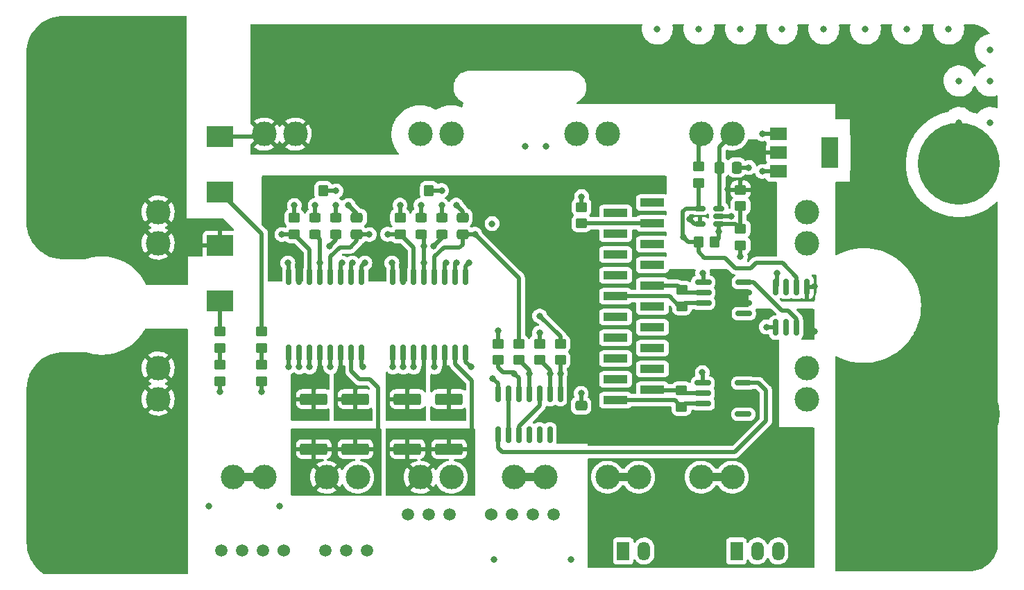
<source format=gbr>
%TF.GenerationSoftware,KiCad,Pcbnew,(6.0.1)*%
%TF.CreationDate,2023-04-21T13:11:10+03:00*%
%TF.ProjectId,Driver_Inductor,44726976-6572-45f4-996e-647563746f72,rev?*%
%TF.SameCoordinates,Original*%
%TF.FileFunction,Copper,L1,Top*%
%TF.FilePolarity,Positive*%
%FSLAX46Y46*%
G04 Gerber Fmt 4.6, Leading zero omitted, Abs format (unit mm)*
G04 Created by KiCad (PCBNEW (6.0.1)) date 2023-04-21 13:11:10*
%MOMM*%
%LPD*%
G01*
G04 APERTURE LIST*
G04 Aperture macros list*
%AMRoundRect*
0 Rectangle with rounded corners*
0 $1 Rounding radius*
0 $2 $3 $4 $5 $6 $7 $8 $9 X,Y pos of 4 corners*
0 Add a 4 corners polygon primitive as box body*
4,1,4,$2,$3,$4,$5,$6,$7,$8,$9,$2,$3,0*
0 Add four circle primitives for the rounded corners*
1,1,$1+$1,$2,$3*
1,1,$1+$1,$4,$5*
1,1,$1+$1,$6,$7*
1,1,$1+$1,$8,$9*
0 Add four rect primitives between the rounded corners*
20,1,$1+$1,$2,$3,$4,$5,0*
20,1,$1+$1,$4,$5,$6,$7,0*
20,1,$1+$1,$6,$7,$8,$9,0*
20,1,$1+$1,$8,$9,$2,$3,0*%
G04 Aperture macros list end*
%TA.AperFunction,ComponentPad*%
%ADD10C,10.000000*%
%TD*%
%TA.AperFunction,ComponentPad*%
%ADD11C,1.524000*%
%TD*%
%TA.AperFunction,ComponentPad*%
%ADD12C,3.000000*%
%TD*%
%TA.AperFunction,SMDPad,CuDef*%
%ADD13RoundRect,0.150000X-0.150000X0.875000X-0.150000X-0.875000X0.150000X-0.875000X0.150000X0.875000X0*%
%TD*%
%TA.AperFunction,SMDPad,CuDef*%
%ADD14RoundRect,0.249999X1.425001X-0.450001X1.425001X0.450001X-1.425001X0.450001X-1.425001X-0.450001X0*%
%TD*%
%TA.AperFunction,SMDPad,CuDef*%
%ADD15R,2.000000X1.500000*%
%TD*%
%TA.AperFunction,SMDPad,CuDef*%
%ADD16R,2.000000X3.800000*%
%TD*%
%TA.AperFunction,SMDPad,CuDef*%
%ADD17RoundRect,0.250000X0.450000X-0.350000X0.450000X0.350000X-0.450000X0.350000X-0.450000X-0.350000X0*%
%TD*%
%TA.AperFunction,SMDPad,CuDef*%
%ADD18RoundRect,0.250000X-0.450000X0.350000X-0.450000X-0.350000X0.450000X-0.350000X0.450000X0.350000X0*%
%TD*%
%TA.AperFunction,SMDPad,CuDef*%
%ADD19RoundRect,0.250000X0.475000X-0.337500X0.475000X0.337500X-0.475000X0.337500X-0.475000X-0.337500X0*%
%TD*%
%TA.AperFunction,ComponentPad*%
%ADD20R,1.500000X2.300000*%
%TD*%
%TA.AperFunction,ComponentPad*%
%ADD21O,1.500000X2.300000*%
%TD*%
%TA.AperFunction,ComponentPad*%
%ADD22C,1.500000*%
%TD*%
%TA.AperFunction,SMDPad,CuDef*%
%ADD23RoundRect,0.150000X-0.150000X0.825000X-0.150000X-0.825000X0.150000X-0.825000X0.150000X0.825000X0*%
%TD*%
%TA.AperFunction,SMDPad,CuDef*%
%ADD24RoundRect,0.150000X0.825000X0.150000X-0.825000X0.150000X-0.825000X-0.150000X0.825000X-0.150000X0*%
%TD*%
%TA.AperFunction,SMDPad,CuDef*%
%ADD25RoundRect,0.250000X0.350000X0.450000X-0.350000X0.450000X-0.350000X-0.450000X0.350000X-0.450000X0*%
%TD*%
%TA.AperFunction,SMDPad,CuDef*%
%ADD26R,3.300000X2.500000*%
%TD*%
%TA.AperFunction,SMDPad,CuDef*%
%ADD27RoundRect,0.250000X0.450000X-0.325000X0.450000X0.325000X-0.450000X0.325000X-0.450000X-0.325000X0*%
%TD*%
%TA.AperFunction,SMDPad,CuDef*%
%ADD28RoundRect,0.250000X-0.337500X-0.475000X0.337500X-0.475000X0.337500X0.475000X-0.337500X0.475000X0*%
%TD*%
%TA.AperFunction,SMDPad,CuDef*%
%ADD29RoundRect,0.150000X0.512500X0.150000X-0.512500X0.150000X-0.512500X-0.150000X0.512500X-0.150000X0*%
%TD*%
%TA.AperFunction,SMDPad,CuDef*%
%ADD30R,2.997200X1.000000*%
%TD*%
%TA.AperFunction,ViaPad*%
%ADD31C,0.800000*%
%TD*%
%TA.AperFunction,Conductor*%
%ADD32C,0.500000*%
%TD*%
%TA.AperFunction,Conductor*%
%ADD33C,1.000000*%
%TD*%
G04 APERTURE END LIST*
D10*
%TO.P,J5,1,Pin_1*%
%TO.N,OUT2_Sens*%
X203200000Y-79970000D03*
D11*
X200152000Y-82510000D03*
X200406000Y-77176000D03*
X205994000Y-77176000D03*
X205994000Y-82510000D03*
X207010000Y-79970000D03*
X199390000Y-79970000D03*
X203200000Y-83780000D03*
X203200000Y-75906000D03*
%TD*%
D10*
%TO.P,J4,1,Pin_1*%
%TO.N,OUT1*%
X203200000Y-110490000D03*
D11*
X200152000Y-113030000D03*
X200406000Y-107696000D03*
X205994000Y-107696000D03*
X205994000Y-113030000D03*
X207010000Y-110490000D03*
X199390000Y-110490000D03*
X203200000Y-114300000D03*
X203200000Y-106426000D03*
%TD*%
D10*
%TO.P,J3,1,Pin_1*%
%TO.N,Net-(D20-Pad27)*%
X96520000Y-124460000D03*
D11*
X93472000Y-127000000D03*
X93726000Y-121666000D03*
X99314000Y-121666000D03*
X99314000Y-127000000D03*
X100330000Y-124460000D03*
X92710000Y-124460000D03*
X96520000Y-128270000D03*
X96520000Y-120396000D03*
%TD*%
D10*
%TO.P,J2,1,Pin_1*%
%TO.N,DESAT_H*%
X96520000Y-68199000D03*
D11*
X93472000Y-70739000D03*
X93726000Y-65405000D03*
X99314000Y-65405000D03*
X99314000Y-70739000D03*
X100330000Y-68199000D03*
X92710000Y-68199000D03*
X96520000Y-72009000D03*
X96520000Y-64135000D03*
%TD*%
D12*
%TO.P,D20,1,G1*%
%TO.N,Net-(D20-Pad1)*%
X114572000Y-118232000D03*
%TO.P,D20,2,E1*%
X118382000Y-118232000D03*
%TO.P,D20,3,G2*%
%TO.N,G2*%
X126002000Y-118232000D03*
%TO.P,D20,4,E2*%
%TO.N,E2*%
X129812000Y-118232000D03*
%TO.P,D20,5,G3*%
%TO.N,G3*%
X137432000Y-118232000D03*
%TO.P,D20,6,E3*%
%TO.N,E3*%
X141242000Y-118232000D03*
%TO.P,D20,7,G4*%
%TO.N,Net-(D20-Pad7)*%
X148862000Y-118232000D03*
%TO.P,D20,8,E4*%
X152672000Y-118232000D03*
%TO.P,D20,9,G5*%
%TO.N,Net-(D20-Pad10)*%
X160292000Y-118232000D03*
%TO.P,D20,10,E5*%
X164102000Y-118232000D03*
%TO.P,D20,11,G6*%
%TO.N,Net-(D20-Pad11)*%
X171722000Y-118232000D03*
%TO.P,D20,12,E6*%
X175532000Y-118232000D03*
%TO.P,D20,13,DC-*%
%TO.N,unconnected-(D20-Pad13)*%
X184652000Y-108712000D03*
%TO.P,D20,14,DC-*%
%TO.N,unconnected-(D20-Pad14)*%
X184652000Y-104902000D03*
%TO.P,D20,15,DC+*%
%TO.N,unconnected-(D20-Pad15)*%
X184652000Y-89662000D03*
%TO.P,D20,16,DC+*%
%TO.N,unconnected-(D20-Pad16)*%
X184652000Y-85852000D03*
%TO.P,D20,17,NTC1*%
%TO.N,NTC1*%
X175532000Y-76332000D03*
%TO.P,D20,18,NTC2*%
%TO.N,NTC2*%
X171722000Y-76332000D03*
%TO.P,D20,19,OUT3*%
%TO.N,unconnected-(D20-Pad19)*%
X160292000Y-76332000D03*
%TO.P,D20,20,OUT3*%
%TO.N,unconnected-(D20-Pad20)*%
X156482000Y-76332000D03*
%TO.P,D20,21,OUT2*%
%TO.N,OUT2*%
X141242000Y-76332000D03*
%TO.P,D20,22,OUT2*%
X137432000Y-76332000D03*
%TO.P,D20,23,OUT1*%
%TO.N,OUT1*%
X122192000Y-76332000D03*
%TO.P,D20,24,OUT1*%
X118382000Y-76332000D03*
%TO.P,D20,25,DC+*%
%TO.N,DESAT_H*%
X105452000Y-85852000D03*
%TO.P,D20,26,DC+*%
X105452000Y-89662000D03*
%TO.P,D20,27,DC-*%
%TO.N,Net-(D20-Pad27)*%
X105452000Y-104902000D03*
%TO.P,D20,28,DC-*%
X105452000Y-108712000D03*
%TD*%
D13*
%TO.P,D1,1,Vss1*%
%TO.N,GND*%
X130302000Y-93775000D03*
%TO.P,D1,2,Vi+*%
%TO.N,PWM2_P*%
X129032000Y-93775000D03*
%TO.P,D1,3,Vi-*%
%TO.N,PWM2_N*%
X127762000Y-93775000D03*
%TO.P,D1,4,READY*%
%TO.N,RDY_L1*%
X126492000Y-93775000D03*
%TO.P,D1,5,~{FAULT}*%
%TO.N,FLT_L1*%
X125222000Y-93775000D03*
%TO.P,D1,6,~{RESET}*%
%TO.N,Net-(C3-Pad2)*%
X123952000Y-93775000D03*
%TO.P,D1,7,Vdd1*%
%TO.N,+3V3*%
X122682000Y-93775000D03*
%TO.P,D1,8,Vss1*%
%TO.N,GND*%
X121412000Y-93775000D03*
%TO.P,D1,9,Vss2*%
%TO.N,-15V_L1*%
X121412000Y-103075000D03*
%TO.P,D1,10,DESAT*%
%TO.N,Net-(C6-Pad1)*%
X122682000Y-103075000D03*
%TO.P,D1,11,GND2*%
%TO.N,E2*%
X123952000Y-103075000D03*
%TO.P,D1,12,Vout_off*%
%TO.N,Net-(D1-Pad12)*%
X125222000Y-103075000D03*
%TO.P,D1,13,Vdd2*%
%TO.N,+15V_L1*%
X126492000Y-103075000D03*
%TO.P,D1,14,Vout_on*%
%TO.N,Net-(D1-Pad14)*%
X127762000Y-103075000D03*
%TO.P,D1,15,GATE_SENSE*%
%TO.N,G2*%
X129032000Y-103075000D03*
%TO.P,D1,16,Vss2*%
%TO.N,-15V_L1*%
X130302000Y-103075000D03*
%TD*%
D14*
%TO.P,R3,1*%
%TO.N,G2*%
X129540000Y-114810000D03*
%TO.P,R3,2*%
%TO.N,Net-(D1-Pad14)*%
X129540000Y-108710000D03*
%TD*%
D15*
%TO.P,U3,1,GND*%
%TO.N,-15V_H1*%
X181127000Y-76313000D03*
%TO.P,U3,2,VO*%
%TO.N,+3.3VA*%
X181127000Y-78613000D03*
%TO.P,U3,3,VI*%
%TO.N,E3*%
X181127000Y-80913000D03*
D16*
%TO.P,U3,4*%
%TO.N,N/C*%
X187427000Y-78613000D03*
%TD*%
D17*
%TO.P,R22,1*%
%TO.N,Net-(C12-Pad1)*%
X146913600Y-103920800D03*
%TO.P,R22,2*%
%TO.N,RDY_L1*%
X146913600Y-101920800D03*
%TD*%
D18*
%TO.P,R30,1*%
%TO.N,Net-(C37-Pad1)*%
X157126914Y-85243200D03*
%TO.P,R30,2*%
%TO.N,Reset*%
X157126914Y-87243200D03*
%TD*%
%TO.P,R1,1*%
%TO.N,RST_H1*%
X122072400Y-86579200D03*
%TO.P,R1,2*%
%TO.N,Net-(C3-Pad2)*%
X122072400Y-88579200D03*
%TD*%
D19*
%TO.P,C10,1*%
%TO.N,RDY_H1*%
X142595600Y-88591300D03*
%TO.P,C10,2*%
%TO.N,GND*%
X142595600Y-86516300D03*
%TD*%
D20*
%TO.P,U1,1,IN*%
%TO.N,+15V*%
X162217500Y-127254000D03*
D21*
%TO.P,U1,2,GND*%
%TO.N,GND*%
X164757500Y-127254000D03*
%TO.P,U1,3,OUT*%
%TO.N,+3V3*%
X167297500Y-127254000D03*
%TD*%
D18*
%TO.P,R8,1*%
%TO.N,Net-(R8-Pad1)*%
X113020000Y-104537000D03*
%TO.P,R8,2*%
%TO.N,Net-(C5-Pad1)*%
X113020000Y-106537000D03*
%TD*%
D22*
%TO.P,D16,1,GND*%
%TO.N,GND*%
X135928500Y-122758000D03*
%TO.P,D16,2,Vin*%
%TO.N,+15V*%
X138468500Y-122758000D03*
%TO.P,D16,3,Ctrl*%
%TO.N,unconnected-(D16-Pad3)*%
X141008500Y-122758000D03*
D11*
%TO.P,D16,5*%
%TO.N,N/C*%
X146088500Y-122758000D03*
D22*
%TO.P,D16,6,+Vo*%
%TO.N,+15V_H1*%
X148628500Y-122758000D03*
%TO.P,D16,7,0V*%
%TO.N,E3*%
X151168500Y-122758000D03*
%TO.P,D16,8,-Vo*%
%TO.N,-15V_H1*%
X153708500Y-122758000D03*
%TD*%
D17*
%TO.P,R23,1*%
%TO.N,Fault_N*%
X169316400Y-109645200D03*
%TO.P,R23,2*%
%TO.N,Fault_P*%
X169316400Y-107645200D03*
%TD*%
%TO.P,R19,1*%
%TO.N,Net-(C11-Pad1)*%
X154533600Y-103920800D03*
%TO.P,R19,2*%
%TO.N,FLT_H1*%
X154533600Y-101920800D03*
%TD*%
D23*
%TO.P,U5,1,VDD1*%
%TO.N,+3.3VA*%
X184632600Y-95010200D03*
%TO.P,U5,2,VIA*%
%TO.N,Net-(C33-Pad2)*%
X183362600Y-95010200D03*
%TO.P,U5,3,VIB*%
%TO.N,unconnected-(U5-Pad3)*%
X182092600Y-95010200D03*
%TO.P,U5,4,GND1*%
%TO.N,-15V_H1*%
X180822600Y-95010200D03*
%TO.P,U5,5,GND2*%
%TO.N,GND*%
X180822600Y-99960200D03*
%TO.P,U5,6,VOB*%
%TO.N,unconnected-(U5-Pad6)*%
X182092600Y-99960200D03*
%TO.P,U5,7,VOA*%
%TO.N,Net-(D19-Pad4)*%
X183362600Y-99960200D03*
%TO.P,U5,8,VDD2*%
%TO.N,+3V3*%
X184632600Y-99960200D03*
%TD*%
D24*
%TO.P,D14,1,RO*%
%TO.N,unconnected-(D14-Pad1)*%
X176871400Y-110550200D03*
%TO.P,D14,2,RE*%
%TO.N,+3V3*%
X176871400Y-109280200D03*
%TO.P,D14,3,DE*%
X176871400Y-108010200D03*
%TO.P,D14,4,DI*%
%TO.N,Net-(D13-Pad8)*%
X176871400Y-106740200D03*
%TO.P,D14,5,GND*%
%TO.N,GND*%
X171921400Y-106740200D03*
%TO.P,D14,6,A*%
%TO.N,Fault_P*%
X171921400Y-108010200D03*
%TO.P,D14,7,B*%
%TO.N,Fault_N*%
X171921400Y-109280200D03*
%TO.P,D14,8,VCC*%
%TO.N,+3V3*%
X171921400Y-110550200D03*
%TD*%
D18*
%TO.P,R2,1*%
%TO.N,RST_H1*%
X134975600Y-86553800D03*
%TO.P,R2,2*%
%TO.N,Net-(C4-Pad2)*%
X134975600Y-88553800D03*
%TD*%
D19*
%TO.P,C15,1*%
%TO.N,+3V3*%
X157073600Y-111578300D03*
%TO.P,C15,2*%
%TO.N,GND*%
X157073600Y-109503300D03*
%TD*%
D25*
%TO.P,R13,1*%
%TO.N,FLT_L1*%
X125612400Y-83261200D03*
%TO.P,R13,2*%
%TO.N,+3V3*%
X123612400Y-83261200D03*
%TD*%
%TO.P,R15,1*%
%TO.N,FLT_H1*%
X138515600Y-83235800D03*
%TO.P,R15,2*%
%TO.N,+3V3*%
X136515600Y-83235800D03*
%TD*%
D17*
%TO.P,R28,1*%
%TO.N,Net-(C33-Pad2)*%
X171450000Y-82280000D03*
%TO.P,R28,2*%
%TO.N,NTC2*%
X171450000Y-80280000D03*
%TD*%
%TO.P,R26,1*%
%TO.N,-15V_H1*%
X176530000Y-89900000D03*
%TO.P,R26,2*%
%TO.N,Net-(C33-Pad1)*%
X176530000Y-87900000D03*
%TD*%
D14*
%TO.P,R6,1*%
%TO.N,G3*%
X135890000Y-114810000D03*
%TO.P,R6,2*%
%TO.N,Net-(D2-Pad12)*%
X135890000Y-108710000D03*
%TD*%
D26*
%TO.P,D5,1,K*%
%TO.N,DESAT_H*%
X113030000Y-89945000D03*
%TO.P,D5,2,A*%
%TO.N,Net-(D5-Pad2)*%
X113030000Y-96745000D03*
%TD*%
D17*
%TO.P,R25,1*%
%TO.N,Net-(C33-Pad1)*%
X176530000Y-85124800D03*
%TO.P,R25,2*%
%TO.N,+3.3VA*%
X176530000Y-83124800D03*
%TD*%
D27*
%TO.P,D10,1,K*%
%TO.N,GND*%
X127152400Y-88604200D03*
%TO.P,D10,2,A*%
%TO.N,Net-(D10-Pad2)*%
X127152400Y-86554200D03*
%TD*%
D18*
%TO.P,R9,1*%
%TO.N,Net-(D5-Pad2)*%
X113020000Y-100473000D03*
%TO.P,R9,2*%
%TO.N,Net-(R8-Pad1)*%
X113020000Y-102473000D03*
%TD*%
D27*
%TO.P,D9,1,K*%
%TO.N,FLT_L1*%
X124612400Y-88604200D03*
%TO.P,D9,2,A*%
%TO.N,Net-(D9-Pad2)*%
X124612400Y-86554200D03*
%TD*%
D18*
%TO.P,R7,1*%
%TO.N,Net-(R10-Pad2)*%
X118110000Y-104537000D03*
%TO.P,R7,2*%
%TO.N,Net-(C6-Pad1)*%
X118110000Y-106537000D03*
%TD*%
D17*
%TO.P,R20,1*%
%TO.N,Net-(C13-Pad1)*%
X151993600Y-103920800D03*
%TO.P,R20,2*%
%TO.N,FLT_L1*%
X151993600Y-101920800D03*
%TD*%
D28*
%TO.P,C32,1*%
%TO.N,NTC1*%
X173968500Y-80416400D03*
%TO.P,C32,2*%
%TO.N,-15V_H1*%
X176043500Y-80416400D03*
%TD*%
D29*
%TO.P,U4,1,+*%
%TO.N,Net-(C33-Pad1)*%
X173857500Y-87310000D03*
%TO.P,U4,2,V-*%
%TO.N,-15V_H1*%
X173857500Y-86360000D03*
%TO.P,U4,3,-*%
%TO.N,NTC1*%
X173857500Y-85410000D03*
%TO.P,U4,4*%
%TO.N,Net-(C33-Pad2)*%
X171582500Y-85410000D03*
%TO.P,U4,5,V+*%
%TO.N,+3.3VA*%
X171582500Y-87310000D03*
%TD*%
D18*
%TO.P,R10,1*%
%TO.N,Net-(D7-Pad2)*%
X118110000Y-100473000D03*
%TO.P,R10,2*%
%TO.N,Net-(R10-Pad2)*%
X118110000Y-102473000D03*
%TD*%
D20*
%TO.P,U2,1,IN*%
%TO.N,+15V*%
X176026500Y-127258500D03*
D21*
%TO.P,U2,2,GND*%
%TO.N,GND*%
X178566500Y-127258500D03*
%TO.P,U2,3,OUT*%
%TO.N,+5V*%
X181106500Y-127258500D03*
%TD*%
D23*
%TO.P,D13,1,1A*%
%TO.N,Net-(C11-Pad1)*%
X154533600Y-108065800D03*
%TO.P,D13,2,1B*%
%TO.N,Net-(C13-Pad1)*%
X153263600Y-108065800D03*
%TO.P,D13,3,1Y*%
%TO.N,/Indication/FLT*%
X151993600Y-108065800D03*
%TO.P,D13,4,2A*%
%TO.N,Net-(C14-Pad1)*%
X150723600Y-108065800D03*
%TO.P,D13,5,2B*%
%TO.N,Net-(C12-Pad1)*%
X149453600Y-108065800D03*
%TO.P,D13,6,2Y*%
%TO.N,/Indication/RDY*%
X148183600Y-108065800D03*
%TO.P,D13,7,GND*%
%TO.N,GND*%
X146913600Y-108065800D03*
%TO.P,D13,8,3Y*%
%TO.N,Net-(D13-Pad8)*%
X146913600Y-113015800D03*
%TO.P,D13,9,3A*%
%TO.N,/Indication/RDY*%
X148183600Y-113015800D03*
%TO.P,D13,10,3B*%
%TO.N,/Indication/FLT*%
X149453600Y-113015800D03*
%TO.P,D13,11,4Y*%
%TO.N,unconnected-(D13-Pad11)*%
X150723600Y-113015800D03*
%TO.P,D13,12,4A*%
%TO.N,unconnected-(D13-Pad12)*%
X151993600Y-113015800D03*
%TO.P,D13,13,4B*%
%TO.N,unconnected-(D13-Pad13)*%
X153263600Y-113015800D03*
%TO.P,D13,14,VCC*%
%TO.N,+3V3*%
X154533600Y-113015800D03*
%TD*%
D17*
%TO.P,R21,1*%
%TO.N,Net-(C14-Pad1)*%
X149453600Y-103920800D03*
%TO.P,R21,2*%
%TO.N,RDY_H1*%
X149453600Y-101920800D03*
%TD*%
D26*
%TO.P,D7,1,K*%
%TO.N,OUT1*%
X113030000Y-76610000D03*
%TO.P,D7,2,A*%
%TO.N,Net-(D7-Pad2)*%
X113030000Y-83410000D03*
%TD*%
D22*
%TO.P,D15,1,GND*%
%TO.N,GND*%
X130937000Y-127179000D03*
%TO.P,D15,2,Vin*%
%TO.N,+15V*%
X128397000Y-127179000D03*
%TO.P,D15,3,Ctrl*%
%TO.N,unconnected-(D15-Pad3)*%
X125857000Y-127179000D03*
D11*
%TO.P,D15,5*%
%TO.N,N/C*%
X120777000Y-127179000D03*
D22*
%TO.P,D15,6,+Vo*%
%TO.N,+15V_L1*%
X118237000Y-127179000D03*
%TO.P,D15,7,0V*%
%TO.N,E2*%
X115697000Y-127179000D03*
%TO.P,D15,8,-Vo*%
%TO.N,-15V_L1*%
X113157000Y-127179000D03*
%TD*%
D24*
%TO.P,D19,1,RO*%
%TO.N,unconnected-(D19-Pad1)*%
X176922200Y-98256600D03*
%TO.P,D19,2,RE*%
%TO.N,+3V3*%
X176922200Y-96986600D03*
%TO.P,D19,3,DE*%
X176922200Y-95716600D03*
%TO.P,D19,4,DI*%
%TO.N,Net-(D19-Pad4)*%
X176922200Y-94446600D03*
%TO.P,D19,5,GND*%
%TO.N,GND*%
X171972200Y-94446600D03*
%TO.P,D19,6,A*%
%TO.N,Temp_P*%
X171972200Y-95716600D03*
%TO.P,D19,7,B*%
%TO.N,Temp_N*%
X171972200Y-96986600D03*
%TO.P,D19,8,VCC*%
%TO.N,+3V3*%
X171972200Y-98256600D03*
%TD*%
D19*
%TO.P,C8,1*%
%TO.N,RDY_L1*%
X129692400Y-88616700D03*
%TO.P,C8,2*%
%TO.N,GND*%
X129692400Y-86541700D03*
%TD*%
D14*
%TO.P,R4,1*%
%TO.N,G2*%
X124460000Y-114810000D03*
%TO.P,R4,2*%
%TO.N,Net-(D1-Pad12)*%
X124460000Y-108710000D03*
%TD*%
D17*
%TO.P,R29,1*%
%TO.N,Temp_N*%
X169367200Y-97351600D03*
%TO.P,R29,2*%
%TO.N,Temp_P*%
X169367200Y-95351600D03*
%TD*%
D14*
%TO.P,R5,1*%
%TO.N,G3*%
X140970000Y-114810000D03*
%TO.P,R5,2*%
%TO.N,Net-(D2-Pad14)*%
X140970000Y-108710000D03*
%TD*%
D27*
%TO.P,D11,1,K*%
%TO.N,FLT_H1*%
X137515600Y-88578800D03*
%TO.P,D11,2,A*%
%TO.N,Net-(D11-Pad2)*%
X137515600Y-86528800D03*
%TD*%
D30*
%TO.P,J1,1,1*%
%TO.N,Fault_N*%
X161275000Y-108839000D03*
%TO.P,J1,2,2*%
%TO.N,Fault_P*%
X165775001Y-107569000D03*
%TO.P,J1,3,3*%
%TO.N,GND*%
X161275000Y-106299000D03*
%TO.P,J1,4,4*%
%TO.N,+15V*%
X165775001Y-105029000D03*
%TO.P,J1,5,5*%
%TO.N,GND*%
X161275000Y-103759000D03*
%TO.P,J1,6,6*%
%TO.N,+15V*%
X165775001Y-102489000D03*
%TO.P,J1,7,7*%
%TO.N,GND*%
X161275000Y-101219000D03*
%TO.P,J1,8,8*%
%TO.N,+15V*%
X165775001Y-99949000D03*
%TO.P,J1,9,9*%
%TO.N,GND*%
X161275000Y-98679000D03*
%TO.P,J1,10,10*%
%TO.N,+15V*%
X165775001Y-97409000D03*
%TO.P,J1,11,11*%
%TO.N,Temp_N*%
X161275000Y-96139000D03*
%TO.P,J1,12,12*%
%TO.N,Temp_P*%
X165775001Y-94869000D03*
%TO.P,J1,13,13*%
%TO.N,PWM1_P*%
X161275000Y-93599000D03*
%TO.P,J1,14,14*%
%TO.N,PWM1_N*%
X165775001Y-92329000D03*
%TO.P,J1,15,15*%
%TO.N,PWM2_P*%
X161275000Y-91059000D03*
%TO.P,J1,16,16*%
%TO.N,PWM2_N*%
X165775001Y-89789000D03*
%TO.P,J1,17,17*%
%TO.N,GND*%
X161275000Y-88519000D03*
%TO.P,J1,18,18*%
%TO.N,Reset*%
X165775001Y-87249000D03*
%TO.P,J1,19,19*%
%TO.N,GND*%
X161275000Y-85979000D03*
%TO.P,J1,20,20*%
%TO.N,Current*%
X165775001Y-84709000D03*
%TD*%
D25*
%TO.P,R27,1*%
%TO.N,Net-(C33-Pad1)*%
X173372400Y-89535000D03*
%TO.P,R27,2*%
%TO.N,Net-(C33-Pad2)*%
X171372400Y-89535000D03*
%TD*%
D27*
%TO.P,D12,1,K*%
%TO.N,GND*%
X140055600Y-88578800D03*
%TO.P,D12,2,A*%
%TO.N,Net-(D12-Pad2)*%
X140055600Y-86528800D03*
%TD*%
D13*
%TO.P,D2,1,Vss1*%
%TO.N,GND*%
X143002000Y-93775000D03*
%TO.P,D2,2,Vi+*%
%TO.N,PWM1_P*%
X141732000Y-93775000D03*
%TO.P,D2,3,Vi-*%
%TO.N,PWM1_N*%
X140462000Y-93775000D03*
%TO.P,D2,4,READY*%
%TO.N,RDY_H1*%
X139192000Y-93775000D03*
%TO.P,D2,5,~{FAULT}*%
%TO.N,FLT_H1*%
X137922000Y-93775000D03*
%TO.P,D2,6,~{RESET}*%
%TO.N,Net-(C4-Pad2)*%
X136652000Y-93775000D03*
%TO.P,D2,7,Vdd1*%
%TO.N,+3V3*%
X135382000Y-93775000D03*
%TO.P,D2,8,Vss1*%
%TO.N,GND*%
X134112000Y-93775000D03*
%TO.P,D2,9,Vss2*%
%TO.N,-15V_H1*%
X134112000Y-103075000D03*
%TO.P,D2,10,DESAT*%
%TO.N,Net-(C5-Pad1)*%
X135382000Y-103075000D03*
%TO.P,D2,11,GND2*%
%TO.N,E3*%
X136652000Y-103075000D03*
%TO.P,D2,12,Vout_off*%
%TO.N,Net-(D2-Pad12)*%
X137922000Y-103075000D03*
%TO.P,D2,13,Vdd2*%
%TO.N,+15V_H1*%
X139192000Y-103075000D03*
%TO.P,D2,14,Vout_on*%
%TO.N,Net-(D2-Pad14)*%
X140462000Y-103075000D03*
%TO.P,D2,15,GATE_SENSE*%
%TO.N,G3*%
X141732000Y-103075000D03*
%TO.P,D2,16,Vss2*%
%TO.N,-15V_H1*%
X143002000Y-103075000D03*
%TD*%
D31*
%TO.N,OUT2_Sens*%
X203200000Y-69850000D03*
%TO.N,OUT1*%
X191770000Y-73660000D03*
X191770000Y-77470000D03*
X196850000Y-91440000D03*
X191770000Y-88900000D03*
X191770000Y-85090000D03*
X191770000Y-81280000D03*
X186690000Y-71120000D03*
X181610000Y-71120000D03*
X176530000Y-71120000D03*
X171450000Y-71120000D03*
X166370000Y-71120000D03*
X161290000Y-71120000D03*
%TO.N,OUT2_Sens*%
X203200000Y-74930000D03*
X207010000Y-74930000D03*
X207010000Y-69850000D03*
X207010000Y-66040000D03*
X201930000Y-63500000D03*
X196850000Y-63500000D03*
X191770000Y-63500000D03*
X186690000Y-63500000D03*
X181610000Y-63500000D03*
X176530000Y-63500000D03*
X171450000Y-63500000D03*
X166370000Y-63500000D03*
%TO.N,OUT1*%
X191770000Y-111760000D03*
X191770000Y-116840000D03*
X191770000Y-127000000D03*
X191770000Y-121920000D03*
X196850000Y-127000000D03*
X201930000Y-127000000D03*
X207010000Y-127000000D03*
X207010000Y-121920000D03*
X201930000Y-121920000D03*
X128270000Y-76200000D03*
%TO.N,+5V*%
X152781000Y-77851000D03*
%TO.N,Current*%
X150241000Y-77851000D03*
%TO.N,GND*%
X179679600Y-99898200D03*
X133985000Y-92075000D03*
X171907200Y-93303600D03*
X139065000Y-90006300D03*
X126365000Y-90031700D03*
X171856400Y-105470200D03*
X121285000Y-92075000D03*
X143383000Y-92075000D03*
X161290000Y-98679000D03*
X161290000Y-85979000D03*
X128676400Y-85039200D03*
X130683000Y-92075000D03*
X157073600Y-108000800D03*
X161290000Y-103759000D03*
X146304000Y-106172000D03*
X141833600Y-85013800D03*
X161290000Y-106299000D03*
X161290000Y-88519000D03*
X161290000Y-101219000D03*
%TO.N,Net-(C3-Pad2)*%
X120548400Y-88595200D03*
%TO.N,Net-(C4-Pad2)*%
X133451600Y-88569800D03*
%TO.N,Net-(C5-Pad1)*%
X135382000Y-104775000D03*
X113030000Y-107823000D03*
%TO.N,Net-(C6-Pad1)*%
X118110000Y-107823000D03*
X122682000Y-104775000D03*
%TO.N,E2*%
X123952000Y-104775000D03*
%TO.N,FLT_L1*%
X151993600Y-100634800D03*
X127152400Y-83261200D03*
X125222000Y-92075000D03*
%TO.N,RDY_L1*%
X131216400Y-88595200D03*
X146913600Y-100330000D03*
%TO.N,FLT_H1*%
X140055600Y-83235800D03*
X137922000Y-90043000D03*
X152019000Y-98552000D03*
X137922000Y-92075000D03*
%TO.N,RDY_H1*%
X144119600Y-88569800D03*
%TO.N,Net-(C11-Pad1)*%
X154533600Y-105562400D03*
%TO.N,Net-(C12-Pad1)*%
X148932900Y-105575100D03*
%TO.N,Net-(C13-Pad1)*%
X153263600Y-105562400D03*
%TO.N,Net-(C14-Pad1)*%
X150723600Y-105562400D03*
%TO.N,+15V*%
X165735000Y-105029000D03*
X165735000Y-99949000D03*
X165735000Y-97409000D03*
X165735000Y-102489000D03*
%TO.N,+15V_L1*%
X120269000Y-121793000D03*
X126492000Y-104775000D03*
%TO.N,-15V_L1*%
X130429000Y-104775000D03*
X111633000Y-121793000D03*
X121412537Y-104745642D03*
%TO.N,+15V_H1*%
X146431000Y-128270000D03*
X139192000Y-104775000D03*
%TO.N,-15V_H1*%
X134112000Y-104775000D03*
X177546000Y-80416400D03*
X175361600Y-86360000D03*
X143637000Y-104775000D03*
X176530000Y-91313000D03*
X180975000Y-93345000D03*
X179197000Y-76327000D03*
X155829000Y-128270000D03*
%TO.N,Current*%
X165862000Y-84709000D03*
%TO.N,+3.3VA*%
X179197000Y-78613000D03*
X170307000Y-86741000D03*
X185521600Y-94945200D03*
X174955200Y-83108800D03*
%TO.N,Net-(C33-Pad1)*%
X173857500Y-88270500D03*
%TO.N,Net-(C33-Pad2)*%
X169545000Y-88900000D03*
%TO.N,PWM2_P*%
X161290000Y-91059000D03*
X129159000Y-92075000D03*
%TO.N,PWM2_N*%
X127889000Y-92075000D03*
X165775001Y-89789000D03*
%TO.N,PWM1_P*%
X161290000Y-93599000D03*
X141859000Y-92075000D03*
%TO.N,PWM1_N*%
X140589000Y-92075000D03*
X165735000Y-92329000D03*
%TO.N,Net-(D9-Pad2)*%
X124612400Y-85039200D03*
%TO.N,Net-(D10-Pad2)*%
X127152400Y-85039200D03*
%TO.N,Net-(D11-Pad2)*%
X137515600Y-85013800D03*
%TO.N,Net-(D12-Pad2)*%
X140055600Y-85013800D03*
%TO.N,+3V3*%
X146177000Y-85217000D03*
X143357600Y-85013800D03*
X122809000Y-92075000D03*
X174396400Y-111058200D03*
X174447200Y-98637600D03*
X135509000Y-92075000D03*
X185547000Y-100457000D03*
X130454400Y-85039200D03*
%TO.N,RST_H1*%
X146202400Y-87274400D03*
X122072400Y-85039200D03*
X134975600Y-85013800D03*
%TO.N,Net-(C37-Pad1)*%
X157124400Y-83972400D03*
%TO.N,E3*%
X136652000Y-104775000D03*
X179197000Y-80899000D03*
%TO.N,OUT1*%
X120650000Y-66040000D03*
X120650000Y-71120000D03*
X207010000Y-101600000D03*
X196850000Y-106680000D03*
X207010000Y-116840000D03*
X124460000Y-66040000D03*
X124460000Y-71120000D03*
X196850000Y-116840000D03*
X207010000Y-91440000D03*
X128270000Y-71120000D03*
X128270000Y-66040000D03*
X201930000Y-96520000D03*
X196850000Y-121920000D03*
X207010000Y-96520000D03*
X201930000Y-101600000D03*
X201930000Y-91440000D03*
%TD*%
D32*
%TO.N,GND*%
X171972200Y-94446600D02*
X171972200Y-93368600D01*
X143002000Y-92456000D02*
X143383000Y-92075000D01*
X142595600Y-86516300D02*
X142595600Y-85775800D01*
X140055600Y-88578800D02*
X140055600Y-89015700D01*
X157073600Y-109503300D02*
X157073600Y-108254800D01*
X171972200Y-93368600D02*
X171907200Y-93303600D01*
X140055600Y-89015700D02*
X139065000Y-90006300D01*
X121412000Y-93775000D02*
X121412000Y-92202000D01*
X129692400Y-86055200D02*
X128676400Y-85039200D01*
X129692400Y-86541700D02*
X129692400Y-86055200D01*
X121412000Y-92202000D02*
X121285000Y-92075000D01*
X134112000Y-92202000D02*
X133985000Y-92075000D01*
X127152400Y-89244300D02*
X126365000Y-90031700D01*
X127152400Y-88604200D02*
X127152400Y-89244300D01*
X171921400Y-106740200D02*
X171921400Y-105535200D01*
X146913600Y-108065800D02*
X146913600Y-106781600D01*
X130302000Y-93775000D02*
X130302000Y-92456000D01*
X142595600Y-85775800D02*
X141833600Y-85013800D01*
X130302000Y-92456000D02*
X130683000Y-92075000D01*
X146913600Y-106781600D02*
X146304000Y-106172000D01*
X180822600Y-99960200D02*
X179741600Y-99960200D01*
X134112000Y-93775000D02*
X134112000Y-92202000D01*
X179741600Y-99960200D02*
X179679600Y-99898200D01*
X143002000Y-93775000D02*
X143002000Y-92456000D01*
%TO.N,Net-(C3-Pad2)*%
X123952000Y-93775000D02*
X123952000Y-90458800D01*
X120548400Y-88595200D02*
X122056400Y-88595200D01*
X123952000Y-90458800D02*
X122072400Y-88579200D01*
X122056400Y-88595200D02*
X122072400Y-88579200D01*
%TO.N,Net-(C4-Pad2)*%
X136652000Y-90230200D02*
X134975600Y-88553800D01*
X134975600Y-88553800D02*
X133467600Y-88553800D01*
X136652000Y-93775000D02*
X136652000Y-90230200D01*
X133467600Y-88553800D02*
X133451600Y-88569800D01*
%TO.N,Net-(C5-Pad1)*%
X113020000Y-107813000D02*
X113030000Y-107823000D01*
X113020000Y-106537000D02*
X113020000Y-107813000D01*
X135382000Y-103075000D02*
X135382000Y-104902000D01*
%TO.N,Net-(C6-Pad1)*%
X118110000Y-106537000D02*
X118110000Y-107823000D01*
X122682000Y-103075000D02*
X122682000Y-104902000D01*
%TO.N,E2*%
X123952000Y-103075000D02*
X123952000Y-104775000D01*
%TO.N,FLT_L1*%
X125222000Y-92075000D02*
X125222000Y-89213800D01*
X151993600Y-101920800D02*
X151993600Y-100634800D01*
X125222000Y-89213800D02*
X124612400Y-88604200D01*
X125222000Y-92075000D02*
X125222000Y-93775000D01*
X125612400Y-83261200D02*
X127152400Y-83261200D01*
%TO.N,RDY_L1*%
X126492000Y-91313000D02*
X127635000Y-90170000D01*
X128905000Y-90170000D02*
X129692400Y-89382600D01*
X127635000Y-90170000D02*
X128905000Y-90170000D01*
X146913600Y-101920800D02*
X146913600Y-100330000D01*
X131194900Y-88616700D02*
X129692400Y-88616700D01*
X131216400Y-88595200D02*
X131194900Y-88616700D01*
X126492000Y-93775000D02*
X126492000Y-91313000D01*
X129692400Y-89382600D02*
X129692400Y-88616700D01*
%TO.N,FLT_H1*%
X154533600Y-101920800D02*
X154533600Y-101066600D01*
X154533600Y-101066600D02*
X152019000Y-98552000D01*
X137922000Y-90043000D02*
X137922000Y-88985200D01*
X137922000Y-88985200D02*
X137515600Y-88578800D01*
X137922000Y-93775000D02*
X137922000Y-91948000D01*
X138515600Y-83235800D02*
X140055600Y-83235800D01*
X137922000Y-92075000D02*
X137922000Y-90043000D01*
%TO.N,RDY_H1*%
X149453600Y-101920800D02*
X149453600Y-100634800D01*
X142595600Y-89814400D02*
X142595600Y-88591300D01*
X140335000Y-90170000D02*
X142240000Y-90170000D01*
X139192000Y-93775000D02*
X139192000Y-91313000D01*
X144119600Y-88569800D02*
X149453600Y-93903800D01*
X142240000Y-90170000D02*
X142595600Y-89814400D01*
X144119600Y-88569800D02*
X142617100Y-88569800D01*
X149453600Y-93903800D02*
X149453600Y-100634800D01*
X139192000Y-91313000D02*
X140335000Y-90170000D01*
X142617100Y-88569800D02*
X142595600Y-88591300D01*
%TO.N,Net-(C11-Pad1)*%
X154533600Y-105562400D02*
X154533600Y-103920800D01*
X154533600Y-108065800D02*
X154533600Y-105562400D01*
%TO.N,Net-(C12-Pad1)*%
X146913600Y-104825800D02*
X147548600Y-105460800D01*
X149453600Y-108065800D02*
X149453600Y-106095800D01*
X148932900Y-105575100D02*
X149453600Y-106095800D01*
X148818600Y-105460800D02*
X148932900Y-105575100D01*
X146913600Y-103920800D02*
X146913600Y-104825800D01*
X147548600Y-105460800D02*
X148818600Y-105460800D01*
%TO.N,Net-(C13-Pad1)*%
X153263600Y-105190800D02*
X151993600Y-103920800D01*
X153263600Y-108065800D02*
X153263600Y-105562400D01*
X153263600Y-105562400D02*
X153263600Y-105190800D01*
%TO.N,Net-(C14-Pad1)*%
X150723600Y-108065800D02*
X150723600Y-105562400D01*
X150723600Y-105190800D02*
X149453600Y-103920800D01*
X150723600Y-105562400D02*
X150723600Y-105190800D01*
%TO.N,+15V_L1*%
X126492000Y-103075000D02*
X126492000Y-104775000D01*
%TO.N,-15V_L1*%
X130302000Y-104648000D02*
X130302000Y-103075000D01*
X121412000Y-104745105D02*
X121412537Y-104745642D01*
X121412000Y-103075000D02*
X121412000Y-104745105D01*
X130429000Y-104775000D02*
X130302000Y-104648000D01*
%TO.N,+15V_H1*%
X139192000Y-103075000D02*
X139192000Y-104775000D01*
%TO.N,-15V_H1*%
X134112000Y-103075000D02*
X134112000Y-104775000D01*
X143002000Y-104140000D02*
X143002000Y-103075000D01*
X176530000Y-89900000D02*
X176530000Y-91313000D01*
X143637000Y-104775000D02*
X143002000Y-104140000D01*
X181127000Y-76313000D02*
X179211000Y-76313000D01*
X179211000Y-76313000D02*
X179197000Y-76327000D01*
X180975000Y-93345000D02*
X180975000Y-94857800D01*
X176043500Y-80416400D02*
X177546000Y-80416400D01*
X180975000Y-94857800D02*
X180822600Y-95010200D01*
X173857500Y-86360000D02*
X175361600Y-86360000D01*
%TO.N,+3.3VA*%
X170307000Y-86741000D02*
X170876000Y-87310000D01*
X181127000Y-78613000D02*
X179197000Y-78613000D01*
X170876000Y-87310000D02*
X171582500Y-87310000D01*
X174955200Y-83108800D02*
X174971200Y-83124800D01*
X174971200Y-83124800D02*
X176530000Y-83124800D01*
%TO.N,Net-(C33-Pad1)*%
X176530000Y-85124800D02*
X176530000Y-87900000D01*
X173857500Y-87310000D02*
X173857500Y-88270500D01*
X173857500Y-87310000D02*
X175940000Y-87310000D01*
X175940000Y-87310000D02*
X176530000Y-87900000D01*
X173857500Y-88270500D02*
X173857500Y-89049900D01*
X173857500Y-89049900D02*
X173372400Y-89535000D01*
%TO.N,Net-(C33-Pad2)*%
X180340000Y-92075000D02*
X178435000Y-92075000D01*
X178435000Y-92075000D02*
X177800000Y-92710000D01*
X170180000Y-89535000D02*
X171372400Y-89535000D01*
X177800000Y-92710000D02*
X175895000Y-92710000D01*
X171372400Y-90727400D02*
X172085000Y-91440000D01*
X174625000Y-91440000D02*
X172085000Y-91440000D01*
X169860000Y-85410000D02*
X169457489Y-85812511D01*
X181635400Y-92075000D02*
X180340000Y-92075000D01*
X169457489Y-85812511D02*
X169457489Y-88812489D01*
X171582500Y-85410000D02*
X169860000Y-85410000D01*
X183362600Y-93802200D02*
X181635400Y-92075000D01*
X169457489Y-88812489D02*
X170180000Y-89535000D01*
X175895000Y-92710000D02*
X174625000Y-91440000D01*
X171450000Y-82280000D02*
X171450000Y-85277500D01*
X171372400Y-89535000D02*
X171372400Y-90727400D01*
X183362600Y-95010200D02*
X183362600Y-93802200D01*
%TO.N,PWM2_P*%
X129032000Y-92202000D02*
X129159000Y-92075000D01*
X129032000Y-93775000D02*
X129032000Y-92202000D01*
%TO.N,PWM2_N*%
X127762000Y-93775000D02*
X127762000Y-92202000D01*
X127762000Y-92202000D02*
X127889000Y-92075000D01*
%TO.N,G2*%
X129032000Y-103075000D02*
X129032000Y-105283000D01*
X129032000Y-105283000D02*
X129794000Y-106045000D01*
X129794000Y-106045000D02*
X130048000Y-106299000D01*
X132080000Y-107061000D02*
X132334000Y-107315000D01*
X132334000Y-107315000D02*
X132334000Y-112395000D01*
X130048000Y-106299000D02*
X130556000Y-106299000D01*
X131318000Y-106299000D02*
X132080000Y-107061000D01*
X130556000Y-106299000D02*
X131318000Y-106299000D01*
%TO.N,PWM1_P*%
X141732000Y-93775000D02*
X141732000Y-92202000D01*
X141732000Y-92202000D02*
X141859000Y-92075000D01*
%TO.N,PWM1_N*%
X140462000Y-93775000D02*
X140462000Y-92202000D01*
X140462000Y-92202000D02*
X140589000Y-92075000D01*
%TO.N,Net-(D5-Pad2)*%
X113030000Y-96745000D02*
X113030000Y-100463000D01*
X113030000Y-100463000D02*
X113020000Y-100473000D01*
%TO.N,Net-(D7-Pad2)*%
X118110000Y-88490000D02*
X113030000Y-83410000D01*
X118110000Y-100473000D02*
X118110000Y-88490000D01*
%TO.N,Net-(D9-Pad2)*%
X124612400Y-86554200D02*
X124612400Y-85039200D01*
%TO.N,Net-(D10-Pad2)*%
X127152400Y-85039200D02*
X127152400Y-86554200D01*
%TO.N,Net-(D11-Pad2)*%
X137515600Y-86528800D02*
X137515600Y-85013800D01*
%TO.N,Net-(D12-Pad2)*%
X140055600Y-86528800D02*
X140055600Y-85013800D01*
%TO.N,/Indication/FLT*%
X151993600Y-108065800D02*
X151993600Y-109524800D01*
X151993600Y-109524800D02*
X149453600Y-112064800D01*
X149453600Y-112064800D02*
X149453600Y-113015800D01*
%TO.N,/Indication/RDY*%
X148183600Y-108065800D02*
X148183600Y-113015800D01*
%TO.N,Net-(D13-Pad8)*%
X175818800Y-115163600D02*
X179628800Y-111353600D01*
X179628800Y-111353600D02*
X179628800Y-107645200D01*
X146913600Y-113015800D02*
X146913600Y-114655600D01*
X176880800Y-106730800D02*
X176871400Y-106740200D01*
X147421600Y-115163600D02*
X175818800Y-115163600D01*
X146913600Y-114655600D02*
X147421600Y-115163600D01*
X179628800Y-107645200D02*
X178714400Y-106730800D01*
X178714400Y-106730800D02*
X176880800Y-106730800D01*
%TO.N,Fault_P*%
X169681400Y-108010200D02*
X169316400Y-107645200D01*
X169316400Y-107645200D02*
X165851201Y-107645200D01*
X165851201Y-107645200D02*
X165775001Y-107569000D01*
X171921400Y-108010200D02*
X169681400Y-108010200D01*
%TO.N,Fault_N*%
X168510200Y-108839000D02*
X161275000Y-108839000D01*
X171921400Y-109280200D02*
X169681400Y-109280200D01*
X169681400Y-109280200D02*
X169316400Y-109645200D01*
X169316400Y-109645200D02*
X168510200Y-108839000D01*
%TO.N,Net-(D19-Pad4)*%
X178139600Y-94446600D02*
X181610000Y-97917000D01*
X181610000Y-97917000D02*
X182372000Y-97917000D01*
X183362600Y-98907600D02*
X183362600Y-99960200D01*
X183362600Y-99407351D02*
X183362600Y-99960200D01*
X176922200Y-94446600D02*
X178139600Y-94446600D01*
X182372000Y-97917000D02*
X183362600Y-98907600D01*
%TO.N,Temp_P*%
X171972200Y-95716600D02*
X169732200Y-95716600D01*
X165775001Y-94869000D02*
X168884600Y-94869000D01*
X168884600Y-94869000D02*
X169367200Y-95351600D01*
X169732200Y-95716600D02*
X169367200Y-95351600D01*
%TO.N,Temp_N*%
X167868600Y-96139000D02*
X169081200Y-97351600D01*
X161275000Y-96139000D02*
X167868600Y-96139000D01*
X171972200Y-96986600D02*
X169732200Y-96986600D01*
X169081200Y-97351600D02*
X169367200Y-97351600D01*
X169732200Y-96986600D02*
X169367200Y-97351600D01*
%TO.N,+3V3*%
X122682000Y-93775000D02*
X122682000Y-92202000D01*
X135382000Y-93775000D02*
X135382000Y-92202000D01*
X135382000Y-92202000D02*
X135509000Y-92075000D01*
X122682000Y-92202000D02*
X122809000Y-92075000D01*
%TO.N,Net-(R10-Pad2)*%
X118110000Y-104537000D02*
X118110000Y-102473000D01*
%TO.N,Net-(R8-Pad1)*%
X113020000Y-102473000D02*
X113020000Y-104537000D01*
%TO.N,RST_H1*%
X134975600Y-86553800D02*
X134975600Y-85013800D01*
X122072400Y-85039200D02*
X122072400Y-86579200D01*
%TO.N,Net-(C37-Pad1)*%
X157124400Y-83972400D02*
X157124400Y-85240686D01*
X157124400Y-85240686D02*
X157126914Y-85243200D01*
%TO.N,Reset*%
X157132714Y-87249000D02*
X165775001Y-87249000D01*
X157126914Y-87243200D02*
X157132714Y-87249000D01*
D33*
%TO.N,Net-(D20-Pad1)*%
X114572000Y-118232000D02*
X118382000Y-118232000D01*
D32*
%TO.N,G3*%
X143764000Y-106426000D02*
X143764000Y-112395000D01*
X141732000Y-103075000D02*
X141732000Y-104394000D01*
X141732000Y-103075000D02*
X141732000Y-104071391D01*
X141732000Y-104394000D02*
X143764000Y-106426000D01*
%TO.N,E3*%
X179211000Y-80913000D02*
X179197000Y-80899000D01*
X181127000Y-80913000D02*
X179211000Y-80913000D01*
X136652000Y-103075000D02*
X136652000Y-104775000D01*
D33*
%TO.N,Net-(D20-Pad7)*%
X148862000Y-118232000D02*
X152672000Y-118232000D01*
%TO.N,Net-(D20-Pad10)*%
X160292000Y-118232000D02*
X164102000Y-118232000D01*
%TO.N,Net-(D20-Pad11)*%
X171722000Y-118232000D02*
X175532000Y-118232000D01*
D32*
%TO.N,NTC1*%
X173990000Y-77874000D02*
X175532000Y-76332000D01*
X173968500Y-80416400D02*
X173968500Y-85299000D01*
X173990000Y-80242500D02*
X173990000Y-77874000D01*
X173968500Y-85299000D02*
X173857500Y-85410000D01*
%TO.N,NTC2*%
X171450000Y-76604000D02*
X171722000Y-76332000D01*
X171450000Y-80280000D02*
X171450000Y-76604000D01*
%TO.N,OUT1*%
X113030000Y-76610000D02*
X118104000Y-76610000D01*
X118104000Y-76610000D02*
X118382000Y-76332000D01*
%TD*%
%TA.AperFunction,Conductor*%
%TO.N,G2*%
G36*
X132657121Y-112288002D02*
G01*
X132703614Y-112341658D01*
X132715000Y-112394000D01*
X132715000Y-120397000D01*
X132694998Y-120465121D01*
X132641342Y-120511614D01*
X132589000Y-120523000D01*
X121792000Y-120523000D01*
X121723879Y-120502998D01*
X121677386Y-120449342D01*
X121666000Y-120397000D01*
X121666000Y-119821654D01*
X124777618Y-119821654D01*
X124784673Y-119831627D01*
X124815679Y-119857551D01*
X124822598Y-119862579D01*
X125047272Y-120003515D01*
X125054807Y-120007556D01*
X125296520Y-120116694D01*
X125304551Y-120119680D01*
X125558832Y-120195002D01*
X125567184Y-120196869D01*
X125829340Y-120236984D01*
X125837874Y-120237700D01*
X126103045Y-120241867D01*
X126111596Y-120241418D01*
X126374883Y-120209557D01*
X126383284Y-120207955D01*
X126639824Y-120140653D01*
X126647926Y-120137926D01*
X126892949Y-120036434D01*
X126900617Y-120032628D01*
X127129598Y-119898822D01*
X127136679Y-119894009D01*
X127216655Y-119831301D01*
X127225125Y-119819442D01*
X127218608Y-119807818D01*
X126014812Y-118604022D01*
X126000868Y-118596408D01*
X125999035Y-118596539D01*
X125992420Y-118600790D01*
X124784910Y-119808300D01*
X124777618Y-119821654D01*
X121666000Y-119821654D01*
X121666000Y-118215204D01*
X123989665Y-118215204D01*
X124004932Y-118479969D01*
X124006005Y-118488470D01*
X124057065Y-118748722D01*
X124059276Y-118756974D01*
X124145184Y-119007894D01*
X124148499Y-119015779D01*
X124267664Y-119252713D01*
X124272020Y-119260079D01*
X124401347Y-119448250D01*
X124411601Y-119456594D01*
X124425342Y-119449448D01*
X125629978Y-118244812D01*
X125636356Y-118233132D01*
X126366408Y-118233132D01*
X126366539Y-118234965D01*
X126370790Y-118241580D01*
X127577730Y-119448520D01*
X127589939Y-119455187D01*
X127601439Y-119446497D01*
X127698831Y-119313913D01*
X127703418Y-119306685D01*
X127801102Y-119126774D01*
X127851185Y-119076453D01*
X127920523Y-119061196D01*
X127987102Y-119085848D01*
X128024546Y-119130577D01*
X128085687Y-119252939D01*
X128246761Y-119485993D01*
X128439065Y-119694027D01*
X128442519Y-119696839D01*
X128655307Y-119870075D01*
X128655311Y-119870078D01*
X128658764Y-119872889D01*
X128901472Y-120019012D01*
X128905567Y-120020746D01*
X128905569Y-120020747D01*
X129158247Y-120127742D01*
X129158254Y-120127744D01*
X129162348Y-120129478D01*
X129194210Y-120137926D01*
X129431889Y-120200946D01*
X129431893Y-120200947D01*
X129436186Y-120202085D01*
X129440595Y-120202607D01*
X129440601Y-120202608D01*
X129597954Y-120221232D01*
X129717523Y-120235384D01*
X130000745Y-120228709D01*
X130005143Y-120227977D01*
X130275810Y-120182926D01*
X130275814Y-120182925D01*
X130280200Y-120182195D01*
X130284441Y-120180854D01*
X130284444Y-120180853D01*
X130546068Y-120098112D01*
X130546070Y-120098111D01*
X130550314Y-120096769D01*
X130554325Y-120094843D01*
X130554330Y-120094841D01*
X130801678Y-119976066D01*
X130801679Y-119976065D01*
X130805697Y-119974136D01*
X130953781Y-119875190D01*
X131037545Y-119819221D01*
X131037549Y-119819218D01*
X131041253Y-119816743D01*
X131252281Y-119627730D01*
X131434573Y-119410868D01*
X131584489Y-119170485D01*
X131603814Y-119126774D01*
X131656370Y-119007894D01*
X131699040Y-118911376D01*
X131775939Y-118638712D01*
X131781033Y-118600790D01*
X131813225Y-118361115D01*
X131813226Y-118361107D01*
X131813652Y-118357933D01*
X131813753Y-118354722D01*
X131817509Y-118235222D01*
X131817509Y-118235217D01*
X131817610Y-118232000D01*
X131797601Y-117949407D01*
X131784204Y-117887177D01*
X131738911Y-117676800D01*
X131738911Y-117676798D01*
X131737975Y-117672453D01*
X131639920Y-117406663D01*
X131505393Y-117157340D01*
X131337078Y-116929460D01*
X131290554Y-116882199D01*
X131141465Y-116730751D01*
X131138334Y-116727570D01*
X131134794Y-116724869D01*
X131134788Y-116724863D01*
X130916667Y-116558398D01*
X130916663Y-116558395D01*
X130913126Y-116555696D01*
X130849179Y-116519884D01*
X130669837Y-116419448D01*
X130669832Y-116419445D01*
X130665947Y-116417270D01*
X130661789Y-116415662D01*
X130661784Y-116415659D01*
X130405885Y-116316659D01*
X130405879Y-116316657D01*
X130401730Y-116315052D01*
X130397398Y-116314048D01*
X130397395Y-116314047D01*
X130193326Y-116266746D01*
X130131481Y-116231878D01*
X130098304Y-116169110D01*
X130104330Y-116098370D01*
X130147644Y-116042117D01*
X130214494Y-116018211D01*
X130221777Y-116018000D01*
X131012098Y-116018000D01*
X131018613Y-116017663D01*
X131114205Y-116007744D01*
X131127604Y-116004850D01*
X131281785Y-115953412D01*
X131294964Y-115947238D01*
X131432810Y-115861937D01*
X131444209Y-115852901D01*
X131558738Y-115738172D01*
X131567750Y-115726761D01*
X131652816Y-115588758D01*
X131658963Y-115575577D01*
X131710138Y-115421291D01*
X131713005Y-115407915D01*
X131722672Y-115313563D01*
X131723000Y-115307147D01*
X131723000Y-115082115D01*
X131718525Y-115066876D01*
X131717135Y-115065671D01*
X131709452Y-115064000D01*
X127375115Y-115064000D01*
X127359876Y-115068475D01*
X127358671Y-115069865D01*
X127357000Y-115077548D01*
X127357000Y-115307098D01*
X127357337Y-115313613D01*
X127367256Y-115409205D01*
X127370150Y-115422604D01*
X127421588Y-115576785D01*
X127427762Y-115589964D01*
X127513063Y-115727810D01*
X127522099Y-115739209D01*
X127636828Y-115853738D01*
X127648239Y-115862750D01*
X127786242Y-115947816D01*
X127799423Y-115953963D01*
X127953709Y-116005138D01*
X127967085Y-116008005D01*
X128061437Y-116017672D01*
X128067853Y-116018000D01*
X129408485Y-116018000D01*
X129476606Y-116038002D01*
X129523099Y-116091658D01*
X129533203Y-116161932D01*
X129503709Y-116226512D01*
X129443983Y-116264896D01*
X129433066Y-116267579D01*
X129287146Y-116296604D01*
X129287141Y-116296605D01*
X129282774Y-116297474D01*
X129278571Y-116298950D01*
X129019684Y-116389864D01*
X129019681Y-116389865D01*
X129015476Y-116391342D01*
X129011523Y-116393395D01*
X129011517Y-116393398D01*
X128901434Y-116450582D01*
X128764072Y-116521936D01*
X128760457Y-116524519D01*
X128760451Y-116524523D01*
X128680074Y-116581962D01*
X128533576Y-116686651D01*
X128530349Y-116689729D01*
X128530347Y-116689731D01*
X128490682Y-116727570D01*
X128328588Y-116882199D01*
X128153199Y-117104680D01*
X128018050Y-117337357D01*
X127966539Y-117386216D01*
X127896791Y-117399470D01*
X127830949Y-117372911D01*
X127797130Y-117331862D01*
X127725550Y-117193178D01*
X127721122Y-117185866D01*
X127602031Y-117016417D01*
X127591509Y-117008037D01*
X127578121Y-117015089D01*
X126374022Y-118219188D01*
X126366408Y-118233132D01*
X125636356Y-118233132D01*
X125637592Y-118230868D01*
X125637461Y-118229035D01*
X125633210Y-118222420D01*
X124425814Y-117015024D01*
X124413804Y-117008466D01*
X124402064Y-117017434D01*
X124293935Y-117167911D01*
X124289418Y-117175196D01*
X124165325Y-117409567D01*
X124161839Y-117417395D01*
X124070700Y-117666446D01*
X124068311Y-117674670D01*
X124011812Y-117933795D01*
X124010563Y-117942250D01*
X123989754Y-118206653D01*
X123989665Y-118215204D01*
X121666000Y-118215204D01*
X121666000Y-115307098D01*
X122277000Y-115307098D01*
X122277337Y-115313613D01*
X122287256Y-115409205D01*
X122290150Y-115422604D01*
X122341588Y-115576785D01*
X122347762Y-115589964D01*
X122433063Y-115727810D01*
X122442099Y-115739209D01*
X122556828Y-115853738D01*
X122568239Y-115862750D01*
X122706242Y-115947816D01*
X122719423Y-115953963D01*
X122873709Y-116005138D01*
X122887085Y-116008005D01*
X122981437Y-116017672D01*
X122987853Y-116018000D01*
X124187885Y-116018000D01*
X124203124Y-116013525D01*
X124204329Y-116012135D01*
X124206000Y-116004452D01*
X124206000Y-115999885D01*
X124714000Y-115999885D01*
X124718475Y-116015124D01*
X124719865Y-116016329D01*
X124727548Y-116018000D01*
X125547103Y-116018000D01*
X125615224Y-116038002D01*
X125661717Y-116091658D01*
X125671821Y-116161932D01*
X125642327Y-116226512D01*
X125580351Y-116265534D01*
X125344238Y-116330127D01*
X125336143Y-116332946D01*
X125092199Y-116436997D01*
X125084577Y-116440881D01*
X124857013Y-116577075D01*
X124849981Y-116581962D01*
X124787053Y-116632377D01*
X124778584Y-116644500D01*
X124784980Y-116655770D01*
X125989188Y-117859978D01*
X126003132Y-117867592D01*
X126004965Y-117867461D01*
X126011580Y-117863210D01*
X127218604Y-116656186D01*
X127225795Y-116643017D01*
X127218473Y-116632780D01*
X127171233Y-116594115D01*
X127164261Y-116589160D01*
X126938122Y-116450582D01*
X126930552Y-116446624D01*
X126687704Y-116340022D01*
X126679644Y-116337120D01*
X126424592Y-116264467D01*
X126416214Y-116262685D01*
X126153657Y-116225318D01*
X126152581Y-116225239D01*
X126152263Y-116225120D01*
X126149406Y-116224713D01*
X126149496Y-116224082D01*
X126086108Y-116200303D01*
X126043669Y-116143387D01*
X126038737Y-116072562D01*
X126072880Y-116010314D01*
X126121931Y-115980053D01*
X126201785Y-115953412D01*
X126214964Y-115947238D01*
X126352810Y-115861937D01*
X126364209Y-115852901D01*
X126478738Y-115738172D01*
X126487750Y-115726761D01*
X126572816Y-115588758D01*
X126578963Y-115575577D01*
X126630138Y-115421291D01*
X126633005Y-115407915D01*
X126642672Y-115313563D01*
X126643000Y-115307147D01*
X126643000Y-115082115D01*
X126638525Y-115066876D01*
X126637135Y-115065671D01*
X126629452Y-115064000D01*
X124732115Y-115064000D01*
X124716876Y-115068475D01*
X124715671Y-115069865D01*
X124714000Y-115077548D01*
X124714000Y-115999885D01*
X124206000Y-115999885D01*
X124206000Y-115082115D01*
X124201525Y-115066876D01*
X124200135Y-115065671D01*
X124192452Y-115064000D01*
X122295115Y-115064000D01*
X122279876Y-115068475D01*
X122278671Y-115069865D01*
X122277000Y-115077548D01*
X122277000Y-115307098D01*
X121666000Y-115307098D01*
X121666000Y-114537885D01*
X122277000Y-114537885D01*
X122281475Y-114553124D01*
X122282865Y-114554329D01*
X122290548Y-114556000D01*
X124187885Y-114556000D01*
X124203124Y-114551525D01*
X124204329Y-114550135D01*
X124206000Y-114542452D01*
X124206000Y-114537885D01*
X124714000Y-114537885D01*
X124718475Y-114553124D01*
X124719865Y-114554329D01*
X124727548Y-114556000D01*
X126624885Y-114556000D01*
X126640124Y-114551525D01*
X126641329Y-114550135D01*
X126643000Y-114542452D01*
X126643000Y-114537885D01*
X127357000Y-114537885D01*
X127361475Y-114553124D01*
X127362865Y-114554329D01*
X127370548Y-114556000D01*
X129267885Y-114556000D01*
X129283124Y-114551525D01*
X129284329Y-114550135D01*
X129286000Y-114542452D01*
X129286000Y-114537885D01*
X129794000Y-114537885D01*
X129798475Y-114553124D01*
X129799865Y-114554329D01*
X129807548Y-114556000D01*
X131704885Y-114556000D01*
X131720124Y-114551525D01*
X131721329Y-114550135D01*
X131723000Y-114542452D01*
X131723000Y-114312902D01*
X131722663Y-114306387D01*
X131712744Y-114210795D01*
X131709850Y-114197396D01*
X131658412Y-114043215D01*
X131652238Y-114030036D01*
X131566937Y-113892190D01*
X131557901Y-113880791D01*
X131443172Y-113766262D01*
X131431761Y-113757250D01*
X131293758Y-113672184D01*
X131280577Y-113666037D01*
X131126291Y-113614862D01*
X131112915Y-113611995D01*
X131018563Y-113602328D01*
X131012146Y-113602000D01*
X129812115Y-113602000D01*
X129796876Y-113606475D01*
X129795671Y-113607865D01*
X129794000Y-113615548D01*
X129794000Y-114537885D01*
X129286000Y-114537885D01*
X129286000Y-113620115D01*
X129281525Y-113604876D01*
X129280135Y-113603671D01*
X129272452Y-113602000D01*
X128067902Y-113602000D01*
X128061387Y-113602337D01*
X127965795Y-113612256D01*
X127952396Y-113615150D01*
X127798215Y-113666588D01*
X127785036Y-113672762D01*
X127647190Y-113758063D01*
X127635791Y-113767099D01*
X127521262Y-113881828D01*
X127512250Y-113893239D01*
X127427184Y-114031242D01*
X127421037Y-114044423D01*
X127369862Y-114198709D01*
X127366995Y-114212085D01*
X127357328Y-114306437D01*
X127357000Y-114312854D01*
X127357000Y-114537885D01*
X126643000Y-114537885D01*
X126643000Y-114312902D01*
X126642663Y-114306387D01*
X126632744Y-114210795D01*
X126629850Y-114197396D01*
X126578412Y-114043215D01*
X126572238Y-114030036D01*
X126486937Y-113892190D01*
X126477901Y-113880791D01*
X126363172Y-113766262D01*
X126351761Y-113757250D01*
X126213758Y-113672184D01*
X126200577Y-113666037D01*
X126046291Y-113614862D01*
X126032915Y-113611995D01*
X125938563Y-113602328D01*
X125932146Y-113602000D01*
X124732115Y-113602000D01*
X124716876Y-113606475D01*
X124715671Y-113607865D01*
X124714000Y-113615548D01*
X124714000Y-114537885D01*
X124206000Y-114537885D01*
X124206000Y-113620115D01*
X124201525Y-113604876D01*
X124200135Y-113603671D01*
X124192452Y-113602000D01*
X122987902Y-113602000D01*
X122981387Y-113602337D01*
X122885795Y-113612256D01*
X122872396Y-113615150D01*
X122718215Y-113666588D01*
X122705036Y-113672762D01*
X122567190Y-113758063D01*
X122555791Y-113767099D01*
X122441262Y-113881828D01*
X122432250Y-113893239D01*
X122347184Y-114031242D01*
X122341037Y-114044423D01*
X122289862Y-114198709D01*
X122286995Y-114212085D01*
X122277328Y-114306437D01*
X122277000Y-114312854D01*
X122277000Y-114537885D01*
X121666000Y-114537885D01*
X121666000Y-112394000D01*
X121686002Y-112325879D01*
X121739658Y-112279386D01*
X121792000Y-112268000D01*
X132589000Y-112268000D01*
X132657121Y-112288002D01*
G37*
%TD.AperFunction*%
%TD*%
%TA.AperFunction,Conductor*%
%TO.N,+3V3*%
G36*
X167455121Y-81427002D02*
G01*
X167501614Y-81480658D01*
X167513000Y-81533000D01*
X167513000Y-83588931D01*
X167492998Y-83657052D01*
X167439342Y-83703545D01*
X167373392Y-83714194D01*
X167324375Y-83708869D01*
X167324374Y-83708869D01*
X167320978Y-83708500D01*
X165775228Y-83708500D01*
X164229025Y-83708501D01*
X164225631Y-83708870D01*
X164225625Y-83708870D01*
X164175679Y-83714295D01*
X164175675Y-83714296D01*
X164167821Y-83715149D01*
X164033577Y-83765474D01*
X164026398Y-83770854D01*
X164026395Y-83770856D01*
X163942863Y-83833461D01*
X163918855Y-83851454D01*
X163913473Y-83858635D01*
X163838257Y-83958994D01*
X163838255Y-83958997D01*
X163832875Y-83966176D01*
X163782550Y-84100420D01*
X163781697Y-84108270D01*
X163781697Y-84108271D01*
X163779904Y-84124777D01*
X163775901Y-84161623D01*
X163775902Y-85256376D01*
X163776271Y-85259770D01*
X163776271Y-85259776D01*
X163781031Y-85303593D01*
X163782550Y-85317580D01*
X163832875Y-85451824D01*
X163838255Y-85459003D01*
X163838257Y-85459006D01*
X163903620Y-85546218D01*
X163918855Y-85566546D01*
X163926036Y-85571928D01*
X164026395Y-85647144D01*
X164026398Y-85647146D01*
X164033577Y-85652526D01*
X164122962Y-85686034D01*
X164160426Y-85700079D01*
X164160428Y-85700079D01*
X164167821Y-85702851D01*
X164175671Y-85703704D01*
X164175672Y-85703704D01*
X164225618Y-85709130D01*
X164229024Y-85709500D01*
X165774774Y-85709500D01*
X167320977Y-85709499D01*
X167324373Y-85709130D01*
X167324375Y-85709130D01*
X167331335Y-85708374D01*
X167373395Y-85703805D01*
X167443275Y-85716333D01*
X167495291Y-85764654D01*
X167513000Y-85829068D01*
X167513000Y-86128931D01*
X167492998Y-86197052D01*
X167439342Y-86243545D01*
X167373392Y-86254194D01*
X167324375Y-86248869D01*
X167324374Y-86248869D01*
X167320978Y-86248500D01*
X165775228Y-86248500D01*
X164229025Y-86248501D01*
X164225631Y-86248870D01*
X164225625Y-86248870D01*
X164175679Y-86254295D01*
X164175675Y-86254296D01*
X164167821Y-86255149D01*
X164033577Y-86305474D01*
X164026398Y-86310854D01*
X164026395Y-86310856D01*
X163997615Y-86332426D01*
X163918855Y-86391454D01*
X163876426Y-86448067D01*
X163819567Y-86490580D01*
X163775601Y-86498500D01*
X163400100Y-86498500D01*
X163331979Y-86478498D01*
X163285486Y-86424842D01*
X163274100Y-86372500D01*
X163274099Y-85435042D01*
X163274099Y-85431624D01*
X163273128Y-85422683D01*
X163268305Y-85378278D01*
X163268304Y-85378274D01*
X163267451Y-85370420D01*
X163217126Y-85236176D01*
X163211746Y-85228997D01*
X163211744Y-85228994D01*
X163136528Y-85128635D01*
X163131146Y-85121454D01*
X163123965Y-85116072D01*
X163023606Y-85040856D01*
X163023603Y-85040854D01*
X163016424Y-85035474D01*
X162920734Y-84999602D01*
X162889575Y-84987921D01*
X162889573Y-84987921D01*
X162882180Y-84985149D01*
X162874330Y-84984296D01*
X162874329Y-84984296D01*
X162824374Y-84978869D01*
X162824373Y-84978869D01*
X162820977Y-84978500D01*
X161275227Y-84978500D01*
X159729024Y-84978501D01*
X159725630Y-84978870D01*
X159725624Y-84978870D01*
X159675678Y-84984295D01*
X159675674Y-84984296D01*
X159667820Y-84985149D01*
X159533576Y-85035474D01*
X159526397Y-85040854D01*
X159526394Y-85040856D01*
X159426035Y-85116072D01*
X159418854Y-85121454D01*
X159413472Y-85128635D01*
X159338256Y-85228994D01*
X159338254Y-85228997D01*
X159332874Y-85236176D01*
X159282549Y-85370420D01*
X159275900Y-85431623D01*
X159275901Y-85961865D01*
X159275901Y-86372500D01*
X159255899Y-86440621D01*
X159202243Y-86487114D01*
X159149901Y-86498500D01*
X158285474Y-86498500D01*
X158217353Y-86478498D01*
X158178330Y-86438803D01*
X158169080Y-86423855D01*
X158158463Y-86413256D01*
X158077491Y-86332426D01*
X158043412Y-86270144D01*
X158048415Y-86199324D01*
X158077336Y-86154235D01*
X158164727Y-86066692D01*
X158164731Y-86066687D01*
X158169898Y-86061511D01*
X158261728Y-85912534D01*
X158273105Y-85878234D01*
X158314658Y-85752959D01*
X158314659Y-85752957D01*
X158316824Y-85746428D01*
X158327414Y-85643066D01*
X158327414Y-84843334D01*
X158325473Y-84824623D01*
X158317267Y-84745539D01*
X158317266Y-84745535D01*
X158316555Y-84738681D01*
X158311315Y-84722973D01*
X158263488Y-84579619D01*
X158261170Y-84572671D01*
X158169080Y-84423855D01*
X158045225Y-84300216D01*
X158045939Y-84299501D01*
X158008678Y-84246946D01*
X158005445Y-84176023D01*
X158007996Y-84167054D01*
X158008033Y-84166941D01*
X158008035Y-84166931D01*
X158010074Y-84160656D01*
X158012238Y-84140072D01*
X158029170Y-83978965D01*
X158029860Y-83972400D01*
X158025318Y-83929185D01*
X158010764Y-83790707D01*
X158010764Y-83790705D01*
X158010074Y-83784144D01*
X157951579Y-83604116D01*
X157856933Y-83440184D01*
X157836502Y-83417493D01*
X157734686Y-83304415D01*
X157734684Y-83304414D01*
X157730271Y-83299512D01*
X157577130Y-83188249D01*
X157404203Y-83111256D01*
X157306188Y-83090422D01*
X157225503Y-83073272D01*
X157225499Y-83073272D01*
X157219046Y-83071900D01*
X157029754Y-83071900D01*
X157023301Y-83073272D01*
X157023297Y-83073272D01*
X156942612Y-83090422D01*
X156844597Y-83111256D01*
X156671670Y-83188249D01*
X156518529Y-83299512D01*
X156514116Y-83304414D01*
X156514114Y-83304415D01*
X156412298Y-83417493D01*
X156391867Y-83440184D01*
X156297221Y-83604116D01*
X156238726Y-83784144D01*
X156238036Y-83790705D01*
X156238036Y-83790707D01*
X156223482Y-83929185D01*
X156218940Y-83972400D01*
X156219630Y-83978965D01*
X156236563Y-84140072D01*
X156238726Y-84160656D01*
X156240765Y-84166932D01*
X156240766Y-84166936D01*
X156241836Y-84170229D01*
X156241893Y-84172238D01*
X156242139Y-84173394D01*
X156241928Y-84173439D01*
X156243860Y-84241196D01*
X156207894Y-84300833D01*
X156207569Y-84301034D01*
X156203271Y-84305339D01*
X156203268Y-84305342D01*
X156162866Y-84345815D01*
X156083930Y-84424889D01*
X156080090Y-84431119D01*
X156080089Y-84431120D01*
X156069277Y-84448660D01*
X155992100Y-84573866D01*
X155989795Y-84580814D01*
X155989795Y-84580815D01*
X155957825Y-84677201D01*
X155937004Y-84739972D01*
X155926414Y-84843334D01*
X155926414Y-85643066D01*
X155926751Y-85646312D01*
X155926751Y-85646316D01*
X155936429Y-85739583D01*
X155937273Y-85747719D01*
X155939454Y-85754255D01*
X155939454Y-85754257D01*
X155976474Y-85865219D01*
X155992658Y-85913729D01*
X156084748Y-86062545D01*
X156129713Y-86107431D01*
X156176337Y-86153974D01*
X156210416Y-86216256D01*
X156205413Y-86287076D01*
X156176492Y-86332165D01*
X156089101Y-86419708D01*
X156089097Y-86419713D01*
X156083930Y-86424889D01*
X155992100Y-86573866D01*
X155989795Y-86580814D01*
X155989795Y-86580815D01*
X155949724Y-86701624D01*
X155937004Y-86739972D01*
X155926414Y-86843334D01*
X155926414Y-87643066D01*
X155926751Y-87646312D01*
X155926751Y-87646316D01*
X155935897Y-87734455D01*
X155937273Y-87747719D01*
X155939454Y-87754255D01*
X155939454Y-87754257D01*
X155958348Y-87810889D01*
X155992658Y-87913729D01*
X156084748Y-88062545D01*
X156208603Y-88186184D01*
X156214833Y-88190024D01*
X156214834Y-88190025D01*
X156248572Y-88210821D01*
X156357580Y-88278014D01*
X156364528Y-88280319D01*
X156364529Y-88280319D01*
X156517155Y-88330944D01*
X156517157Y-88330945D01*
X156523686Y-88333110D01*
X156627048Y-88343700D01*
X157626780Y-88343700D01*
X157630026Y-88343363D01*
X157630030Y-88343363D01*
X157724575Y-88333553D01*
X157724579Y-88333552D01*
X157731433Y-88332841D01*
X157737969Y-88330660D01*
X157737971Y-88330660D01*
X157890495Y-88279774D01*
X157897443Y-88277456D01*
X158046259Y-88185366D01*
X158052281Y-88179334D01*
X158164727Y-88066691D01*
X158169898Y-88061511D01*
X158173739Y-88055280D01*
X158178276Y-88049535D01*
X158180342Y-88051166D01*
X158223977Y-88011893D01*
X158278469Y-87999500D01*
X159149900Y-87999500D01*
X159218021Y-88019502D01*
X159264514Y-88073158D01*
X159275900Y-88125500D01*
X159275901Y-88595200D01*
X159275901Y-89066376D01*
X159276270Y-89069770D01*
X159276270Y-89069776D01*
X159279151Y-89096295D01*
X159282549Y-89127580D01*
X159332874Y-89261824D01*
X159338254Y-89269003D01*
X159338256Y-89269006D01*
X159395449Y-89345317D01*
X159418854Y-89376546D01*
X159426035Y-89381928D01*
X159526394Y-89457144D01*
X159526397Y-89457146D01*
X159533576Y-89462526D01*
X159611167Y-89491613D01*
X159660425Y-89510079D01*
X159660427Y-89510079D01*
X159667820Y-89512851D01*
X159675670Y-89513704D01*
X159675671Y-89513704D01*
X159725617Y-89519130D01*
X159729023Y-89519500D01*
X161274773Y-89519500D01*
X162820976Y-89519499D01*
X162824370Y-89519130D01*
X162824376Y-89519130D01*
X162874322Y-89513705D01*
X162874326Y-89513704D01*
X162882180Y-89512851D01*
X163016424Y-89462526D01*
X163023603Y-89457146D01*
X163023606Y-89457144D01*
X163123965Y-89381928D01*
X163131146Y-89376546D01*
X163154551Y-89345317D01*
X163211744Y-89269006D01*
X163211746Y-89269003D01*
X163217126Y-89261824D01*
X163267451Y-89127580D01*
X163272260Y-89083319D01*
X163273731Y-89069774D01*
X163273731Y-89069773D01*
X163274100Y-89066377D01*
X163274099Y-88125500D01*
X163294101Y-88057379D01*
X163347757Y-88010886D01*
X163400099Y-87999500D01*
X163775601Y-87999500D01*
X163843722Y-88019502D01*
X163876425Y-88049932D01*
X163918855Y-88106546D01*
X163926036Y-88111928D01*
X164026395Y-88187144D01*
X164026398Y-88187146D01*
X164033577Y-88192526D01*
X164122962Y-88226034D01*
X164160426Y-88240079D01*
X164160428Y-88240079D01*
X164167821Y-88242851D01*
X164175671Y-88243704D01*
X164175672Y-88243704D01*
X164225618Y-88249130D01*
X164229024Y-88249500D01*
X165774774Y-88249500D01*
X167320977Y-88249499D01*
X167324373Y-88249130D01*
X167324375Y-88249130D01*
X167332043Y-88248297D01*
X167373395Y-88243805D01*
X167443275Y-88256333D01*
X167495291Y-88304654D01*
X167513000Y-88369068D01*
X167513000Y-88668931D01*
X167492998Y-88737052D01*
X167439342Y-88783545D01*
X167373392Y-88794194D01*
X167324375Y-88788869D01*
X167324374Y-88788869D01*
X167320978Y-88788500D01*
X165775228Y-88788500D01*
X164229025Y-88788501D01*
X164225631Y-88788870D01*
X164225625Y-88788870D01*
X164175679Y-88794295D01*
X164175675Y-88794296D01*
X164167821Y-88795149D01*
X164033577Y-88845474D01*
X164026398Y-88850854D01*
X164026395Y-88850856D01*
X163960793Y-88900023D01*
X163918855Y-88931454D01*
X163913473Y-88938635D01*
X163838257Y-89038994D01*
X163838255Y-89038997D01*
X163832875Y-89046176D01*
X163782550Y-89180420D01*
X163775901Y-89241623D01*
X163775902Y-90336376D01*
X163776271Y-90339770D01*
X163776271Y-90339776D01*
X163780607Y-90379691D01*
X163782550Y-90397580D01*
X163832875Y-90531824D01*
X163838255Y-90539003D01*
X163838257Y-90539006D01*
X163858845Y-90566476D01*
X163918855Y-90646546D01*
X163926036Y-90651928D01*
X164026395Y-90727144D01*
X164026398Y-90727146D01*
X164033577Y-90732526D01*
X164113603Y-90762526D01*
X164160426Y-90780079D01*
X164160428Y-90780079D01*
X164167821Y-90782851D01*
X164175671Y-90783704D01*
X164175672Y-90783704D01*
X164176602Y-90783805D01*
X164229024Y-90789500D01*
X165774774Y-90789500D01*
X167320977Y-90789499D01*
X167324373Y-90789130D01*
X167324375Y-90789130D01*
X167331335Y-90788374D01*
X167373395Y-90783805D01*
X167443275Y-90796333D01*
X167495291Y-90844654D01*
X167513000Y-90909068D01*
X167513000Y-91208931D01*
X167492998Y-91277052D01*
X167439342Y-91323545D01*
X167373392Y-91334194D01*
X167324375Y-91328869D01*
X167324374Y-91328869D01*
X167320978Y-91328500D01*
X165775228Y-91328500D01*
X164229025Y-91328501D01*
X164225631Y-91328870D01*
X164225625Y-91328870D01*
X164175679Y-91334295D01*
X164175675Y-91334296D01*
X164167821Y-91335149D01*
X164033577Y-91385474D01*
X164026398Y-91390854D01*
X164026395Y-91390856D01*
X163947674Y-91449855D01*
X163918855Y-91471454D01*
X163913473Y-91478635D01*
X163838257Y-91578994D01*
X163838255Y-91578997D01*
X163832875Y-91586176D01*
X163782550Y-91720420D01*
X163775901Y-91781623D01*
X163775902Y-92876376D01*
X163776271Y-92879770D01*
X163776271Y-92879776D01*
X163779626Y-92910658D01*
X163782550Y-92937580D01*
X163832875Y-93071824D01*
X163838255Y-93079003D01*
X163838257Y-93079006D01*
X163870410Y-93121907D01*
X163918855Y-93186546D01*
X163926036Y-93191928D01*
X164026395Y-93267144D01*
X164026398Y-93267146D01*
X164033577Y-93272526D01*
X164098956Y-93297035D01*
X164160426Y-93320079D01*
X164160428Y-93320079D01*
X164167821Y-93322851D01*
X164175671Y-93323704D01*
X164175672Y-93323704D01*
X164225618Y-93329130D01*
X164229024Y-93329500D01*
X165774774Y-93329500D01*
X167320977Y-93329499D01*
X167324371Y-93329130D01*
X167324377Y-93329130D01*
X167374323Y-93323705D01*
X167374327Y-93323704D01*
X167382181Y-93322851D01*
X167516425Y-93272526D01*
X167523604Y-93267146D01*
X167523607Y-93267144D01*
X167623966Y-93191928D01*
X167631147Y-93186546D01*
X167679592Y-93121907D01*
X167711745Y-93079006D01*
X167711747Y-93079003D01*
X167717127Y-93071824D01*
X167757474Y-92964198D01*
X167764678Y-92944980D01*
X167764678Y-92944979D01*
X167767452Y-92937580D01*
X167767982Y-92932701D01*
X167802540Y-92872208D01*
X167865495Y-92839387D01*
X167889906Y-92837000D01*
X170938542Y-92837000D01*
X171006663Y-92857002D01*
X171053156Y-92910658D01*
X171063260Y-92980932D01*
X171058377Y-93001930D01*
X171021526Y-93115344D01*
X171020836Y-93121905D01*
X171020836Y-93121907D01*
X171006413Y-93259141D01*
X171001740Y-93303600D01*
X171002430Y-93310165D01*
X171019894Y-93476325D01*
X171021526Y-93491856D01*
X171029996Y-93517924D01*
X171032024Y-93588889D01*
X170995362Y-93649687D01*
X170945316Y-93677856D01*
X170894415Y-93692644D01*
X170894414Y-93692645D01*
X170886802Y-93694856D01*
X170879980Y-93698891D01*
X170879979Y-93698891D01*
X170828017Y-93729621D01*
X170745335Y-93778519D01*
X170629119Y-93894735D01*
X170625085Y-93901556D01*
X170611338Y-93924802D01*
X170545456Y-94036202D01*
X170543245Y-94043814D01*
X170543244Y-94043815D01*
X170531967Y-94082631D01*
X170499602Y-94194031D01*
X170499097Y-94200450D01*
X170496893Y-94228447D01*
X170496892Y-94228460D01*
X170496700Y-94230906D01*
X170496700Y-94316419D01*
X170476698Y-94384540D01*
X170423042Y-94431033D01*
X170352768Y-94441137D01*
X170292608Y-94415301D01*
X170290691Y-94413787D01*
X170285511Y-94408616D01*
X170136534Y-94316786D01*
X169990269Y-94268271D01*
X169976959Y-94263856D01*
X169976957Y-94263855D01*
X169970428Y-94261690D01*
X169867066Y-94251100D01*
X169356258Y-94251100D01*
X169290049Y-94232303D01*
X169287395Y-94230664D01*
X169281651Y-94226119D01*
X169216251Y-94195553D01*
X169212305Y-94193625D01*
X169147984Y-94160781D01*
X169140875Y-94159042D01*
X169135340Y-94156983D01*
X169129732Y-94155117D01*
X169123107Y-94152021D01*
X169115947Y-94150532D01*
X169115945Y-94150531D01*
X169052407Y-94137315D01*
X169048118Y-94136344D01*
X169031503Y-94132279D01*
X168977994Y-94119185D01*
X168972394Y-94118838D01*
X168972390Y-94118837D01*
X168966952Y-94118500D01*
X168966954Y-94118468D01*
X168962824Y-94118221D01*
X168958944Y-94117875D01*
X168951769Y-94116382D01*
X168944448Y-94116580D01*
X168944447Y-94116580D01*
X168875200Y-94118454D01*
X168871792Y-94118500D01*
X167774401Y-94118500D01*
X167706280Y-94098498D01*
X167673577Y-94068068D01*
X167631147Y-94011454D01*
X167623966Y-94006072D01*
X167523607Y-93930856D01*
X167523604Y-93930854D01*
X167516425Y-93925474D01*
X167419473Y-93889129D01*
X167389576Y-93877921D01*
X167389574Y-93877921D01*
X167382181Y-93875149D01*
X167374331Y-93874296D01*
X167374330Y-93874296D01*
X167324375Y-93868869D01*
X167324374Y-93868869D01*
X167320978Y-93868500D01*
X165775228Y-93868500D01*
X164229025Y-93868501D01*
X164225631Y-93868870D01*
X164225625Y-93868870D01*
X164175679Y-93874295D01*
X164175675Y-93874296D01*
X164167821Y-93875149D01*
X164033577Y-93925474D01*
X164026398Y-93930854D01*
X164026395Y-93930856D01*
X163926036Y-94006072D01*
X163918855Y-94011454D01*
X163913473Y-94018635D01*
X163838257Y-94118994D01*
X163838255Y-94118997D01*
X163832875Y-94126176D01*
X163782550Y-94260420D01*
X163775901Y-94321623D01*
X163775902Y-94849385D01*
X163775902Y-95262500D01*
X163755900Y-95330621D01*
X163702244Y-95377114D01*
X163649902Y-95388500D01*
X163274400Y-95388500D01*
X163206279Y-95368498D01*
X163173576Y-95338068D01*
X163131146Y-95281454D01*
X163112838Y-95267733D01*
X163023606Y-95200856D01*
X163023603Y-95200854D01*
X163016424Y-95195474D01*
X162918675Y-95158830D01*
X162889575Y-95147921D01*
X162889573Y-95147921D01*
X162882180Y-95145149D01*
X162874330Y-95144296D01*
X162874329Y-95144296D01*
X162824374Y-95138869D01*
X162824373Y-95138869D01*
X162820977Y-95138500D01*
X161275227Y-95138500D01*
X159729024Y-95138501D01*
X159725630Y-95138870D01*
X159725624Y-95138870D01*
X159675678Y-95144295D01*
X159675674Y-95144296D01*
X159667820Y-95145149D01*
X159533576Y-95195474D01*
X159526397Y-95200854D01*
X159526394Y-95200856D01*
X159437162Y-95267733D01*
X159418854Y-95281454D01*
X159413472Y-95288635D01*
X159338256Y-95388994D01*
X159338254Y-95388997D01*
X159332874Y-95396176D01*
X159282549Y-95530420D01*
X159275900Y-95591623D01*
X159275901Y-96686376D01*
X159282549Y-96747580D01*
X159332874Y-96881824D01*
X159338254Y-96889003D01*
X159338256Y-96889006D01*
X159376425Y-96939934D01*
X159418854Y-96996546D01*
X159426035Y-97001928D01*
X159526394Y-97077144D01*
X159526397Y-97077146D01*
X159533576Y-97082526D01*
X159595839Y-97105867D01*
X159660425Y-97130079D01*
X159660427Y-97130079D01*
X159667820Y-97132851D01*
X159675670Y-97133704D01*
X159675671Y-97133704D01*
X159725617Y-97139130D01*
X159729023Y-97139500D01*
X161274773Y-97139500D01*
X162820976Y-97139499D01*
X162824370Y-97139130D01*
X162824376Y-97139130D01*
X162874322Y-97133705D01*
X162874326Y-97133704D01*
X162882180Y-97132851D01*
X163016424Y-97082526D01*
X163023603Y-97077146D01*
X163023606Y-97077144D01*
X163123965Y-97001928D01*
X163131146Y-96996546D01*
X163173575Y-96939933D01*
X163230434Y-96897420D01*
X163274400Y-96889500D01*
X163649901Y-96889500D01*
X163718022Y-96909502D01*
X163764515Y-96963158D01*
X163775901Y-97015500D01*
X163775902Y-97491589D01*
X163775902Y-97956376D01*
X163776271Y-97959770D01*
X163776271Y-97959776D01*
X163777627Y-97972255D01*
X163782550Y-98017580D01*
X163832875Y-98151824D01*
X163838255Y-98159003D01*
X163838257Y-98159006D01*
X163861487Y-98190001D01*
X163918855Y-98266546D01*
X163926036Y-98271928D01*
X164026395Y-98347144D01*
X164026398Y-98347146D01*
X164033577Y-98352526D01*
X164112200Y-98382000D01*
X164160426Y-98400079D01*
X164160428Y-98400079D01*
X164167821Y-98402851D01*
X164175671Y-98403704D01*
X164175672Y-98403704D01*
X164225618Y-98409130D01*
X164229024Y-98409500D01*
X165774774Y-98409500D01*
X167320977Y-98409499D01*
X167324371Y-98409130D01*
X167324377Y-98409130D01*
X167374323Y-98403705D01*
X167374327Y-98403704D01*
X167382181Y-98402851D01*
X167516425Y-98352526D01*
X167523604Y-98347146D01*
X167523607Y-98347144D01*
X167623966Y-98271928D01*
X167631147Y-98266546D01*
X167688515Y-98190001D01*
X167711745Y-98159006D01*
X167711747Y-98159003D01*
X167717127Y-98151824D01*
X167758708Y-98040906D01*
X167764680Y-98024975D01*
X167764680Y-98024973D01*
X167767452Y-98017580D01*
X167774101Y-97956377D01*
X167774100Y-97410056D01*
X167794102Y-97341936D01*
X167847757Y-97295443D01*
X167918031Y-97285339D01*
X167982612Y-97314832D01*
X167989195Y-97320962D01*
X168129795Y-97461562D01*
X168163821Y-97523874D01*
X168166700Y-97550657D01*
X168166700Y-97751466D01*
X168167037Y-97754712D01*
X168167037Y-97754716D01*
X168175787Y-97839039D01*
X168177559Y-97856119D01*
X168179740Y-97862655D01*
X168179740Y-97862657D01*
X168216305Y-97972255D01*
X168232944Y-98022129D01*
X168325034Y-98170945D01*
X168448889Y-98294584D01*
X168597866Y-98386414D01*
X168604814Y-98388719D01*
X168604815Y-98388719D01*
X168757441Y-98439344D01*
X168757443Y-98439345D01*
X168763972Y-98441510D01*
X168867334Y-98452100D01*
X169867066Y-98452100D01*
X169870312Y-98451763D01*
X169870316Y-98451763D01*
X169964861Y-98441953D01*
X169964865Y-98441952D01*
X169971719Y-98441241D01*
X169978255Y-98439060D01*
X169978257Y-98439060D01*
X170130781Y-98388174D01*
X170137729Y-98385856D01*
X170286545Y-98293766D01*
X170410184Y-98169911D01*
X170502014Y-98020934D01*
X170504319Y-98013985D01*
X170554944Y-97861359D01*
X170554945Y-97861357D01*
X170557110Y-97854828D01*
X170557811Y-97847984D01*
X170559253Y-97841258D01*
X170561094Y-97841653D01*
X170584415Y-97784535D01*
X170642528Y-97743750D01*
X170682922Y-97737100D01*
X170864587Y-97737100D01*
X170899740Y-97742103D01*
X170920726Y-97748200D01*
X171044631Y-97784198D01*
X171057784Y-97785233D01*
X171079047Y-97786907D01*
X171079060Y-97786908D01*
X171081506Y-97787100D01*
X172862894Y-97787100D01*
X172865340Y-97786908D01*
X172865353Y-97786907D01*
X172886616Y-97785233D01*
X172899769Y-97784198D01*
X173001246Y-97754716D01*
X173049985Y-97740556D01*
X173049986Y-97740555D01*
X173057598Y-97738344D01*
X173158164Y-97678870D01*
X173192244Y-97658715D01*
X173199065Y-97654681D01*
X173315281Y-97538465D01*
X173398944Y-97396998D01*
X173444798Y-97239169D01*
X173445833Y-97226016D01*
X173447507Y-97204753D01*
X173447508Y-97204740D01*
X173447700Y-97202294D01*
X173447700Y-96770906D01*
X173447508Y-96768460D01*
X173447507Y-96768447D01*
X173445303Y-96740450D01*
X173444798Y-96734031D01*
X173398944Y-96576202D01*
X173394909Y-96569379D01*
X173319318Y-96441560D01*
X173319315Y-96441556D01*
X173315281Y-96434735D01*
X173309670Y-96429124D01*
X173309442Y-96428830D01*
X173283493Y-96362746D01*
X173297391Y-96293123D01*
X173309442Y-96274370D01*
X173309670Y-96274076D01*
X173315281Y-96268465D01*
X173319315Y-96261644D01*
X173319318Y-96261640D01*
X173394909Y-96133821D01*
X173394909Y-96133820D01*
X173398944Y-96126998D01*
X173444798Y-95969169D01*
X173445833Y-95956016D01*
X173447507Y-95934753D01*
X173447508Y-95934740D01*
X173447700Y-95932294D01*
X173447700Y-95500906D01*
X173447508Y-95498460D01*
X173447507Y-95498447D01*
X173445303Y-95470450D01*
X173444798Y-95464031D01*
X173417043Y-95368498D01*
X173401156Y-95313815D01*
X173401155Y-95313814D01*
X173398944Y-95306202D01*
X173376194Y-95267733D01*
X173319318Y-95171560D01*
X173319315Y-95171556D01*
X173315281Y-95164735D01*
X173309670Y-95159124D01*
X173309442Y-95158830D01*
X173283493Y-95092746D01*
X173297391Y-95023123D01*
X173309442Y-95004370D01*
X173309670Y-95004076D01*
X173315281Y-94998465D01*
X173319315Y-94991644D01*
X173319318Y-94991640D01*
X173394909Y-94863821D01*
X173394909Y-94863820D01*
X173398944Y-94856998D01*
X173444798Y-94699169D01*
X173446700Y-94675001D01*
X173447507Y-94664753D01*
X173447508Y-94664740D01*
X173447700Y-94662294D01*
X173447700Y-94230906D01*
X173447508Y-94228460D01*
X173447507Y-94228447D01*
X173445303Y-94200450D01*
X173444798Y-94194031D01*
X173412433Y-94082631D01*
X173401156Y-94043815D01*
X173401155Y-94043814D01*
X173398944Y-94036202D01*
X173333063Y-93924802D01*
X173319315Y-93901556D01*
X173315281Y-93894735D01*
X173199065Y-93778519D01*
X173116383Y-93729621D01*
X173064421Y-93698891D01*
X173064420Y-93698891D01*
X173057598Y-93694856D01*
X173049986Y-93692645D01*
X173049985Y-93692644D01*
X172905948Y-93650797D01*
X172905946Y-93650797D01*
X172899769Y-93649002D01*
X172893359Y-93648498D01*
X172891467Y-93648152D01*
X172828049Y-93616235D01*
X172791954Y-93555098D01*
X172790862Y-93498049D01*
X172792874Y-93491856D01*
X172812660Y-93303600D01*
X172807987Y-93259141D01*
X172793564Y-93121907D01*
X172793564Y-93121905D01*
X172792874Y-93115344D01*
X172756025Y-93001935D01*
X172753997Y-92930969D01*
X172790660Y-92870171D01*
X172854372Y-92838846D01*
X172875858Y-92837000D01*
X174908443Y-92837000D01*
X174976564Y-92857002D01*
X174997538Y-92873905D01*
X175317322Y-93193689D01*
X175329709Y-93208102D01*
X175338041Y-93219425D01*
X175338045Y-93219429D01*
X175342383Y-93225324D01*
X175382200Y-93259151D01*
X175389704Y-93266071D01*
X175395303Y-93271670D01*
X175417351Y-93289114D01*
X175420727Y-93291883D01*
X175470175Y-93333892D01*
X175470178Y-93333894D01*
X175475755Y-93338632D01*
X175482274Y-93341960D01*
X175487184Y-93345235D01*
X175492204Y-93348336D01*
X175497949Y-93352881D01*
X175551616Y-93377963D01*
X175563343Y-93383444D01*
X175567289Y-93385372D01*
X175631616Y-93418219D01*
X175638725Y-93419958D01*
X175644260Y-93422017D01*
X175649868Y-93423883D01*
X175656493Y-93426979D01*
X175663653Y-93428468D01*
X175663655Y-93428469D01*
X175727184Y-93441683D01*
X175731468Y-93442653D01*
X175799520Y-93459305D01*
X175799521Y-93459305D01*
X175801606Y-93459815D01*
X175801504Y-93460230D01*
X175862867Y-93488862D01*
X175900761Y-93548900D01*
X175900181Y-93619894D01*
X175861311Y-93679304D01*
X175836679Y-93694649D01*
X175836802Y-93694856D01*
X175834699Y-93696100D01*
X175695335Y-93778519D01*
X175579119Y-93894735D01*
X175575085Y-93901556D01*
X175561338Y-93924802D01*
X175495456Y-94036202D01*
X175493245Y-94043814D01*
X175493244Y-94043815D01*
X175481967Y-94082631D01*
X175449602Y-94194031D01*
X175449097Y-94200450D01*
X175446893Y-94228447D01*
X175446892Y-94228460D01*
X175446700Y-94230906D01*
X175446700Y-94662294D01*
X175446892Y-94664740D01*
X175446893Y-94664753D01*
X175447700Y-94675001D01*
X175449602Y-94699169D01*
X175495456Y-94856998D01*
X175499491Y-94863820D01*
X175499491Y-94863821D01*
X175551482Y-94951734D01*
X175579119Y-94998465D01*
X175695335Y-95114681D01*
X175702156Y-95118715D01*
X175791513Y-95171560D01*
X175836802Y-95198344D01*
X175844414Y-95200555D01*
X175844415Y-95200556D01*
X175845448Y-95200856D01*
X175994631Y-95244198D01*
X176007784Y-95245233D01*
X176029047Y-95246907D01*
X176029060Y-95246908D01*
X176031506Y-95247100D01*
X177420000Y-95247100D01*
X177488121Y-95267102D01*
X177534614Y-95320758D01*
X177546000Y-95373100D01*
X177546000Y-97330100D01*
X177525998Y-97398221D01*
X177472342Y-97444714D01*
X177420000Y-97456100D01*
X176031506Y-97456100D01*
X176029060Y-97456292D01*
X176029047Y-97456293D01*
X176007784Y-97457967D01*
X175994631Y-97459002D01*
X175988445Y-97460799D01*
X175988446Y-97460799D01*
X175844415Y-97502644D01*
X175844414Y-97502645D01*
X175836802Y-97504856D01*
X175695335Y-97588519D01*
X175579119Y-97704735D01*
X175495456Y-97846202D01*
X175493245Y-97853814D01*
X175493244Y-97853815D01*
X175486190Y-97878095D01*
X175449602Y-98004031D01*
X175449097Y-98010450D01*
X175446893Y-98038447D01*
X175446892Y-98038460D01*
X175446700Y-98040906D01*
X175446700Y-98472294D01*
X175446892Y-98474740D01*
X175446893Y-98474753D01*
X175447865Y-98487097D01*
X175449602Y-98509169D01*
X175495456Y-98666998D01*
X175499491Y-98673820D01*
X175499491Y-98673821D01*
X175554500Y-98766836D01*
X175579119Y-98808465D01*
X175695335Y-98924681D01*
X175702156Y-98928715D01*
X175736237Y-98948870D01*
X175836802Y-99008344D01*
X175844414Y-99010555D01*
X175844415Y-99010556D01*
X175935628Y-99037056D01*
X175994631Y-99054198D01*
X176007784Y-99055233D01*
X176029047Y-99056907D01*
X176029060Y-99056908D01*
X176031506Y-99057100D01*
X177812894Y-99057100D01*
X177815340Y-99056908D01*
X177815353Y-99056907D01*
X177836616Y-99055233D01*
X177849769Y-99054198D01*
X177908772Y-99037056D01*
X177999985Y-99010556D01*
X177999986Y-99010555D01*
X178007598Y-99008344D01*
X178108164Y-98948870D01*
X178142244Y-98928715D01*
X178149065Y-98924681D01*
X178265281Y-98808465D01*
X178289900Y-98766836D01*
X178344909Y-98673821D01*
X178344909Y-98673820D01*
X178348944Y-98666998D01*
X178394798Y-98509169D01*
X178396535Y-98487097D01*
X178397507Y-98474753D01*
X178397508Y-98474740D01*
X178397700Y-98472294D01*
X178397700Y-98040906D01*
X178397508Y-98038460D01*
X178397507Y-98038447D01*
X178395303Y-98010450D01*
X178394798Y-98004031D01*
X178358210Y-97878095D01*
X178351156Y-97853815D01*
X178351155Y-97853814D01*
X178348944Y-97846202D01*
X178344909Y-97839379D01*
X178344762Y-97839039D01*
X178336066Y-97768577D01*
X178366846Y-97704599D01*
X178427328Y-97667418D01*
X178460400Y-97663000D01*
X180242442Y-97663000D01*
X180310563Y-97683002D01*
X180331537Y-97699905D01*
X180901237Y-98269605D01*
X180935263Y-98331917D01*
X180930198Y-98402732D01*
X180887651Y-98459568D01*
X180821131Y-98484379D01*
X180812142Y-98484700D01*
X180606906Y-98484700D01*
X180604460Y-98484892D01*
X180604447Y-98484893D01*
X180583184Y-98486567D01*
X180570031Y-98487602D01*
X180563845Y-98489399D01*
X180563846Y-98489399D01*
X180419815Y-98531244D01*
X180419814Y-98531245D01*
X180412202Y-98533456D01*
X180405380Y-98537491D01*
X180405379Y-98537491D01*
X180380846Y-98552000D01*
X180270735Y-98617119D01*
X180154519Y-98733335D01*
X180150485Y-98740156D01*
X180077376Y-98863778D01*
X180070856Y-98874802D01*
X180068645Y-98882414D01*
X180068644Y-98882415D01*
X180052642Y-98937494D01*
X180014429Y-98997330D01*
X179949932Y-99027007D01*
X179905450Y-99025588D01*
X179836141Y-99010856D01*
X179780703Y-98999072D01*
X179780699Y-98999072D01*
X179774246Y-98997700D01*
X179584954Y-98997700D01*
X179578501Y-98999072D01*
X179578497Y-98999072D01*
X179523059Y-99010856D01*
X179399797Y-99037056D01*
X179226870Y-99114049D01*
X179073729Y-99225312D01*
X179069316Y-99230214D01*
X179069314Y-99230215D01*
X178951486Y-99361076D01*
X178947067Y-99365984D01*
X178852421Y-99529916D01*
X178793926Y-99709944D01*
X178793236Y-99716505D01*
X178793236Y-99716507D01*
X178784076Y-99803666D01*
X178774140Y-99898200D01*
X178774830Y-99904765D01*
X178781352Y-99966815D01*
X178793926Y-100086456D01*
X178852421Y-100266484D01*
X178855724Y-100272206D01*
X178855725Y-100272207D01*
X178907252Y-100361454D01*
X178947067Y-100430416D01*
X178951485Y-100435323D01*
X178951486Y-100435324D01*
X179034992Y-100528066D01*
X179073729Y-100571088D01*
X179079068Y-100574967D01*
X179207429Y-100668226D01*
X179226870Y-100682351D01*
X179399797Y-100759344D01*
X179497812Y-100780178D01*
X179578497Y-100797328D01*
X179578501Y-100797328D01*
X179584954Y-100798700D01*
X179774246Y-100798700D01*
X179780699Y-100797328D01*
X179780703Y-100797328D01*
X179823338Y-100788265D01*
X179873768Y-100777546D01*
X179944557Y-100782948D01*
X180001189Y-100825765D01*
X180023912Y-100878153D01*
X180024497Y-100881358D01*
X180025002Y-100887769D01*
X180070856Y-101045598D01*
X180154519Y-101187065D01*
X180270735Y-101303281D01*
X180277556Y-101307315D01*
X180314339Y-101329068D01*
X180412202Y-101386944D01*
X180419814Y-101389155D01*
X180419815Y-101389156D01*
X180509187Y-101415121D01*
X180570031Y-101432798D01*
X180583184Y-101433833D01*
X180604447Y-101435507D01*
X180604460Y-101435508D01*
X180606906Y-101435700D01*
X181038294Y-101435700D01*
X181040740Y-101435508D01*
X181040753Y-101435507D01*
X181068755Y-101433303D01*
X181068757Y-101433303D01*
X181075169Y-101432798D01*
X181080630Y-101431211D01*
X181150966Y-101438619D01*
X181206343Y-101483047D01*
X181229000Y-101555132D01*
X181229000Y-112141000D01*
X185421000Y-112141000D01*
X185489121Y-112161002D01*
X185535614Y-112214658D01*
X185547000Y-112267000D01*
X185547000Y-129160000D01*
X185526998Y-129228121D01*
X185473342Y-129274614D01*
X185421000Y-129286000D01*
X157987000Y-129286000D01*
X157918879Y-129265998D01*
X157872386Y-129212342D01*
X157861000Y-129160000D01*
X157861000Y-126056623D01*
X160967000Y-126056623D01*
X160967001Y-128451376D01*
X160967370Y-128454770D01*
X160967370Y-128454776D01*
X160970416Y-128482812D01*
X160973649Y-128512580D01*
X161023974Y-128646824D01*
X161029354Y-128654003D01*
X161029356Y-128654006D01*
X161104486Y-128754250D01*
X161109954Y-128761546D01*
X161117135Y-128766928D01*
X161217494Y-128842144D01*
X161217497Y-128842146D01*
X161224676Y-128847526D01*
X161312547Y-128880467D01*
X161351525Y-128895079D01*
X161351527Y-128895079D01*
X161358920Y-128897851D01*
X161366770Y-128898704D01*
X161366771Y-128898704D01*
X161416717Y-128904130D01*
X161420123Y-128904500D01*
X162217383Y-128904500D01*
X163014876Y-128904499D01*
X163018270Y-128904130D01*
X163018276Y-128904130D01*
X163068222Y-128898705D01*
X163068226Y-128898704D01*
X163076080Y-128897851D01*
X163210324Y-128847526D01*
X163217503Y-128842146D01*
X163217506Y-128842144D01*
X163317865Y-128766928D01*
X163325046Y-128761546D01*
X163330514Y-128754250D01*
X163405644Y-128654006D01*
X163405646Y-128654003D01*
X163411026Y-128646824D01*
X163461351Y-128512580D01*
X163468000Y-128451377D01*
X163468000Y-128393835D01*
X163488002Y-128325714D01*
X163541658Y-128279221D01*
X163611932Y-128269117D01*
X163676512Y-128298611D01*
X163696322Y-128320308D01*
X163807052Y-128474405D01*
X163854083Y-128519981D01*
X163922333Y-128586120D01*
X163967354Y-128629749D01*
X164152632Y-128754250D01*
X164157778Y-128756509D01*
X164157780Y-128756510D01*
X164238970Y-128792150D01*
X164357029Y-128843974D01*
X164362477Y-128845282D01*
X164362483Y-128845284D01*
X164568628Y-128894775D01*
X164568629Y-128894775D01*
X164574085Y-128896085D01*
X164652133Y-128900585D01*
X164791331Y-128908611D01*
X164791334Y-128908611D01*
X164796938Y-128908934D01*
X165018544Y-128882117D01*
X165231900Y-128816481D01*
X165319188Y-128771428D01*
X165425274Y-128716672D01*
X165430259Y-128714099D01*
X165434701Y-128710690D01*
X165434705Y-128710688D01*
X165602910Y-128581620D01*
X165607354Y-128578210D01*
X165757586Y-128413107D01*
X165876207Y-128224010D01*
X165959466Y-128016895D01*
X166004733Y-127798310D01*
X166004999Y-127793697D01*
X166007895Y-127743474D01*
X166007895Y-127743470D01*
X166008000Y-127741651D01*
X166008000Y-126797370D01*
X166005232Y-126766349D01*
X165993710Y-126637256D01*
X165993211Y-126631661D01*
X165934308Y-126416349D01*
X165913222Y-126372140D01*
X165851718Y-126243195D01*
X165838208Y-126214871D01*
X165727729Y-126061123D01*
X174776000Y-126061123D01*
X174776001Y-128455876D01*
X174776370Y-128459270D01*
X174776370Y-128459276D01*
X174781307Y-128504722D01*
X174782649Y-128517080D01*
X174832974Y-128651324D01*
X174838354Y-128658503D01*
X174838356Y-128658506D01*
X174911807Y-128756510D01*
X174918954Y-128766046D01*
X174926135Y-128771428D01*
X175026494Y-128846644D01*
X175026497Y-128846646D01*
X175033676Y-128852026D01*
X175109544Y-128880467D01*
X175160525Y-128899579D01*
X175160527Y-128899579D01*
X175167920Y-128902351D01*
X175175770Y-128903204D01*
X175175771Y-128903204D01*
X175187701Y-128904500D01*
X175229123Y-128909000D01*
X176026383Y-128909000D01*
X176823876Y-128908999D01*
X176827270Y-128908630D01*
X176827276Y-128908630D01*
X176877222Y-128903205D01*
X176877226Y-128903204D01*
X176885080Y-128902351D01*
X177019324Y-128852026D01*
X177026503Y-128846646D01*
X177026506Y-128846644D01*
X177126865Y-128771428D01*
X177134046Y-128766046D01*
X177141193Y-128756510D01*
X177214644Y-128658506D01*
X177214646Y-128658503D01*
X177220026Y-128651324D01*
X177270351Y-128517080D01*
X177277000Y-128455877D01*
X177277000Y-128398335D01*
X177297002Y-128330214D01*
X177350658Y-128283721D01*
X177420932Y-128273617D01*
X177485512Y-128303111D01*
X177505322Y-128324808D01*
X177616052Y-128478905D01*
X177663083Y-128524481D01*
X177767683Y-128625846D01*
X177776354Y-128634249D01*
X177961632Y-128758750D01*
X177966778Y-128761009D01*
X177966780Y-128761010D01*
X177980262Y-128766928D01*
X178166029Y-128848474D01*
X178171477Y-128849782D01*
X178171483Y-128849784D01*
X178377628Y-128899275D01*
X178377629Y-128899275D01*
X178383085Y-128900585D01*
X178450987Y-128904500D01*
X178600331Y-128913111D01*
X178600334Y-128913111D01*
X178605938Y-128913434D01*
X178827544Y-128886617D01*
X179040900Y-128820981D01*
X179049619Y-128816481D01*
X179234274Y-128721172D01*
X179239259Y-128718599D01*
X179243701Y-128715190D01*
X179243705Y-128715188D01*
X179411910Y-128586120D01*
X179416354Y-128582710D01*
X179566586Y-128417607D01*
X179685207Y-128228510D01*
X179687301Y-128223300D01*
X179687305Y-128223293D01*
X179718835Y-128144860D01*
X179762801Y-128089115D01*
X179829926Y-128065990D01*
X179898898Y-128082827D01*
X179949468Y-128137612D01*
X180025792Y-128297629D01*
X180156052Y-128478905D01*
X180203083Y-128524481D01*
X180307683Y-128625846D01*
X180316354Y-128634249D01*
X180501632Y-128758750D01*
X180506778Y-128761009D01*
X180506780Y-128761010D01*
X180520262Y-128766928D01*
X180706029Y-128848474D01*
X180711477Y-128849782D01*
X180711483Y-128849784D01*
X180917628Y-128899275D01*
X180917629Y-128899275D01*
X180923085Y-128900585D01*
X180990987Y-128904500D01*
X181140331Y-128913111D01*
X181140334Y-128913111D01*
X181145938Y-128913434D01*
X181367544Y-128886617D01*
X181580900Y-128820981D01*
X181589619Y-128816481D01*
X181774274Y-128721172D01*
X181779259Y-128718599D01*
X181783701Y-128715190D01*
X181783705Y-128715188D01*
X181951910Y-128586120D01*
X181956354Y-128582710D01*
X182106586Y-128417607D01*
X182225207Y-128228510D01*
X182308466Y-128021395D01*
X182310536Y-128011402D01*
X182352796Y-127807334D01*
X182353733Y-127802810D01*
X182357000Y-127746151D01*
X182357000Y-126801870D01*
X182356599Y-126797370D01*
X182342710Y-126641756D01*
X182342211Y-126636161D01*
X182339498Y-126626242D01*
X182284788Y-126426260D01*
X182283308Y-126420849D01*
X182278748Y-126411287D01*
X182220176Y-126288490D01*
X182187208Y-126219371D01*
X182056948Y-126038095D01*
X181946311Y-125930880D01*
X181900674Y-125886654D01*
X181900671Y-125886652D01*
X181896646Y-125882751D01*
X181711368Y-125758250D01*
X181695969Y-125751490D01*
X181565219Y-125694095D01*
X181506971Y-125668526D01*
X181501523Y-125667218D01*
X181501517Y-125667216D01*
X181295372Y-125617725D01*
X181295371Y-125617725D01*
X181289915Y-125616415D01*
X181181238Y-125610149D01*
X181072669Y-125603889D01*
X181072666Y-125603889D01*
X181067062Y-125603566D01*
X180845456Y-125630383D01*
X180632100Y-125696019D01*
X180627110Y-125698595D01*
X180627109Y-125698595D01*
X180442459Y-125793901D01*
X180433741Y-125798401D01*
X180429299Y-125801810D01*
X180429295Y-125801812D01*
X180324591Y-125882154D01*
X180256646Y-125934290D01*
X180106414Y-126099393D01*
X179987793Y-126288490D01*
X179985699Y-126293700D01*
X179985695Y-126293707D01*
X179954165Y-126372140D01*
X179910199Y-126427885D01*
X179843074Y-126451010D01*
X179774102Y-126434173D01*
X179723532Y-126379388D01*
X179680176Y-126288490D01*
X179647208Y-126219371D01*
X179516948Y-126038095D01*
X179406311Y-125930880D01*
X179360674Y-125886654D01*
X179360671Y-125886652D01*
X179356646Y-125882751D01*
X179171368Y-125758250D01*
X179155969Y-125751490D01*
X179025219Y-125694095D01*
X178966971Y-125668526D01*
X178961523Y-125667218D01*
X178961517Y-125667216D01*
X178755372Y-125617725D01*
X178755371Y-125617725D01*
X178749915Y-125616415D01*
X178641238Y-125610149D01*
X178532669Y-125603889D01*
X178532666Y-125603889D01*
X178527062Y-125603566D01*
X178305456Y-125630383D01*
X178092100Y-125696019D01*
X178087110Y-125698595D01*
X178087109Y-125698595D01*
X177902459Y-125793901D01*
X177893741Y-125798401D01*
X177889299Y-125801810D01*
X177889295Y-125801812D01*
X177784591Y-125882154D01*
X177716646Y-125934290D01*
X177566414Y-126099393D01*
X177551738Y-126122789D01*
X177509736Y-126189745D01*
X177456593Y-126236823D01*
X177386433Y-126247695D01*
X177321534Y-126218911D01*
X177282499Y-126159608D01*
X177276999Y-126122789D01*
X177276999Y-126061124D01*
X177276630Y-126057724D01*
X177271205Y-126007778D01*
X177271204Y-126007774D01*
X177270351Y-125999920D01*
X177220026Y-125865676D01*
X177214646Y-125858497D01*
X177214644Y-125858494D01*
X177139428Y-125758135D01*
X177134046Y-125750954D01*
X177120861Y-125741072D01*
X177026506Y-125670356D01*
X177026503Y-125670354D01*
X177019324Y-125664974D01*
X176913249Y-125625209D01*
X176892475Y-125617421D01*
X176892473Y-125617421D01*
X176885080Y-125614649D01*
X176877230Y-125613796D01*
X176877229Y-125613796D01*
X176827274Y-125608369D01*
X176827273Y-125608369D01*
X176823877Y-125608000D01*
X176026617Y-125608000D01*
X175229124Y-125608001D01*
X175225730Y-125608370D01*
X175225724Y-125608370D01*
X175175778Y-125613795D01*
X175175774Y-125613796D01*
X175167920Y-125614649D01*
X175033676Y-125664974D01*
X175026497Y-125670354D01*
X175026494Y-125670356D01*
X174932139Y-125741072D01*
X174918954Y-125750954D01*
X174913572Y-125758135D01*
X174838356Y-125858494D01*
X174838354Y-125858497D01*
X174832974Y-125865676D01*
X174782649Y-125999920D01*
X174776000Y-126061123D01*
X165727729Y-126061123D01*
X165707948Y-126033595D01*
X165605105Y-125933933D01*
X165551674Y-125882154D01*
X165551671Y-125882152D01*
X165547646Y-125878251D01*
X165362368Y-125753750D01*
X165345748Y-125746454D01*
X165216843Y-125689869D01*
X165157971Y-125664026D01*
X165152523Y-125662718D01*
X165152517Y-125662716D01*
X164946372Y-125613225D01*
X164946371Y-125613225D01*
X164940915Y-125611915D01*
X164856697Y-125607059D01*
X164723669Y-125599389D01*
X164723666Y-125599389D01*
X164718062Y-125599066D01*
X164496456Y-125625883D01*
X164283100Y-125691519D01*
X164278110Y-125694095D01*
X164278109Y-125694095D01*
X164176667Y-125746454D01*
X164084741Y-125793901D01*
X164080299Y-125797310D01*
X164080295Y-125797312D01*
X163974813Y-125878251D01*
X163907646Y-125929790D01*
X163757414Y-126094893D01*
X163754432Y-126099647D01*
X163700736Y-126185245D01*
X163647593Y-126232323D01*
X163577433Y-126243195D01*
X163512534Y-126214411D01*
X163473499Y-126155108D01*
X163467999Y-126118289D01*
X163467999Y-126056624D01*
X163465993Y-126038154D01*
X163462205Y-126003278D01*
X163462204Y-126003274D01*
X163461351Y-125995420D01*
X163411026Y-125861176D01*
X163405646Y-125853997D01*
X163405644Y-125853994D01*
X163330428Y-125753635D01*
X163325046Y-125746454D01*
X163317865Y-125741072D01*
X163217506Y-125665856D01*
X163217503Y-125665854D01*
X163210324Y-125660474D01*
X163116253Y-125625209D01*
X163083475Y-125612921D01*
X163083473Y-125612921D01*
X163076080Y-125610149D01*
X163068230Y-125609296D01*
X163068229Y-125609296D01*
X163018274Y-125603869D01*
X163018273Y-125603869D01*
X163014877Y-125603500D01*
X162217617Y-125603500D01*
X161420124Y-125603501D01*
X161416730Y-125603870D01*
X161416724Y-125603870D01*
X161366778Y-125609295D01*
X161366774Y-125609296D01*
X161358920Y-125610149D01*
X161224676Y-125660474D01*
X161217497Y-125665854D01*
X161217494Y-125665856D01*
X161117135Y-125741072D01*
X161109954Y-125746454D01*
X161104572Y-125753635D01*
X161029356Y-125853994D01*
X161029354Y-125853997D01*
X161023974Y-125861176D01*
X160973649Y-125995420D01*
X160967000Y-126056623D01*
X157861000Y-126056623D01*
X157861000Y-118169002D01*
X158287380Y-118169002D01*
X158298502Y-118452084D01*
X158349400Y-118730775D01*
X158439058Y-118999514D01*
X158441050Y-119003501D01*
X158441051Y-119003503D01*
X158561524Y-119244607D01*
X158565687Y-119252939D01*
X158726761Y-119485993D01*
X158919065Y-119694027D01*
X158922519Y-119696839D01*
X159135307Y-119870075D01*
X159135311Y-119870078D01*
X159138764Y-119872889D01*
X159381472Y-120019012D01*
X159385567Y-120020746D01*
X159385569Y-120020747D01*
X159638247Y-120127742D01*
X159638254Y-120127744D01*
X159642348Y-120129478D01*
X159742492Y-120156031D01*
X159911889Y-120200946D01*
X159911893Y-120200947D01*
X159916186Y-120202085D01*
X159920595Y-120202607D01*
X159920601Y-120202608D01*
X160077954Y-120221232D01*
X160197523Y-120235384D01*
X160480745Y-120228709D01*
X160485143Y-120227977D01*
X160755810Y-120182926D01*
X160755814Y-120182925D01*
X160760200Y-120182195D01*
X160764441Y-120180854D01*
X160764444Y-120180853D01*
X161026068Y-120098112D01*
X161026070Y-120098111D01*
X161030314Y-120096769D01*
X161034325Y-120094843D01*
X161034330Y-120094841D01*
X161281678Y-119976066D01*
X161281679Y-119976065D01*
X161285697Y-119974136D01*
X161433781Y-119875190D01*
X161517545Y-119819221D01*
X161517549Y-119819218D01*
X161521253Y-119816743D01*
X161732281Y-119627730D01*
X161914573Y-119410868D01*
X161988817Y-119291821D01*
X162041834Y-119244607D01*
X162095727Y-119232500D01*
X162295479Y-119232500D01*
X162363600Y-119252502D01*
X162399132Y-119286861D01*
X162536761Y-119485993D01*
X162729065Y-119694027D01*
X162732519Y-119696839D01*
X162945307Y-119870075D01*
X162945311Y-119870078D01*
X162948764Y-119872889D01*
X163191472Y-120019012D01*
X163195567Y-120020746D01*
X163195569Y-120020747D01*
X163448247Y-120127742D01*
X163448254Y-120127744D01*
X163452348Y-120129478D01*
X163552492Y-120156031D01*
X163721889Y-120200946D01*
X163721893Y-120200947D01*
X163726186Y-120202085D01*
X163730595Y-120202607D01*
X163730601Y-120202608D01*
X163887954Y-120221232D01*
X164007523Y-120235384D01*
X164290745Y-120228709D01*
X164295143Y-120227977D01*
X164565810Y-120182926D01*
X164565814Y-120182925D01*
X164570200Y-120182195D01*
X164574441Y-120180854D01*
X164574444Y-120180853D01*
X164836068Y-120098112D01*
X164836070Y-120098111D01*
X164840314Y-120096769D01*
X164844325Y-120094843D01*
X164844330Y-120094841D01*
X165091678Y-119976066D01*
X165091679Y-119976065D01*
X165095697Y-119974136D01*
X165243781Y-119875190D01*
X165327545Y-119819221D01*
X165327549Y-119819218D01*
X165331253Y-119816743D01*
X165542281Y-119627730D01*
X165724573Y-119410868D01*
X165874489Y-119170485D01*
X165989040Y-118911376D01*
X166065939Y-118638712D01*
X166103652Y-118357933D01*
X166107610Y-118232000D01*
X166103149Y-118169002D01*
X169717380Y-118169002D01*
X169728502Y-118452084D01*
X169779400Y-118730775D01*
X169869058Y-118999514D01*
X169871050Y-119003501D01*
X169871051Y-119003503D01*
X169991524Y-119244607D01*
X169995687Y-119252939D01*
X170156761Y-119485993D01*
X170349065Y-119694027D01*
X170352519Y-119696839D01*
X170565307Y-119870075D01*
X170565311Y-119870078D01*
X170568764Y-119872889D01*
X170811472Y-120019012D01*
X170815567Y-120020746D01*
X170815569Y-120020747D01*
X171068247Y-120127742D01*
X171068254Y-120127744D01*
X171072348Y-120129478D01*
X171172492Y-120156031D01*
X171341889Y-120200946D01*
X171341893Y-120200947D01*
X171346186Y-120202085D01*
X171350595Y-120202607D01*
X171350601Y-120202608D01*
X171507954Y-120221232D01*
X171627523Y-120235384D01*
X171910745Y-120228709D01*
X171915143Y-120227977D01*
X172185810Y-120182926D01*
X172185814Y-120182925D01*
X172190200Y-120182195D01*
X172194441Y-120180854D01*
X172194444Y-120180853D01*
X172456068Y-120098112D01*
X172456070Y-120098111D01*
X172460314Y-120096769D01*
X172464325Y-120094843D01*
X172464330Y-120094841D01*
X172711678Y-119976066D01*
X172711679Y-119976065D01*
X172715697Y-119974136D01*
X172863781Y-119875190D01*
X172947545Y-119819221D01*
X172947549Y-119819218D01*
X172951253Y-119816743D01*
X173162281Y-119627730D01*
X173344573Y-119410868D01*
X173418817Y-119291821D01*
X173471834Y-119244607D01*
X173525727Y-119232500D01*
X173725479Y-119232500D01*
X173793600Y-119252502D01*
X173829132Y-119286861D01*
X173966761Y-119485993D01*
X174159065Y-119694027D01*
X174162519Y-119696839D01*
X174375307Y-119870075D01*
X174375311Y-119870078D01*
X174378764Y-119872889D01*
X174621472Y-120019012D01*
X174625567Y-120020746D01*
X174625569Y-120020747D01*
X174878247Y-120127742D01*
X174878254Y-120127744D01*
X174882348Y-120129478D01*
X174982492Y-120156031D01*
X175151889Y-120200946D01*
X175151893Y-120200947D01*
X175156186Y-120202085D01*
X175160595Y-120202607D01*
X175160601Y-120202608D01*
X175317954Y-120221232D01*
X175437523Y-120235384D01*
X175720745Y-120228709D01*
X175725143Y-120227977D01*
X175995810Y-120182926D01*
X175995814Y-120182925D01*
X176000200Y-120182195D01*
X176004441Y-120180854D01*
X176004444Y-120180853D01*
X176266068Y-120098112D01*
X176266070Y-120098111D01*
X176270314Y-120096769D01*
X176274325Y-120094843D01*
X176274330Y-120094841D01*
X176521678Y-119976066D01*
X176521679Y-119976065D01*
X176525697Y-119974136D01*
X176673781Y-119875190D01*
X176757545Y-119819221D01*
X176757549Y-119819218D01*
X176761253Y-119816743D01*
X176972281Y-119627730D01*
X177154573Y-119410868D01*
X177304489Y-119170485D01*
X177419040Y-118911376D01*
X177495939Y-118638712D01*
X177533652Y-118357933D01*
X177537610Y-118232000D01*
X177517601Y-117949407D01*
X177504204Y-117887177D01*
X177458911Y-117676800D01*
X177458911Y-117676798D01*
X177457975Y-117672453D01*
X177359920Y-117406663D01*
X177225393Y-117157340D01*
X177057078Y-116929460D01*
X177010554Y-116882199D01*
X176861465Y-116730751D01*
X176858334Y-116727570D01*
X176854794Y-116724869D01*
X176854788Y-116724863D01*
X176636667Y-116558398D01*
X176636663Y-116558395D01*
X176633126Y-116555696D01*
X176569179Y-116519884D01*
X176389837Y-116419448D01*
X176389832Y-116419445D01*
X176385947Y-116417270D01*
X176381789Y-116415662D01*
X176381784Y-116415659D01*
X176125885Y-116316659D01*
X176125879Y-116316657D01*
X176121730Y-116315052D01*
X176117398Y-116314048D01*
X176117395Y-116314047D01*
X176042141Y-116296604D01*
X175845747Y-116251082D01*
X175563503Y-116226637D01*
X175559068Y-116226881D01*
X175559064Y-116226881D01*
X175285073Y-116241960D01*
X175285066Y-116241961D01*
X175280630Y-116242205D01*
X175142743Y-116269632D01*
X175007146Y-116296604D01*
X175007141Y-116296605D01*
X175002774Y-116297474D01*
X174998571Y-116298950D01*
X174739684Y-116389864D01*
X174739681Y-116389865D01*
X174735476Y-116391342D01*
X174731523Y-116393395D01*
X174731517Y-116393398D01*
X174589135Y-116467360D01*
X174484072Y-116521936D01*
X174480457Y-116524519D01*
X174480451Y-116524523D01*
X174433048Y-116558398D01*
X174253576Y-116686651D01*
X174250349Y-116689729D01*
X174250347Y-116689731D01*
X174210682Y-116727570D01*
X174048588Y-116882199D01*
X173873199Y-117104680D01*
X173870967Y-117108522D01*
X173870964Y-117108527D01*
X173835963Y-117168786D01*
X173784452Y-117217644D01*
X173727009Y-117231500D01*
X173530593Y-117231500D01*
X173462472Y-117211498D01*
X173419707Y-117165335D01*
X173417515Y-117161272D01*
X173417512Y-117161267D01*
X173415393Y-117157340D01*
X173412742Y-117153752D01*
X173412739Y-117153746D01*
X173249731Y-116933052D01*
X173247078Y-116929460D01*
X173200554Y-116882199D01*
X173051465Y-116730751D01*
X173048334Y-116727570D01*
X173044794Y-116724869D01*
X173044788Y-116724863D01*
X172826667Y-116558398D01*
X172826663Y-116558395D01*
X172823126Y-116555696D01*
X172759179Y-116519884D01*
X172579837Y-116419448D01*
X172579832Y-116419445D01*
X172575947Y-116417270D01*
X172571789Y-116415662D01*
X172571784Y-116415659D01*
X172315885Y-116316659D01*
X172315879Y-116316657D01*
X172311730Y-116315052D01*
X172307398Y-116314048D01*
X172307395Y-116314047D01*
X172232141Y-116296604D01*
X172035747Y-116251082D01*
X171753503Y-116226637D01*
X171749068Y-116226881D01*
X171749064Y-116226881D01*
X171475073Y-116241960D01*
X171475066Y-116241961D01*
X171470630Y-116242205D01*
X171332743Y-116269632D01*
X171197146Y-116296604D01*
X171197141Y-116296605D01*
X171192774Y-116297474D01*
X171188571Y-116298950D01*
X170929684Y-116389864D01*
X170929681Y-116389865D01*
X170925476Y-116391342D01*
X170921523Y-116393395D01*
X170921517Y-116393398D01*
X170779135Y-116467360D01*
X170674072Y-116521936D01*
X170670457Y-116524519D01*
X170670451Y-116524523D01*
X170623048Y-116558398D01*
X170443576Y-116686651D01*
X170440349Y-116689729D01*
X170440347Y-116689731D01*
X170400682Y-116727570D01*
X170238588Y-116882199D01*
X170063199Y-117104680D01*
X170001154Y-117211498D01*
X169923141Y-117345807D01*
X169923138Y-117345813D01*
X169920907Y-117349654D01*
X169814552Y-117612232D01*
X169813481Y-117616545D01*
X169813479Y-117616550D01*
X169799593Y-117672453D01*
X169746255Y-117887177D01*
X169745801Y-117891605D01*
X169745801Y-117891607D01*
X169739879Y-117949407D01*
X169717380Y-118169002D01*
X166103149Y-118169002D01*
X166087601Y-117949407D01*
X166074204Y-117887177D01*
X166028911Y-117676800D01*
X166028911Y-117676798D01*
X166027975Y-117672453D01*
X165929920Y-117406663D01*
X165795393Y-117157340D01*
X165627078Y-116929460D01*
X165580554Y-116882199D01*
X165431465Y-116730751D01*
X165428334Y-116727570D01*
X165424794Y-116724869D01*
X165424788Y-116724863D01*
X165206667Y-116558398D01*
X165206663Y-116558395D01*
X165203126Y-116555696D01*
X165139179Y-116519884D01*
X164959837Y-116419448D01*
X164959832Y-116419445D01*
X164955947Y-116417270D01*
X164951789Y-116415662D01*
X164951784Y-116415659D01*
X164695885Y-116316659D01*
X164695879Y-116316657D01*
X164691730Y-116315052D01*
X164687398Y-116314048D01*
X164687395Y-116314047D01*
X164612141Y-116296604D01*
X164415747Y-116251082D01*
X164133503Y-116226637D01*
X164129068Y-116226881D01*
X164129064Y-116226881D01*
X163855073Y-116241960D01*
X163855066Y-116241961D01*
X163850630Y-116242205D01*
X163712743Y-116269632D01*
X163577146Y-116296604D01*
X163577141Y-116296605D01*
X163572774Y-116297474D01*
X163568571Y-116298950D01*
X163309684Y-116389864D01*
X163309681Y-116389865D01*
X163305476Y-116391342D01*
X163301523Y-116393395D01*
X163301517Y-116393398D01*
X163159135Y-116467360D01*
X163054072Y-116521936D01*
X163050457Y-116524519D01*
X163050451Y-116524523D01*
X163003048Y-116558398D01*
X162823576Y-116686651D01*
X162820349Y-116689729D01*
X162820347Y-116689731D01*
X162780682Y-116727570D01*
X162618588Y-116882199D01*
X162443199Y-117104680D01*
X162440967Y-117108522D01*
X162440964Y-117108527D01*
X162405963Y-117168786D01*
X162354452Y-117217644D01*
X162297009Y-117231500D01*
X162100593Y-117231500D01*
X162032472Y-117211498D01*
X161989707Y-117165335D01*
X161987515Y-117161272D01*
X161987512Y-117161267D01*
X161985393Y-117157340D01*
X161982742Y-117153752D01*
X161982739Y-117153746D01*
X161819731Y-116933052D01*
X161817078Y-116929460D01*
X161770554Y-116882199D01*
X161621465Y-116730751D01*
X161618334Y-116727570D01*
X161614794Y-116724869D01*
X161614788Y-116724863D01*
X161396667Y-116558398D01*
X161396663Y-116558395D01*
X161393126Y-116555696D01*
X161329179Y-116519884D01*
X161149837Y-116419448D01*
X161149832Y-116419445D01*
X161145947Y-116417270D01*
X161141789Y-116415662D01*
X161141784Y-116415659D01*
X160885885Y-116316659D01*
X160885879Y-116316657D01*
X160881730Y-116315052D01*
X160877398Y-116314048D01*
X160877395Y-116314047D01*
X160802141Y-116296604D01*
X160605747Y-116251082D01*
X160323503Y-116226637D01*
X160319068Y-116226881D01*
X160319064Y-116226881D01*
X160045073Y-116241960D01*
X160045066Y-116241961D01*
X160040630Y-116242205D01*
X159902743Y-116269632D01*
X159767146Y-116296604D01*
X159767141Y-116296605D01*
X159762774Y-116297474D01*
X159758571Y-116298950D01*
X159499684Y-116389864D01*
X159499681Y-116389865D01*
X159495476Y-116391342D01*
X159491523Y-116393395D01*
X159491517Y-116393398D01*
X159349135Y-116467360D01*
X159244072Y-116521936D01*
X159240457Y-116524519D01*
X159240451Y-116524523D01*
X159193048Y-116558398D01*
X159013576Y-116686651D01*
X159010349Y-116689729D01*
X159010347Y-116689731D01*
X158970682Y-116727570D01*
X158808588Y-116882199D01*
X158633199Y-117104680D01*
X158571154Y-117211498D01*
X158493141Y-117345807D01*
X158493138Y-117345813D01*
X158490907Y-117349654D01*
X158384552Y-117612232D01*
X158383481Y-117616545D01*
X158383479Y-117616550D01*
X158369593Y-117672453D01*
X158316255Y-117887177D01*
X158315801Y-117891605D01*
X158315801Y-117891607D01*
X158309879Y-117949407D01*
X158287380Y-118169002D01*
X157861000Y-118169002D01*
X157861000Y-116040100D01*
X157881002Y-115971979D01*
X157934658Y-115925486D01*
X157987000Y-115914100D01*
X175752346Y-115914100D01*
X175771296Y-115915533D01*
X175785196Y-115917648D01*
X175785200Y-115917648D01*
X175792430Y-115918748D01*
X175799722Y-115918155D01*
X175799725Y-115918155D01*
X175844475Y-115914515D01*
X175854689Y-115914100D01*
X175862622Y-115914100D01*
X175871918Y-115913016D01*
X175890536Y-115910846D01*
X175894911Y-115910413D01*
X175925074Y-115907960D01*
X175966859Y-115904561D01*
X175973821Y-115902306D01*
X175979616Y-115901148D01*
X175985358Y-115899791D01*
X175992628Y-115898943D01*
X176060536Y-115874294D01*
X176064664Y-115872877D01*
X176126383Y-115852883D01*
X176126385Y-115852882D01*
X176133346Y-115850627D01*
X176139600Y-115846832D01*
X176144979Y-115844369D01*
X176150255Y-115841727D01*
X176157131Y-115839231D01*
X176217509Y-115799646D01*
X176221219Y-115797305D01*
X176278161Y-115762752D01*
X176278168Y-115762747D01*
X176282960Y-115759839D01*
X176291252Y-115752515D01*
X176291274Y-115752540D01*
X176294369Y-115749794D01*
X176297363Y-115747291D01*
X176303485Y-115743277D01*
X176356183Y-115687648D01*
X176358560Y-115685207D01*
X180112493Y-111931275D01*
X180126906Y-111918888D01*
X180138225Y-111910558D01*
X180144124Y-111906217D01*
X180177935Y-111866419D01*
X180184865Y-111858903D01*
X180190471Y-111853297D01*
X180192734Y-111850436D01*
X180192739Y-111850431D01*
X180207917Y-111831246D01*
X180210706Y-111827845D01*
X180252691Y-111778426D01*
X180252693Y-111778424D01*
X180257432Y-111772845D01*
X180260763Y-111766322D01*
X180264056Y-111761384D01*
X180267140Y-111756390D01*
X180271681Y-111750651D01*
X180274778Y-111744024D01*
X180274782Y-111744018D01*
X180302254Y-111685237D01*
X180304185Y-111681285D01*
X180305578Y-111678558D01*
X180337019Y-111616984D01*
X180338759Y-111609873D01*
X180340820Y-111604331D01*
X180342681Y-111598738D01*
X180345780Y-111592107D01*
X180360490Y-111521386D01*
X180361460Y-111517102D01*
X180366440Y-111496751D01*
X180378615Y-111446994D01*
X180379300Y-111435952D01*
X180379332Y-111435954D01*
X180379579Y-111431841D01*
X180379928Y-111427934D01*
X180381418Y-111420769D01*
X180379346Y-111344200D01*
X180379300Y-111340792D01*
X180379300Y-107711654D01*
X180380733Y-107692704D01*
X180382848Y-107678804D01*
X180382848Y-107678800D01*
X180383948Y-107671570D01*
X180379715Y-107619525D01*
X180379300Y-107609311D01*
X180379300Y-107601378D01*
X180378216Y-107592082D01*
X180376046Y-107573464D01*
X180375613Y-107569089D01*
X180371649Y-107520359D01*
X180369761Y-107497141D01*
X180367506Y-107490179D01*
X180366348Y-107484384D01*
X180364991Y-107478642D01*
X180364143Y-107471372D01*
X180339494Y-107403464D01*
X180338077Y-107399336D01*
X180318083Y-107337617D01*
X180318082Y-107337615D01*
X180315827Y-107330654D01*
X180312032Y-107324400D01*
X180309569Y-107319021D01*
X180306927Y-107313745D01*
X180304431Y-107306869D01*
X180264846Y-107246491D01*
X180262505Y-107242781D01*
X180227952Y-107185839D01*
X180227947Y-107185832D01*
X180225039Y-107181040D01*
X180217715Y-107172748D01*
X180217740Y-107172726D01*
X180214994Y-107169631D01*
X180212491Y-107166637D01*
X180208477Y-107160515D01*
X180152847Y-107107816D01*
X180150406Y-107105439D01*
X179292078Y-106247111D01*
X179279691Y-106232698D01*
X179271359Y-106221375D01*
X179271355Y-106221371D01*
X179267017Y-106215476D01*
X179227200Y-106181649D01*
X179219696Y-106174729D01*
X179214097Y-106169130D01*
X179192049Y-106151686D01*
X179188673Y-106148917D01*
X179139225Y-106106908D01*
X179139222Y-106106906D01*
X179133645Y-106102168D01*
X179127126Y-106098840D01*
X179122216Y-106095565D01*
X179117196Y-106092464D01*
X179111451Y-106087919D01*
X179046051Y-106057353D01*
X179042105Y-106055425D01*
X178984303Y-106025910D01*
X178977784Y-106022581D01*
X178970675Y-106020842D01*
X178965140Y-106018783D01*
X178959532Y-106016917D01*
X178952907Y-106013821D01*
X178945747Y-106012332D01*
X178945745Y-106012331D01*
X178882207Y-105999115D01*
X178877918Y-105998144D01*
X178845890Y-105990307D01*
X178807794Y-105980985D01*
X178802194Y-105980638D01*
X178802190Y-105980637D01*
X178796752Y-105980300D01*
X178796754Y-105980268D01*
X178792624Y-105980021D01*
X178788744Y-105979675D01*
X178781569Y-105978182D01*
X178774248Y-105978380D01*
X178774247Y-105978380D01*
X178705000Y-105980254D01*
X178701592Y-105980300D01*
X177946658Y-105980300D01*
X177911505Y-105975297D01*
X177805154Y-105944399D01*
X177805155Y-105944399D01*
X177798969Y-105942602D01*
X177785816Y-105941567D01*
X177764553Y-105939893D01*
X177764540Y-105939892D01*
X177762094Y-105939700D01*
X175980706Y-105939700D01*
X175978260Y-105939892D01*
X175978247Y-105939893D01*
X175956984Y-105941567D01*
X175943831Y-105942602D01*
X175937645Y-105944399D01*
X175937646Y-105944399D01*
X175793615Y-105986244D01*
X175793614Y-105986245D01*
X175786002Y-105988456D01*
X175779180Y-105992491D01*
X175779179Y-105992491D01*
X175681123Y-106050481D01*
X175644535Y-106072119D01*
X175528319Y-106188335D01*
X175524285Y-106195156D01*
X175479935Y-106270149D01*
X175444656Y-106329802D01*
X175398802Y-106487631D01*
X175398297Y-106494050D01*
X175396093Y-106522047D01*
X175396092Y-106522060D01*
X175395900Y-106524506D01*
X175395900Y-106955894D01*
X175396092Y-106958340D01*
X175396093Y-106958353D01*
X175396256Y-106960420D01*
X175398802Y-106992769D01*
X175400599Y-106998954D01*
X175430442Y-107101672D01*
X175444656Y-107150598D01*
X175448691Y-107157420D01*
X175448691Y-107157421D01*
X175523681Y-107284223D01*
X175528319Y-107292065D01*
X175644535Y-107408281D01*
X175651356Y-107412315D01*
X175751217Y-107471372D01*
X175786002Y-107491944D01*
X175793614Y-107494155D01*
X175793615Y-107494156D01*
X175891409Y-107522568D01*
X175943831Y-107537798D01*
X175956984Y-107538833D01*
X175978247Y-107540507D01*
X175978260Y-107540508D01*
X175980706Y-107540700D01*
X177762094Y-107540700D01*
X177764540Y-107540508D01*
X177764553Y-107540507D01*
X177785816Y-107538833D01*
X177798969Y-107537798D01*
X177851391Y-107522568D01*
X177949185Y-107494156D01*
X177949186Y-107494155D01*
X177956798Y-107491944D01*
X177958526Y-107490922D01*
X178004986Y-107481300D01*
X178351342Y-107481300D01*
X178419463Y-107501302D01*
X178440438Y-107518205D01*
X178841396Y-107919164D01*
X178875421Y-107981476D01*
X178878300Y-108008259D01*
X178878300Y-110990542D01*
X178858298Y-111058663D01*
X178841395Y-111079637D01*
X175544838Y-114376195D01*
X175482526Y-114410221D01*
X175455743Y-114413100D01*
X157987000Y-114413100D01*
X157918879Y-114393098D01*
X157872386Y-114339442D01*
X157861000Y-114287100D01*
X157861000Y-114173000D01*
X154162300Y-114173000D01*
X154094179Y-114152998D01*
X154047686Y-114099342D01*
X154037582Y-114029068D01*
X154041303Y-114011847D01*
X154059401Y-113949553D01*
X154061198Y-113943369D01*
X154062233Y-113930216D01*
X154063907Y-113908953D01*
X154063908Y-113908940D01*
X154064100Y-113906494D01*
X154064100Y-112125106D01*
X154063908Y-112122660D01*
X154063907Y-112122647D01*
X154061703Y-112094650D01*
X154061198Y-112088231D01*
X154015344Y-111930402D01*
X153969745Y-111853297D01*
X153935715Y-111795756D01*
X153931681Y-111788935D01*
X153815465Y-111672719D01*
X153673998Y-111589056D01*
X153666386Y-111586845D01*
X153666385Y-111586844D01*
X153522354Y-111544999D01*
X153522355Y-111544999D01*
X153516169Y-111543202D01*
X153503016Y-111542167D01*
X153481753Y-111540493D01*
X153481740Y-111540492D01*
X153479294Y-111540300D01*
X153047906Y-111540300D01*
X153045460Y-111540492D01*
X153045447Y-111540493D01*
X153024184Y-111542167D01*
X153011031Y-111543202D01*
X153004845Y-111544999D01*
X153004846Y-111544999D01*
X152860815Y-111586844D01*
X152860814Y-111586845D01*
X152853202Y-111589056D01*
X152846380Y-111593091D01*
X152846379Y-111593091D01*
X152718560Y-111668682D01*
X152718556Y-111668685D01*
X152711735Y-111672719D01*
X152706124Y-111678330D01*
X152705830Y-111678558D01*
X152639746Y-111704507D01*
X152570123Y-111690609D01*
X152551370Y-111678558D01*
X152551076Y-111678330D01*
X152545465Y-111672719D01*
X152538644Y-111668685D01*
X152538640Y-111668682D01*
X152410821Y-111593091D01*
X152410820Y-111593091D01*
X152403998Y-111589056D01*
X152396386Y-111586845D01*
X152396385Y-111586844D01*
X152252354Y-111544999D01*
X152252355Y-111544999D01*
X152246169Y-111543202D01*
X152233016Y-111542167D01*
X152211753Y-111540493D01*
X152211740Y-111540492D01*
X152209294Y-111540300D01*
X151777906Y-111540300D01*
X151775460Y-111540492D01*
X151775447Y-111540493D01*
X151754184Y-111542167D01*
X151741031Y-111543202D01*
X151734845Y-111544999D01*
X151734846Y-111544999D01*
X151590815Y-111586844D01*
X151590814Y-111586845D01*
X151583202Y-111589056D01*
X151576380Y-111593091D01*
X151576379Y-111593091D01*
X151448560Y-111668682D01*
X151448556Y-111668685D01*
X151441735Y-111672719D01*
X151436124Y-111678330D01*
X151435830Y-111678558D01*
X151369746Y-111704507D01*
X151300123Y-111690609D01*
X151281370Y-111678558D01*
X151281076Y-111678330D01*
X151275465Y-111672719D01*
X151268644Y-111668685D01*
X151268640Y-111668682D01*
X151183777Y-111618495D01*
X151135324Y-111566602D01*
X151122619Y-111496751D01*
X151149694Y-111431120D01*
X151158821Y-111420946D01*
X151813873Y-110765894D01*
X175395900Y-110765894D01*
X175396092Y-110768340D01*
X175396093Y-110768353D01*
X175397767Y-110789616D01*
X175398802Y-110802769D01*
X175444656Y-110960598D01*
X175528319Y-111102065D01*
X175644535Y-111218281D01*
X175786002Y-111301944D01*
X175793614Y-111304155D01*
X175793615Y-111304156D01*
X175898351Y-111334585D01*
X175943831Y-111347798D01*
X175956984Y-111348833D01*
X175978247Y-111350507D01*
X175978260Y-111350508D01*
X175980706Y-111350700D01*
X177762094Y-111350700D01*
X177764540Y-111350508D01*
X177764553Y-111350507D01*
X177785816Y-111348833D01*
X177798969Y-111347798D01*
X177844449Y-111334585D01*
X177949185Y-111304156D01*
X177949186Y-111304155D01*
X177956798Y-111301944D01*
X178098265Y-111218281D01*
X178214481Y-111102065D01*
X178298144Y-110960598D01*
X178343998Y-110802769D01*
X178345033Y-110789616D01*
X178346707Y-110768353D01*
X178346708Y-110768340D01*
X178346900Y-110765894D01*
X178346900Y-110334506D01*
X178346708Y-110332060D01*
X178346707Y-110332047D01*
X178344503Y-110304050D01*
X178343998Y-110297631D01*
X178298144Y-110139802D01*
X178214481Y-109998335D01*
X178098265Y-109882119D01*
X178048190Y-109852505D01*
X177963621Y-109802491D01*
X177963620Y-109802491D01*
X177956798Y-109798456D01*
X177949186Y-109796245D01*
X177949185Y-109796244D01*
X177844449Y-109765815D01*
X177798969Y-109752602D01*
X177785816Y-109751567D01*
X177764553Y-109749893D01*
X177764540Y-109749892D01*
X177762094Y-109749700D01*
X175980706Y-109749700D01*
X175978260Y-109749892D01*
X175978247Y-109749893D01*
X175956984Y-109751567D01*
X175943831Y-109752602D01*
X175898351Y-109765815D01*
X175793615Y-109796244D01*
X175793614Y-109796245D01*
X175786002Y-109798456D01*
X175779180Y-109802491D01*
X175779179Y-109802491D01*
X175694610Y-109852505D01*
X175644535Y-109882119D01*
X175528319Y-109998335D01*
X175444656Y-110139802D01*
X175398802Y-110297631D01*
X175398297Y-110304050D01*
X175396093Y-110332047D01*
X175396092Y-110332060D01*
X175395900Y-110334506D01*
X175395900Y-110765894D01*
X151813873Y-110765894D01*
X152477289Y-110102478D01*
X152491702Y-110090091D01*
X152503025Y-110081759D01*
X152503029Y-110081755D01*
X152508924Y-110077417D01*
X152542751Y-110037600D01*
X152549671Y-110030096D01*
X152555270Y-110024497D01*
X152572714Y-110002449D01*
X152575483Y-109999073D01*
X152617492Y-109949625D01*
X152617494Y-109949622D01*
X152622232Y-109944045D01*
X152625560Y-109937526D01*
X152628835Y-109932616D01*
X152631936Y-109927596D01*
X152636481Y-109921851D01*
X152651056Y-109890666D01*
X155848100Y-109890666D01*
X155848437Y-109893912D01*
X155848437Y-109893916D01*
X155858115Y-109987183D01*
X155858959Y-109995319D01*
X155861140Y-110001855D01*
X155861140Y-110001857D01*
X155890577Y-110090091D01*
X155914344Y-110161329D01*
X156006434Y-110310145D01*
X156130289Y-110433784D01*
X156279266Y-110525614D01*
X156286214Y-110527919D01*
X156286215Y-110527919D01*
X156438841Y-110578544D01*
X156438843Y-110578545D01*
X156445372Y-110580710D01*
X156548734Y-110591300D01*
X157598466Y-110591300D01*
X157601712Y-110590963D01*
X157601716Y-110590963D01*
X157696261Y-110581153D01*
X157696265Y-110581152D01*
X157703119Y-110580441D01*
X157709655Y-110578260D01*
X157709657Y-110578260D01*
X157862181Y-110527374D01*
X157869129Y-110525056D01*
X158017945Y-110432966D01*
X158141584Y-110309111D01*
X158233414Y-110160134D01*
X158256647Y-110090091D01*
X158286344Y-110000559D01*
X158286345Y-110000557D01*
X158288510Y-109994028D01*
X158299100Y-109890666D01*
X158299100Y-109115934D01*
X158289296Y-109021446D01*
X158288953Y-109018139D01*
X158288952Y-109018135D01*
X158288241Y-109011281D01*
X158232856Y-108845271D01*
X158140766Y-108696455D01*
X158128434Y-108684144D01*
X158022091Y-108577987D01*
X158016911Y-108572816D01*
X158010679Y-108568975D01*
X158010677Y-108568973D01*
X157947837Y-108530238D01*
X157900343Y-108477466D01*
X157888919Y-108407395D01*
X157898467Y-108373088D01*
X157900779Y-108369084D01*
X157925948Y-108291623D01*
X159275900Y-108291623D01*
X159275901Y-109386376D01*
X159276270Y-109389770D01*
X159276270Y-109389776D01*
X159280425Y-109428022D01*
X159282549Y-109447580D01*
X159332874Y-109581824D01*
X159338254Y-109589003D01*
X159338256Y-109589006D01*
X159412694Y-109688327D01*
X159418854Y-109696546D01*
X159426035Y-109701928D01*
X159526394Y-109777144D01*
X159526397Y-109777146D01*
X159533576Y-109782526D01*
X159622961Y-109816034D01*
X159660425Y-109830079D01*
X159660427Y-109830079D01*
X159667820Y-109832851D01*
X159675670Y-109833704D01*
X159675671Y-109833704D01*
X159712187Y-109837671D01*
X159729023Y-109839500D01*
X161274773Y-109839500D01*
X162820976Y-109839499D01*
X162824370Y-109839130D01*
X162824376Y-109839130D01*
X162874322Y-109833705D01*
X162874326Y-109833704D01*
X162882180Y-109832851D01*
X163016424Y-109782526D01*
X163023603Y-109777146D01*
X163023606Y-109777144D01*
X163123965Y-109701928D01*
X163131146Y-109696546D01*
X163173575Y-109639933D01*
X163230434Y-109597420D01*
X163274400Y-109589500D01*
X167989900Y-109589500D01*
X168058021Y-109609502D01*
X168104514Y-109663158D01*
X168115900Y-109715500D01*
X168115900Y-110045066D01*
X168116237Y-110048312D01*
X168116237Y-110048316D01*
X168121158Y-110095737D01*
X168126759Y-110149719D01*
X168128940Y-110156255D01*
X168128940Y-110156257D01*
X168130632Y-110161329D01*
X168182144Y-110315729D01*
X168274234Y-110464545D01*
X168398089Y-110588184D01*
X168547066Y-110680014D01*
X168554014Y-110682319D01*
X168554015Y-110682319D01*
X168706641Y-110732944D01*
X168706643Y-110732945D01*
X168713172Y-110735110D01*
X168816534Y-110745700D01*
X169816266Y-110745700D01*
X169819512Y-110745363D01*
X169819516Y-110745363D01*
X169914061Y-110735553D01*
X169914065Y-110735552D01*
X169920919Y-110734841D01*
X169927455Y-110732660D01*
X169927457Y-110732660D01*
X170079981Y-110681774D01*
X170086929Y-110679456D01*
X170235745Y-110587366D01*
X170359384Y-110463511D01*
X170375837Y-110436820D01*
X170438903Y-110334506D01*
X170451214Y-110314534D01*
X170453519Y-110307585D01*
X170504144Y-110154959D01*
X170504145Y-110154957D01*
X170506310Y-110148428D01*
X170507011Y-110141584D01*
X170508453Y-110134858D01*
X170510294Y-110135253D01*
X170533615Y-110078135D01*
X170591728Y-110037350D01*
X170632122Y-110030700D01*
X170813787Y-110030700D01*
X170848940Y-110035703D01*
X170869926Y-110041800D01*
X170993831Y-110077798D01*
X171006984Y-110078833D01*
X171028247Y-110080507D01*
X171028260Y-110080508D01*
X171030706Y-110080700D01*
X172812094Y-110080700D01*
X172814540Y-110080508D01*
X172814553Y-110080507D01*
X172835816Y-110078833D01*
X172848969Y-110077798D01*
X172950446Y-110048316D01*
X172999185Y-110034156D01*
X172999186Y-110034155D01*
X173006798Y-110031944D01*
X173059868Y-110000559D01*
X173141444Y-109952315D01*
X173148265Y-109948281D01*
X173264481Y-109832065D01*
X173333417Y-109715500D01*
X173344109Y-109697421D01*
X173344109Y-109697420D01*
X173348144Y-109690598D01*
X173362864Y-109639934D01*
X173391519Y-109541300D01*
X173393998Y-109532769D01*
X173396003Y-109507296D01*
X173396707Y-109498353D01*
X173396708Y-109498340D01*
X173396900Y-109495894D01*
X173396900Y-109064506D01*
X173396708Y-109062060D01*
X173396707Y-109062047D01*
X173394503Y-109034050D01*
X173393998Y-109027631D01*
X173348144Y-108869802D01*
X173338453Y-108853415D01*
X173268518Y-108735160D01*
X173268515Y-108735156D01*
X173264481Y-108728335D01*
X173258870Y-108722724D01*
X173258642Y-108722430D01*
X173232693Y-108656346D01*
X173246591Y-108586723D01*
X173258642Y-108567970D01*
X173258870Y-108567676D01*
X173264481Y-108562065D01*
X173268515Y-108555244D01*
X173268518Y-108555240D01*
X173344109Y-108427421D01*
X173344109Y-108427420D01*
X173348144Y-108420598D01*
X173362343Y-108371727D01*
X173392201Y-108268954D01*
X173393998Y-108262769D01*
X173396544Y-108230420D01*
X173396707Y-108228353D01*
X173396708Y-108228340D01*
X173396900Y-108225894D01*
X173396900Y-107794506D01*
X173396708Y-107792060D01*
X173396707Y-107792047D01*
X173394503Y-107764050D01*
X173393998Y-107757631D01*
X173366875Y-107664275D01*
X173350356Y-107607415D01*
X173350355Y-107607414D01*
X173348144Y-107599802D01*
X173331277Y-107571281D01*
X173268518Y-107465160D01*
X173268515Y-107465156D01*
X173264481Y-107458335D01*
X173258870Y-107452724D01*
X173258642Y-107452430D01*
X173232693Y-107386346D01*
X173246591Y-107316723D01*
X173258642Y-107297970D01*
X173258870Y-107297676D01*
X173264481Y-107292065D01*
X173268515Y-107285244D01*
X173268518Y-107285240D01*
X173344109Y-107157421D01*
X173344109Y-107157420D01*
X173348144Y-107150598D01*
X173362359Y-107101672D01*
X173392201Y-106998954D01*
X173393998Y-106992769D01*
X173396544Y-106960420D01*
X173396707Y-106958353D01*
X173396708Y-106958340D01*
X173396900Y-106955894D01*
X173396900Y-106524506D01*
X173396708Y-106522060D01*
X173396707Y-106522047D01*
X173394503Y-106494050D01*
X173393998Y-106487631D01*
X173348144Y-106329802D01*
X173312866Y-106270149D01*
X173268515Y-106195156D01*
X173264481Y-106188335D01*
X173148265Y-106072119D01*
X173111677Y-106050481D01*
X173013621Y-105992491D01*
X173013620Y-105992491D01*
X173006798Y-105988456D01*
X172999186Y-105986245D01*
X172999185Y-105986244D01*
X172855154Y-105944399D01*
X172855155Y-105944399D01*
X172848969Y-105942602D01*
X172832615Y-105941315D01*
X172814053Y-105939854D01*
X172747712Y-105914568D01*
X172705573Y-105857430D01*
X172701014Y-105786580D01*
X172704107Y-105775306D01*
X172736536Y-105675500D01*
X172742074Y-105658456D01*
X172744037Y-105639784D01*
X172761170Y-105476765D01*
X172761860Y-105470200D01*
X172753099Y-105386844D01*
X172742764Y-105288507D01*
X172742764Y-105288505D01*
X172742074Y-105281944D01*
X172683579Y-105101916D01*
X172658343Y-105058205D01*
X172592236Y-104943705D01*
X172588933Y-104937984D01*
X172527709Y-104869988D01*
X172466686Y-104802215D01*
X172466684Y-104802214D01*
X172462271Y-104797312D01*
X172402251Y-104753705D01*
X172314472Y-104689930D01*
X172314471Y-104689929D01*
X172309130Y-104686049D01*
X172136203Y-104609056D01*
X172038188Y-104588222D01*
X171957503Y-104571072D01*
X171957499Y-104571072D01*
X171951046Y-104569700D01*
X171761754Y-104569700D01*
X171755301Y-104571072D01*
X171755297Y-104571072D01*
X171674612Y-104588222D01*
X171576597Y-104609056D01*
X171403670Y-104686049D01*
X171398329Y-104689929D01*
X171398328Y-104689930D01*
X171310549Y-104753705D01*
X171250529Y-104797312D01*
X171246116Y-104802214D01*
X171246114Y-104802215D01*
X171185091Y-104869988D01*
X171123867Y-104937984D01*
X171120564Y-104943705D01*
X171054458Y-105058205D01*
X171029221Y-105101916D01*
X170970726Y-105281944D01*
X170970036Y-105288505D01*
X170970036Y-105288507D01*
X170959701Y-105386844D01*
X170950940Y-105470200D01*
X170951630Y-105476765D01*
X170968764Y-105639784D01*
X170970726Y-105658456D01*
X170976264Y-105675500D01*
X171016901Y-105800568D01*
X171018929Y-105871536D01*
X170982266Y-105932333D01*
X170932222Y-105960501D01*
X170890833Y-105972526D01*
X170836002Y-105988456D01*
X170829180Y-105992491D01*
X170829179Y-105992491D01*
X170731123Y-106050481D01*
X170694535Y-106072119D01*
X170578319Y-106188335D01*
X170574285Y-106195156D01*
X170529935Y-106270149D01*
X170494656Y-106329802D01*
X170448802Y-106487631D01*
X170448297Y-106494050D01*
X170446093Y-106522047D01*
X170446092Y-106522060D01*
X170445900Y-106524506D01*
X170445900Y-106610019D01*
X170425898Y-106678140D01*
X170372242Y-106724633D01*
X170301968Y-106734737D01*
X170241808Y-106708901D01*
X170239891Y-106707387D01*
X170234711Y-106702216D01*
X170085734Y-106610386D01*
X170033927Y-106593202D01*
X169926159Y-106557456D01*
X169926157Y-106557455D01*
X169919628Y-106555290D01*
X169816266Y-106544700D01*
X168816534Y-106544700D01*
X168813288Y-106545037D01*
X168813284Y-106545037D01*
X168718739Y-106554847D01*
X168718735Y-106554848D01*
X168711881Y-106555559D01*
X168705345Y-106557740D01*
X168705343Y-106557740D01*
X168593667Y-106594998D01*
X168545871Y-106610944D01*
X168397055Y-106703034D01*
X168273416Y-106826889D01*
X168268532Y-106834813D01*
X168267516Y-106835728D01*
X168265038Y-106838865D01*
X168264501Y-106838441D01*
X168215761Y-106882308D01*
X168161270Y-106894700D01*
X167827856Y-106894700D01*
X167759735Y-106874698D01*
X167718888Y-106830873D01*
X167717127Y-106826176D01*
X167708245Y-106814324D01*
X167636529Y-106718635D01*
X167631147Y-106711454D01*
X167623531Y-106705746D01*
X167523607Y-106630856D01*
X167523604Y-106630854D01*
X167516425Y-106625474D01*
X167423373Y-106590591D01*
X167389576Y-106577921D01*
X167389574Y-106577921D01*
X167382181Y-106575149D01*
X167374331Y-106574296D01*
X167374330Y-106574296D01*
X167324375Y-106568869D01*
X167324374Y-106568869D01*
X167320978Y-106568500D01*
X165775228Y-106568500D01*
X164229025Y-106568501D01*
X164225631Y-106568870D01*
X164225625Y-106568870D01*
X164175679Y-106574295D01*
X164175675Y-106574296D01*
X164167821Y-106575149D01*
X164033577Y-106625474D01*
X164026398Y-106630854D01*
X164026395Y-106630856D01*
X163926471Y-106705746D01*
X163918855Y-106711454D01*
X163913473Y-106718635D01*
X163838257Y-106818994D01*
X163838255Y-106818997D01*
X163832875Y-106826176D01*
X163782550Y-106960420D01*
X163781697Y-106968270D01*
X163781697Y-106968271D01*
X163779036Y-106992769D01*
X163775901Y-107021623D01*
X163775902Y-107540700D01*
X163775902Y-107962500D01*
X163755900Y-108030621D01*
X163702244Y-108077114D01*
X163649902Y-108088500D01*
X163274400Y-108088500D01*
X163206279Y-108068498D01*
X163173576Y-108038068D01*
X163131146Y-107981454D01*
X163075129Y-107939471D01*
X163023606Y-107900856D01*
X163023603Y-107900854D01*
X163016424Y-107895474D01*
X162927039Y-107861966D01*
X162889575Y-107847921D01*
X162889573Y-107847921D01*
X162882180Y-107845149D01*
X162874330Y-107844296D01*
X162874329Y-107844296D01*
X162824374Y-107838869D01*
X162824373Y-107838869D01*
X162820977Y-107838500D01*
X161275227Y-107838500D01*
X159729024Y-107838501D01*
X159725630Y-107838870D01*
X159725624Y-107838870D01*
X159675678Y-107844295D01*
X159675674Y-107844296D01*
X159667820Y-107845149D01*
X159533576Y-107895474D01*
X159526397Y-107900854D01*
X159526394Y-107900856D01*
X159474871Y-107939471D01*
X159418854Y-107981454D01*
X159413472Y-107988635D01*
X159338256Y-108088994D01*
X159338254Y-108088997D01*
X159332874Y-108096176D01*
X159282549Y-108230420D01*
X159275900Y-108291623D01*
X157925948Y-108291623D01*
X157959274Y-108189056D01*
X157979060Y-108000800D01*
X157967659Y-107892324D01*
X157959964Y-107819107D01*
X157959964Y-107819105D01*
X157959274Y-107812544D01*
X157900779Y-107632516D01*
X157864160Y-107569089D01*
X157809436Y-107474305D01*
X157806133Y-107468584D01*
X157743782Y-107399336D01*
X157683886Y-107332815D01*
X157683884Y-107332814D01*
X157679471Y-107327912D01*
X157632388Y-107293704D01*
X157531672Y-107220530D01*
X157531671Y-107220529D01*
X157526330Y-107216649D01*
X157353403Y-107139656D01*
X157255388Y-107118822D01*
X157174703Y-107101672D01*
X157174699Y-107101672D01*
X157168246Y-107100300D01*
X156978954Y-107100300D01*
X156972501Y-107101672D01*
X156972497Y-107101672D01*
X156891812Y-107118822D01*
X156793797Y-107139656D01*
X156620870Y-107216649D01*
X156615529Y-107220529D01*
X156615528Y-107220530D01*
X156514812Y-107293704D01*
X156467729Y-107327912D01*
X156463316Y-107332814D01*
X156463314Y-107332815D01*
X156403418Y-107399336D01*
X156341067Y-107468584D01*
X156337764Y-107474305D01*
X156283041Y-107569089D01*
X156246421Y-107632516D01*
X156187926Y-107812544D01*
X156187236Y-107819105D01*
X156187236Y-107819107D01*
X156179541Y-107892324D01*
X156168140Y-108000800D01*
X156187926Y-108189056D01*
X156246421Y-108369084D01*
X156248481Y-108372652D01*
X156257793Y-108442103D01*
X156227688Y-108506401D01*
X156199555Y-108530131D01*
X156129255Y-108573634D01*
X156005616Y-108697489D01*
X155913786Y-108846466D01*
X155911481Y-108853414D01*
X155911481Y-108853415D01*
X155867189Y-108986950D01*
X155858690Y-109012572D01*
X155848100Y-109115934D01*
X155848100Y-109890666D01*
X152651056Y-109890666D01*
X152667047Y-109856451D01*
X152668975Y-109852505D01*
X152698490Y-109794703D01*
X152701819Y-109788184D01*
X152703558Y-109781075D01*
X152705617Y-109775540D01*
X152707483Y-109769932D01*
X152710579Y-109763307D01*
X152712897Y-109752166D01*
X152725283Y-109692616D01*
X152726254Y-109688327D01*
X152742082Y-109623641D01*
X152743415Y-109618194D01*
X152743762Y-109612599D01*
X152744258Y-109609340D01*
X152774279Y-109545003D01*
X152834317Y-109507110D01*
X152903977Y-109507296D01*
X152969562Y-109526350D01*
X153011031Y-109538398D01*
X153024184Y-109539433D01*
X153045447Y-109541107D01*
X153045460Y-109541108D01*
X153047906Y-109541300D01*
X153479294Y-109541300D01*
X153481740Y-109541108D01*
X153481753Y-109541107D01*
X153503016Y-109539433D01*
X153516169Y-109538398D01*
X153621250Y-109507869D01*
X153666385Y-109494756D01*
X153666386Y-109494755D01*
X153673998Y-109492544D01*
X153680821Y-109488509D01*
X153808640Y-109412918D01*
X153808644Y-109412915D01*
X153815465Y-109408881D01*
X153821076Y-109403270D01*
X153821370Y-109403042D01*
X153887454Y-109377093D01*
X153957077Y-109390991D01*
X153975830Y-109403042D01*
X153976124Y-109403270D01*
X153981735Y-109408881D01*
X153988556Y-109412915D01*
X153988560Y-109412918D01*
X154116379Y-109488509D01*
X154123202Y-109492544D01*
X154130814Y-109494755D01*
X154130815Y-109494756D01*
X154175950Y-109507869D01*
X154281031Y-109538398D01*
X154294184Y-109539433D01*
X154315447Y-109541107D01*
X154315460Y-109541108D01*
X154317906Y-109541300D01*
X154749294Y-109541300D01*
X154751740Y-109541108D01*
X154751753Y-109541107D01*
X154773016Y-109539433D01*
X154786169Y-109538398D01*
X154891250Y-109507869D01*
X154936385Y-109494756D01*
X154936386Y-109494755D01*
X154943998Y-109492544D01*
X155033316Y-109439722D01*
X155078644Y-109412915D01*
X155085465Y-109408881D01*
X155201681Y-109292665D01*
X155285344Y-109151198D01*
X155294641Y-109119200D01*
X155327516Y-109006041D01*
X155331198Y-108993369D01*
X155332233Y-108980216D01*
X155333907Y-108958953D01*
X155333908Y-108958940D01*
X155334100Y-108956494D01*
X155334100Y-107175106D01*
X155333908Y-107172660D01*
X155333907Y-107172647D01*
X155331703Y-107144650D01*
X155331198Y-107138231D01*
X155305419Y-107049500D01*
X155289103Y-106993340D01*
X155284100Y-106958187D01*
X155284100Y-106097257D01*
X155300981Y-106034257D01*
X155302007Y-106032481D01*
X155343564Y-105960501D01*
X155357475Y-105936407D01*
X155357476Y-105936406D01*
X155360779Y-105930684D01*
X155418960Y-105751623D01*
X159275900Y-105751623D01*
X159275901Y-106846376D01*
X159276270Y-106849770D01*
X159276270Y-106849776D01*
X159277454Y-106860670D01*
X159282549Y-106907580D01*
X159332874Y-107041824D01*
X159338254Y-107049003D01*
X159338256Y-107049006D01*
X159409938Y-107144650D01*
X159418854Y-107156546D01*
X159426035Y-107161928D01*
X159526394Y-107237144D01*
X159526397Y-107237146D01*
X159533576Y-107242526D01*
X159622961Y-107276034D01*
X159660425Y-107290079D01*
X159660427Y-107290079D01*
X159667820Y-107292851D01*
X159675670Y-107293704D01*
X159675671Y-107293704D01*
X159725617Y-107299130D01*
X159729023Y-107299500D01*
X161274773Y-107299500D01*
X162820976Y-107299499D01*
X162824370Y-107299130D01*
X162824376Y-107299130D01*
X162874322Y-107293705D01*
X162874326Y-107293704D01*
X162882180Y-107292851D01*
X163016424Y-107242526D01*
X163023603Y-107237146D01*
X163023606Y-107237144D01*
X163123965Y-107161928D01*
X163131146Y-107156546D01*
X163140062Y-107144650D01*
X163211744Y-107049006D01*
X163211746Y-107049003D01*
X163217126Y-107041824D01*
X163267451Y-106907580D01*
X163274100Y-106846377D01*
X163274099Y-105751624D01*
X163273281Y-105744093D01*
X163268305Y-105698278D01*
X163268304Y-105698274D01*
X163267451Y-105690420D01*
X163217126Y-105556176D01*
X163211746Y-105548997D01*
X163211744Y-105548994D01*
X163136528Y-105448635D01*
X163131146Y-105441454D01*
X163100559Y-105418530D01*
X163023606Y-105360856D01*
X163023603Y-105360854D01*
X163016424Y-105355474D01*
X162897404Y-105310856D01*
X162889575Y-105307921D01*
X162889573Y-105307921D01*
X162882180Y-105305149D01*
X162874330Y-105304296D01*
X162874329Y-105304296D01*
X162824374Y-105298869D01*
X162824373Y-105298869D01*
X162820977Y-105298500D01*
X161275227Y-105298500D01*
X159729024Y-105298501D01*
X159725630Y-105298870D01*
X159725624Y-105298870D01*
X159675678Y-105304295D01*
X159675674Y-105304296D01*
X159667820Y-105305149D01*
X159533576Y-105355474D01*
X159526397Y-105360854D01*
X159526394Y-105360856D01*
X159449441Y-105418530D01*
X159418854Y-105441454D01*
X159413472Y-105448635D01*
X159338256Y-105548994D01*
X159338254Y-105548997D01*
X159332874Y-105556176D01*
X159305303Y-105629722D01*
X159294532Y-105658456D01*
X159282549Y-105690420D01*
X159275900Y-105751623D01*
X155418960Y-105751623D01*
X155419274Y-105750656D01*
X155422743Y-105717655D01*
X155438370Y-105568965D01*
X155439060Y-105562400D01*
X155426581Y-105443663D01*
X155419964Y-105380707D01*
X155419964Y-105380705D01*
X155419274Y-105374144D01*
X155360779Y-105194116D01*
X155322709Y-105128177D01*
X155305281Y-105097990D01*
X155288544Y-105028995D01*
X155311765Y-104961903D01*
X155348094Y-104927850D01*
X155452945Y-104862966D01*
X155576584Y-104739111D01*
X155668414Y-104590134D01*
X155679583Y-104556460D01*
X155721344Y-104430559D01*
X155721345Y-104430557D01*
X155723510Y-104424028D01*
X155734100Y-104320666D01*
X155734100Y-103520934D01*
X155733763Y-103517684D01*
X155723953Y-103423139D01*
X155723952Y-103423135D01*
X155723241Y-103416281D01*
X155667856Y-103250271D01*
X155643940Y-103211623D01*
X159275900Y-103211623D01*
X159275901Y-104306376D01*
X159276270Y-104309770D01*
X159276270Y-104309776D01*
X159277801Y-104323865D01*
X159282549Y-104367580D01*
X159332874Y-104501824D01*
X159338254Y-104509003D01*
X159338256Y-104509006D01*
X159413472Y-104609365D01*
X159418854Y-104616546D01*
X159426035Y-104621928D01*
X159526394Y-104697144D01*
X159526397Y-104697146D01*
X159533576Y-104702526D01*
X159613082Y-104732331D01*
X159660425Y-104750079D01*
X159660427Y-104750079D01*
X159667820Y-104752851D01*
X159675670Y-104753704D01*
X159675671Y-104753704D01*
X159725617Y-104759130D01*
X159729023Y-104759500D01*
X161274773Y-104759500D01*
X162820976Y-104759499D01*
X162824370Y-104759130D01*
X162824376Y-104759130D01*
X162874322Y-104753705D01*
X162874326Y-104753704D01*
X162882180Y-104752851D01*
X163016424Y-104702526D01*
X163023603Y-104697146D01*
X163023606Y-104697144D01*
X163123965Y-104621928D01*
X163131146Y-104616546D01*
X163136528Y-104609365D01*
X163211744Y-104509006D01*
X163211746Y-104509003D01*
X163217126Y-104501824D01*
X163224699Y-104481623D01*
X163775901Y-104481623D01*
X163775902Y-105576376D01*
X163776271Y-105579770D01*
X163776271Y-105579776D01*
X163781142Y-105624616D01*
X163782550Y-105637580D01*
X163832875Y-105771824D01*
X163838255Y-105779003D01*
X163838257Y-105779006D01*
X163913473Y-105879365D01*
X163918855Y-105886546D01*
X163926036Y-105891928D01*
X164026395Y-105967144D01*
X164026398Y-105967146D01*
X164033577Y-105972526D01*
X164122962Y-106006034D01*
X164160426Y-106020079D01*
X164160428Y-106020079D01*
X164167821Y-106022851D01*
X164175671Y-106023704D01*
X164175672Y-106023704D01*
X164225618Y-106029130D01*
X164229024Y-106029500D01*
X165774774Y-106029500D01*
X167320977Y-106029499D01*
X167324371Y-106029130D01*
X167324377Y-106029130D01*
X167374323Y-106023705D01*
X167374327Y-106023704D01*
X167382181Y-106022851D01*
X167516425Y-105972526D01*
X167523604Y-105967146D01*
X167523607Y-105967144D01*
X167623966Y-105891928D01*
X167631147Y-105886546D01*
X167636529Y-105879365D01*
X167711745Y-105779006D01*
X167711747Y-105779003D01*
X167717127Y-105771824D01*
X167760502Y-105656119D01*
X167764680Y-105644975D01*
X167764680Y-105644973D01*
X167767452Y-105637580D01*
X167770571Y-105608875D01*
X167773732Y-105579774D01*
X167773732Y-105579773D01*
X167774101Y-105576377D01*
X167774100Y-104481624D01*
X167771472Y-104457428D01*
X167768306Y-104428278D01*
X167768305Y-104428274D01*
X167767452Y-104420420D01*
X167717127Y-104286176D01*
X167711747Y-104278997D01*
X167711745Y-104278994D01*
X167636529Y-104178635D01*
X167631147Y-104171454D01*
X167623966Y-104166072D01*
X167523607Y-104090856D01*
X167523604Y-104090854D01*
X167516425Y-104085474D01*
X167427040Y-104051966D01*
X167389576Y-104037921D01*
X167389574Y-104037921D01*
X167382181Y-104035149D01*
X167374331Y-104034296D01*
X167374330Y-104034296D01*
X167324375Y-104028869D01*
X167324374Y-104028869D01*
X167320978Y-104028500D01*
X165775228Y-104028500D01*
X164229025Y-104028501D01*
X164225631Y-104028870D01*
X164225625Y-104028870D01*
X164175679Y-104034295D01*
X164175675Y-104034296D01*
X164167821Y-104035149D01*
X164033577Y-104085474D01*
X164026398Y-104090854D01*
X164026395Y-104090856D01*
X163926036Y-104166072D01*
X163918855Y-104171454D01*
X163913473Y-104178635D01*
X163838257Y-104278994D01*
X163838255Y-104278997D01*
X163832875Y-104286176D01*
X163782550Y-104420420D01*
X163781697Y-104428270D01*
X163781697Y-104428271D01*
X163777169Y-104469948D01*
X163775901Y-104481623D01*
X163224699Y-104481623D01*
X163252780Y-104406716D01*
X163264679Y-104374975D01*
X163264679Y-104374973D01*
X163267451Y-104367580D01*
X163272903Y-104317400D01*
X163273731Y-104309774D01*
X163273731Y-104309773D01*
X163274100Y-104306377D01*
X163274099Y-103211624D01*
X163267451Y-103150420D01*
X163217126Y-103016176D01*
X163211746Y-103008997D01*
X163211744Y-103008994D01*
X163136528Y-102908635D01*
X163131146Y-102901454D01*
X163098416Y-102876924D01*
X163023606Y-102820856D01*
X163023603Y-102820854D01*
X163016424Y-102815474D01*
X162927039Y-102781966D01*
X162889575Y-102767921D01*
X162889573Y-102767921D01*
X162882180Y-102765149D01*
X162874330Y-102764296D01*
X162874329Y-102764296D01*
X162824374Y-102758869D01*
X162824373Y-102758869D01*
X162820977Y-102758500D01*
X161275227Y-102758500D01*
X159729024Y-102758501D01*
X159725630Y-102758870D01*
X159725624Y-102758870D01*
X159675678Y-102764295D01*
X159675674Y-102764296D01*
X159667820Y-102765149D01*
X159533576Y-102815474D01*
X159526397Y-102820854D01*
X159526394Y-102820856D01*
X159451584Y-102876924D01*
X159418854Y-102901454D01*
X159413472Y-102908635D01*
X159338256Y-103008994D01*
X159338254Y-103008997D01*
X159332874Y-103016176D01*
X159282549Y-103150420D01*
X159275900Y-103211623D01*
X155643940Y-103211623D01*
X155575766Y-103101455D01*
X155484177Y-103010025D01*
X155450098Y-102947744D01*
X155455101Y-102876924D01*
X155484022Y-102831835D01*
X155571413Y-102744292D01*
X155571417Y-102744287D01*
X155576584Y-102739111D01*
X155668414Y-102590134D01*
X155708275Y-102469959D01*
X155721344Y-102430559D01*
X155721345Y-102430557D01*
X155723510Y-102424028D01*
X155734100Y-102320666D01*
X155734100Y-101520934D01*
X155733763Y-101517684D01*
X155723953Y-101423139D01*
X155723952Y-101423135D01*
X155723241Y-101416281D01*
X155720580Y-101408303D01*
X155670174Y-101257219D01*
X155667856Y-101250271D01*
X155575766Y-101101455D01*
X155451911Y-100977816D01*
X155445677Y-100973973D01*
X155318654Y-100895676D01*
X155306011Y-100887882D01*
X155306009Y-100887881D01*
X155302934Y-100885986D01*
X155303259Y-100885459D01*
X155253870Y-100841967D01*
X155240542Y-100813528D01*
X155222882Y-100759015D01*
X155220627Y-100752054D01*
X155216832Y-100745800D01*
X155214369Y-100740421D01*
X155211727Y-100735145D01*
X155209231Y-100728269D01*
X155172093Y-100671623D01*
X159275900Y-100671623D01*
X159275901Y-101766376D01*
X159276270Y-101769770D01*
X159276270Y-101769776D01*
X159279822Y-101802471D01*
X159282549Y-101827580D01*
X159332874Y-101961824D01*
X159338254Y-101969003D01*
X159338256Y-101969006D01*
X159413472Y-102069365D01*
X159418854Y-102076546D01*
X159426035Y-102081928D01*
X159526394Y-102157144D01*
X159526397Y-102157146D01*
X159533576Y-102162526D01*
X159583350Y-102181185D01*
X159660425Y-102210079D01*
X159660427Y-102210079D01*
X159667820Y-102212851D01*
X159675670Y-102213704D01*
X159675671Y-102213704D01*
X159725617Y-102219130D01*
X159729023Y-102219500D01*
X161274773Y-102219500D01*
X162820976Y-102219499D01*
X162824370Y-102219130D01*
X162824376Y-102219130D01*
X162874322Y-102213705D01*
X162874326Y-102213704D01*
X162882180Y-102212851D01*
X163016424Y-102162526D01*
X163023603Y-102157146D01*
X163023606Y-102157144D01*
X163123965Y-102081928D01*
X163131146Y-102076546D01*
X163136528Y-102069365D01*
X163211744Y-101969006D01*
X163211746Y-101969003D01*
X163217126Y-101961824D01*
X163224699Y-101941623D01*
X163775901Y-101941623D01*
X163775902Y-103036376D01*
X163782550Y-103097580D01*
X163832875Y-103231824D01*
X163838255Y-103239003D01*
X163838257Y-103239006D01*
X163877458Y-103291311D01*
X163918855Y-103346546D01*
X163926036Y-103351928D01*
X164026395Y-103427144D01*
X164026398Y-103427146D01*
X164033577Y-103432526D01*
X164122962Y-103466034D01*
X164160426Y-103480079D01*
X164160428Y-103480079D01*
X164167821Y-103482851D01*
X164175671Y-103483704D01*
X164175672Y-103483704D01*
X164225618Y-103489130D01*
X164229024Y-103489500D01*
X165774774Y-103489500D01*
X167320977Y-103489499D01*
X167324371Y-103489130D01*
X167324377Y-103489130D01*
X167374323Y-103483705D01*
X167374327Y-103483704D01*
X167382181Y-103482851D01*
X167516425Y-103432526D01*
X167523604Y-103427146D01*
X167523607Y-103427144D01*
X167623966Y-103351928D01*
X167631147Y-103346546D01*
X167672544Y-103291311D01*
X167711745Y-103239006D01*
X167711747Y-103239003D01*
X167717127Y-103231824D01*
X167767452Y-103097580D01*
X167774101Y-103036377D01*
X167774100Y-101941624D01*
X167767452Y-101880420D01*
X167717127Y-101746176D01*
X167711747Y-101738997D01*
X167711745Y-101738994D01*
X167636529Y-101638635D01*
X167631147Y-101631454D01*
X167623966Y-101626072D01*
X167523607Y-101550856D01*
X167523604Y-101550854D01*
X167516425Y-101545474D01*
X167427040Y-101511966D01*
X167389576Y-101497921D01*
X167389574Y-101497921D01*
X167382181Y-101495149D01*
X167374331Y-101494296D01*
X167374330Y-101494296D01*
X167324375Y-101488869D01*
X167324374Y-101488869D01*
X167320978Y-101488500D01*
X165775228Y-101488500D01*
X164229025Y-101488501D01*
X164225631Y-101488870D01*
X164225625Y-101488870D01*
X164175679Y-101494295D01*
X164175675Y-101494296D01*
X164167821Y-101495149D01*
X164033577Y-101545474D01*
X164026398Y-101550854D01*
X164026395Y-101550856D01*
X163926036Y-101626072D01*
X163918855Y-101631454D01*
X163913473Y-101638635D01*
X163838257Y-101738994D01*
X163838255Y-101738997D01*
X163832875Y-101746176D01*
X163782550Y-101880420D01*
X163775901Y-101941623D01*
X163224699Y-101941623D01*
X163267451Y-101827580D01*
X163274100Y-101766377D01*
X163274099Y-100671624D01*
X163272575Y-100657591D01*
X163268305Y-100618278D01*
X163268304Y-100618274D01*
X163267451Y-100610420D01*
X163217126Y-100476176D01*
X163211746Y-100468997D01*
X163211744Y-100468994D01*
X163136528Y-100368635D01*
X163131146Y-100361454D01*
X163097937Y-100336565D01*
X163023606Y-100280856D01*
X163023603Y-100280854D01*
X163016424Y-100275474D01*
X162927039Y-100241966D01*
X162889575Y-100227921D01*
X162889573Y-100227921D01*
X162882180Y-100225149D01*
X162874330Y-100224296D01*
X162874329Y-100224296D01*
X162824374Y-100218869D01*
X162824373Y-100218869D01*
X162820977Y-100218500D01*
X161275227Y-100218500D01*
X159729024Y-100218501D01*
X159725630Y-100218870D01*
X159725624Y-100218870D01*
X159675678Y-100224295D01*
X159675674Y-100224296D01*
X159667820Y-100225149D01*
X159533576Y-100275474D01*
X159526397Y-100280854D01*
X159526394Y-100280856D01*
X159452063Y-100336565D01*
X159418854Y-100361454D01*
X159413472Y-100368635D01*
X159338256Y-100468994D01*
X159338254Y-100468997D01*
X159332874Y-100476176D01*
X159317099Y-100518256D01*
X159285541Y-100602440D01*
X159282549Y-100610420D01*
X159281696Y-100618270D01*
X159281696Y-100618271D01*
X159276804Y-100663303D01*
X159275900Y-100671623D01*
X155172093Y-100671623D01*
X155169646Y-100667891D01*
X155167305Y-100664181D01*
X155132752Y-100607239D01*
X155132747Y-100607232D01*
X155129839Y-100602440D01*
X155122515Y-100594148D01*
X155122540Y-100594126D01*
X155119794Y-100591031D01*
X155117291Y-100588037D01*
X155113277Y-100581915D01*
X155057647Y-100529216D01*
X155055206Y-100526839D01*
X152932111Y-98403744D01*
X152901373Y-98353585D01*
X152848221Y-98190001D01*
X152846179Y-98183716D01*
X152841200Y-98175091D01*
X152816104Y-98131623D01*
X159275900Y-98131623D01*
X159275901Y-99226376D01*
X159282549Y-99287580D01*
X159332874Y-99421824D01*
X159338254Y-99429003D01*
X159338256Y-99429006D01*
X159370138Y-99471545D01*
X159418854Y-99536546D01*
X159426035Y-99541928D01*
X159526394Y-99617144D01*
X159526397Y-99617146D01*
X159533576Y-99622526D01*
X159615488Y-99653233D01*
X159660425Y-99670079D01*
X159660427Y-99670079D01*
X159667820Y-99672851D01*
X159675670Y-99673704D01*
X159675671Y-99673704D01*
X159725617Y-99679130D01*
X159729023Y-99679500D01*
X161274773Y-99679500D01*
X162820976Y-99679499D01*
X162824370Y-99679130D01*
X162824376Y-99679130D01*
X162874322Y-99673705D01*
X162874326Y-99673704D01*
X162882180Y-99672851D01*
X163016424Y-99622526D01*
X163023603Y-99617146D01*
X163023606Y-99617144D01*
X163123965Y-99541928D01*
X163131146Y-99536546D01*
X163179862Y-99471545D01*
X163211744Y-99429006D01*
X163211746Y-99429003D01*
X163217126Y-99421824D01*
X163224699Y-99401623D01*
X163775901Y-99401623D01*
X163775902Y-100496376D01*
X163776271Y-100499770D01*
X163776271Y-100499776D01*
X163778961Y-100524534D01*
X163782550Y-100557580D01*
X163832875Y-100691824D01*
X163838255Y-100699003D01*
X163838257Y-100699006D01*
X163901169Y-100782948D01*
X163918855Y-100806546D01*
X163926036Y-100811928D01*
X164026395Y-100887144D01*
X164026398Y-100887146D01*
X164033577Y-100892526D01*
X164091103Y-100914091D01*
X164160426Y-100940079D01*
X164160428Y-100940079D01*
X164167821Y-100942851D01*
X164175671Y-100943704D01*
X164175672Y-100943704D01*
X164225618Y-100949130D01*
X164229024Y-100949500D01*
X165774774Y-100949500D01*
X167320977Y-100949499D01*
X167324371Y-100949130D01*
X167324377Y-100949130D01*
X167374323Y-100943705D01*
X167374327Y-100943704D01*
X167382181Y-100942851D01*
X167516425Y-100892526D01*
X167523604Y-100887146D01*
X167523607Y-100887144D01*
X167623966Y-100811928D01*
X167631147Y-100806546D01*
X167648833Y-100782948D01*
X167711745Y-100699006D01*
X167711747Y-100699003D01*
X167717127Y-100691824D01*
X167752211Y-100598236D01*
X167764680Y-100564975D01*
X167764680Y-100564973D01*
X167767452Y-100557580D01*
X167774101Y-100496377D01*
X167774100Y-99401624D01*
X167771246Y-99375349D01*
X167768306Y-99348278D01*
X167768305Y-99348274D01*
X167767452Y-99340420D01*
X167717127Y-99206176D01*
X167711747Y-99198997D01*
X167711745Y-99198994D01*
X167636529Y-99098635D01*
X167631147Y-99091454D01*
X167623966Y-99086072D01*
X167523607Y-99010856D01*
X167523604Y-99010854D01*
X167516425Y-99005474D01*
X167427040Y-98971966D01*
X167389576Y-98957921D01*
X167389574Y-98957921D01*
X167382181Y-98955149D01*
X167374331Y-98954296D01*
X167374330Y-98954296D01*
X167324375Y-98948869D01*
X167324374Y-98948869D01*
X167320978Y-98948500D01*
X165775228Y-98948500D01*
X164229025Y-98948501D01*
X164225631Y-98948870D01*
X164225625Y-98948870D01*
X164175679Y-98954295D01*
X164175675Y-98954296D01*
X164167821Y-98955149D01*
X164033577Y-99005474D01*
X164026398Y-99010854D01*
X164026395Y-99010856D01*
X163926036Y-99086072D01*
X163918855Y-99091454D01*
X163913473Y-99098635D01*
X163838257Y-99198994D01*
X163838255Y-99198997D01*
X163832875Y-99206176D01*
X163782550Y-99340420D01*
X163775901Y-99401623D01*
X163224699Y-99401623D01*
X163267451Y-99287580D01*
X163274100Y-99226377D01*
X163274099Y-98131624D01*
X163267451Y-98070420D01*
X163217126Y-97936176D01*
X163211746Y-97928997D01*
X163211744Y-97928994D01*
X163136528Y-97828635D01*
X163131146Y-97821454D01*
X163085308Y-97787100D01*
X163023606Y-97740856D01*
X163023603Y-97740854D01*
X163016424Y-97735474D01*
X162897404Y-97690856D01*
X162889575Y-97687921D01*
X162889573Y-97687921D01*
X162882180Y-97685149D01*
X162874330Y-97684296D01*
X162874329Y-97684296D01*
X162824374Y-97678869D01*
X162824373Y-97678869D01*
X162820977Y-97678500D01*
X161275227Y-97678500D01*
X159729024Y-97678501D01*
X159725630Y-97678870D01*
X159725624Y-97678870D01*
X159675678Y-97684295D01*
X159675674Y-97684296D01*
X159667820Y-97685149D01*
X159533576Y-97735474D01*
X159526397Y-97740854D01*
X159526394Y-97740856D01*
X159464692Y-97787100D01*
X159418854Y-97821454D01*
X159413472Y-97828635D01*
X159338256Y-97928994D01*
X159338254Y-97928997D01*
X159332874Y-97936176D01*
X159282549Y-98070420D01*
X159275900Y-98131623D01*
X152816104Y-98131623D01*
X152754836Y-98025505D01*
X152751533Y-98019784D01*
X152743129Y-98010450D01*
X152629286Y-97884015D01*
X152629284Y-97884014D01*
X152624871Y-97879112D01*
X152590053Y-97853815D01*
X152477072Y-97771730D01*
X152477071Y-97771729D01*
X152471730Y-97767849D01*
X152298803Y-97690856D01*
X152188535Y-97667418D01*
X152120103Y-97652872D01*
X152120099Y-97652872D01*
X152113646Y-97651500D01*
X151924354Y-97651500D01*
X151917901Y-97652872D01*
X151917897Y-97652872D01*
X151849465Y-97667418D01*
X151739197Y-97690856D01*
X151566270Y-97767849D01*
X151560929Y-97771729D01*
X151560928Y-97771730D01*
X151447947Y-97853815D01*
X151413129Y-97879112D01*
X151408716Y-97884014D01*
X151408714Y-97884015D01*
X151294871Y-98010450D01*
X151286467Y-98019784D01*
X151283164Y-98025505D01*
X151196801Y-98175091D01*
X151191821Y-98183716D01*
X151133326Y-98363744D01*
X151132636Y-98370305D01*
X151132636Y-98370307D01*
X151131407Y-98382000D01*
X151113540Y-98552000D01*
X151114230Y-98558565D01*
X151132599Y-98733335D01*
X151133326Y-98740256D01*
X151191821Y-98920284D01*
X151195124Y-98926006D01*
X151195125Y-98926007D01*
X151259239Y-99037056D01*
X151286467Y-99084216D01*
X151290885Y-99089123D01*
X151290886Y-99089124D01*
X151403848Y-99214580D01*
X151413129Y-99224888D01*
X151566270Y-99336151D01*
X151739197Y-99413144D01*
X151745655Y-99414517D01*
X151745659Y-99414518D01*
X151803753Y-99426866D01*
X151866651Y-99461018D01*
X151933597Y-99527964D01*
X151967623Y-99590276D01*
X151962558Y-99661091D01*
X151920011Y-99717927D01*
X151870698Y-99740306D01*
X151720260Y-99772282D01*
X151720258Y-99772283D01*
X151713797Y-99773656D01*
X151540870Y-99850649D01*
X151387729Y-99961912D01*
X151261067Y-100102584D01*
X151166421Y-100266516D01*
X151107926Y-100446544D01*
X151107236Y-100453105D01*
X151107236Y-100453107D01*
X151094227Y-100576882D01*
X151088140Y-100634800D01*
X151088830Y-100641365D01*
X151106925Y-100813528D01*
X151107926Y-100823056D01*
X151114447Y-100843126D01*
X151116475Y-100914091D01*
X151079813Y-100974890D01*
X151078513Y-100975999D01*
X151074255Y-100978634D01*
X150950616Y-101102489D01*
X150858786Y-101251466D01*
X150856481Y-101258414D01*
X150856481Y-101258415D01*
X150843159Y-101298579D01*
X150802728Y-101356939D01*
X150737163Y-101384175D01*
X150667282Y-101371641D01*
X150615270Y-101323316D01*
X150604042Y-101298787D01*
X150590174Y-101257219D01*
X150587856Y-101250271D01*
X150495766Y-101101455D01*
X150371911Y-100977816D01*
X150365680Y-100973975D01*
X150263984Y-100911289D01*
X150216491Y-100858517D01*
X150204100Y-100804029D01*
X150204100Y-93970254D01*
X150205533Y-93951304D01*
X150207648Y-93937404D01*
X150207648Y-93937400D01*
X150208748Y-93930170D01*
X150206816Y-93906409D01*
X150204515Y-93878125D01*
X150204100Y-93867911D01*
X150204100Y-93859978D01*
X150200846Y-93832064D01*
X150200413Y-93827689D01*
X150197960Y-93797526D01*
X150194561Y-93755741D01*
X150192306Y-93748779D01*
X150191148Y-93742984D01*
X150189791Y-93737242D01*
X150188943Y-93729972D01*
X150164294Y-93662064D01*
X150162877Y-93657936D01*
X150142883Y-93596217D01*
X150142882Y-93596215D01*
X150140627Y-93589254D01*
X150136832Y-93583000D01*
X150134369Y-93577621D01*
X150131727Y-93572345D01*
X150129231Y-93565469D01*
X150089646Y-93505091D01*
X150087305Y-93501381D01*
X150052752Y-93444439D01*
X150052747Y-93444432D01*
X150049839Y-93439640D01*
X150042515Y-93431348D01*
X150042540Y-93431326D01*
X150039794Y-93428231D01*
X150037291Y-93425237D01*
X150033277Y-93419115D01*
X149977647Y-93366416D01*
X149975206Y-93364039D01*
X149662790Y-93051623D01*
X159275900Y-93051623D01*
X159275901Y-94146376D01*
X159276270Y-94149770D01*
X159276270Y-94149776D01*
X159281141Y-94194616D01*
X159282549Y-94207580D01*
X159332874Y-94341824D01*
X159338254Y-94349003D01*
X159338256Y-94349006D01*
X159413472Y-94449365D01*
X159418854Y-94456546D01*
X159426035Y-94461928D01*
X159526394Y-94537144D01*
X159526397Y-94537146D01*
X159533576Y-94542526D01*
X159622961Y-94576034D01*
X159660425Y-94590079D01*
X159660427Y-94590079D01*
X159667820Y-94592851D01*
X159675670Y-94593704D01*
X159675671Y-94593704D01*
X159725617Y-94599130D01*
X159729023Y-94599500D01*
X161274773Y-94599500D01*
X162820976Y-94599499D01*
X162824370Y-94599130D01*
X162824376Y-94599130D01*
X162874322Y-94593705D01*
X162874326Y-94593704D01*
X162882180Y-94592851D01*
X163016424Y-94542526D01*
X163023603Y-94537146D01*
X163023606Y-94537144D01*
X163123965Y-94461928D01*
X163131146Y-94456546D01*
X163136528Y-94449365D01*
X163211744Y-94349006D01*
X163211746Y-94349003D01*
X163217126Y-94341824D01*
X163258707Y-94230906D01*
X163264679Y-94214975D01*
X163264679Y-94214973D01*
X163267451Y-94207580D01*
X163274100Y-94146377D01*
X163274099Y-93051624D01*
X163267451Y-92990420D01*
X163217126Y-92856176D01*
X163211746Y-92848997D01*
X163211744Y-92848994D01*
X163136528Y-92748635D01*
X163131146Y-92741454D01*
X163099203Y-92717514D01*
X163023606Y-92660856D01*
X163023603Y-92660854D01*
X163016424Y-92655474D01*
X162927039Y-92621966D01*
X162889575Y-92607921D01*
X162889573Y-92607921D01*
X162882180Y-92605149D01*
X162874330Y-92604296D01*
X162874329Y-92604296D01*
X162824374Y-92598869D01*
X162824373Y-92598869D01*
X162820977Y-92598500D01*
X161275227Y-92598500D01*
X159729024Y-92598501D01*
X159725630Y-92598870D01*
X159725624Y-92598870D01*
X159675678Y-92604295D01*
X159675674Y-92604296D01*
X159667820Y-92605149D01*
X159533576Y-92655474D01*
X159526397Y-92660854D01*
X159526394Y-92660856D01*
X159450797Y-92717514D01*
X159418854Y-92741454D01*
X159413472Y-92748635D01*
X159338256Y-92848994D01*
X159338254Y-92848997D01*
X159332874Y-92856176D01*
X159282549Y-92990420D01*
X159275900Y-93051623D01*
X149662790Y-93051623D01*
X147122790Y-90511623D01*
X159275900Y-90511623D01*
X159275901Y-91606376D01*
X159282549Y-91667580D01*
X159332874Y-91801824D01*
X159338254Y-91809003D01*
X159338256Y-91809006D01*
X159391813Y-91880466D01*
X159418854Y-91916546D01*
X159426035Y-91921928D01*
X159526394Y-91997144D01*
X159526397Y-91997146D01*
X159533576Y-92002526D01*
X159622961Y-92036034D01*
X159660425Y-92050079D01*
X159660427Y-92050079D01*
X159667820Y-92052851D01*
X159675670Y-92053704D01*
X159675671Y-92053704D01*
X159725617Y-92059130D01*
X159729023Y-92059500D01*
X161274773Y-92059500D01*
X162820976Y-92059499D01*
X162824370Y-92059130D01*
X162824376Y-92059130D01*
X162874322Y-92053705D01*
X162874326Y-92053704D01*
X162882180Y-92052851D01*
X163016424Y-92002526D01*
X163023603Y-91997146D01*
X163023606Y-91997144D01*
X163123965Y-91921928D01*
X163131146Y-91916546D01*
X163158187Y-91880466D01*
X163211744Y-91809006D01*
X163211746Y-91809003D01*
X163217126Y-91801824D01*
X163267451Y-91667580D01*
X163274100Y-91606377D01*
X163274099Y-90511624D01*
X163267451Y-90450420D01*
X163217126Y-90316176D01*
X163211746Y-90308997D01*
X163211744Y-90308994D01*
X163136528Y-90208635D01*
X163131146Y-90201454D01*
X163057231Y-90146057D01*
X163023606Y-90120856D01*
X163023603Y-90120854D01*
X163016424Y-90115474D01*
X162927039Y-90081966D01*
X162889575Y-90067921D01*
X162889573Y-90067921D01*
X162882180Y-90065149D01*
X162874330Y-90064296D01*
X162874329Y-90064296D01*
X162824374Y-90058869D01*
X162824373Y-90058869D01*
X162820977Y-90058500D01*
X161275227Y-90058500D01*
X159729024Y-90058501D01*
X159725630Y-90058870D01*
X159725624Y-90058870D01*
X159675678Y-90064295D01*
X159675674Y-90064296D01*
X159667820Y-90065149D01*
X159533576Y-90115474D01*
X159526397Y-90120854D01*
X159526394Y-90120856D01*
X159492769Y-90146057D01*
X159418854Y-90201454D01*
X159413472Y-90208635D01*
X159338256Y-90308994D01*
X159338254Y-90308997D01*
X159332874Y-90316176D01*
X159282549Y-90450420D01*
X159275900Y-90511623D01*
X147122790Y-90511623D01*
X145032711Y-88421544D01*
X145001973Y-88371385D01*
X144989988Y-88334500D01*
X144946779Y-88201516D01*
X144895056Y-88111928D01*
X144855436Y-88043305D01*
X144852133Y-88037584D01*
X144847714Y-88032676D01*
X144729886Y-87901815D01*
X144729884Y-87901814D01*
X144725471Y-87896912D01*
X144601189Y-87806616D01*
X144577672Y-87789530D01*
X144577671Y-87789529D01*
X144572330Y-87785649D01*
X144399403Y-87708656D01*
X144293830Y-87686216D01*
X144220703Y-87670672D01*
X144220699Y-87670672D01*
X144214246Y-87669300D01*
X144024954Y-87669300D01*
X144018501Y-87670672D01*
X144018497Y-87670672D01*
X143945370Y-87686216D01*
X143839797Y-87708656D01*
X143743894Y-87751355D01*
X143673529Y-87760789D01*
X143609232Y-87730683D01*
X143603629Y-87725421D01*
X143544092Y-87665988D01*
X143538911Y-87660816D01*
X143532679Y-87656975D01*
X143527155Y-87652612D01*
X143486092Y-87594695D01*
X143482860Y-87523772D01*
X143518485Y-87462361D01*
X143528315Y-87454779D01*
X143527985Y-87454363D01*
X143533717Y-87449820D01*
X143539945Y-87445966D01*
X143588316Y-87397511D01*
X143658413Y-87327291D01*
X143663584Y-87322111D01*
X143692993Y-87274400D01*
X145296940Y-87274400D01*
X145297630Y-87280965D01*
X145310532Y-87403718D01*
X145316726Y-87462656D01*
X145375221Y-87642684D01*
X145378524Y-87648406D01*
X145378525Y-87648407D01*
X145428205Y-87734455D01*
X145469867Y-87806616D01*
X145474285Y-87811523D01*
X145474286Y-87811524D01*
X145591244Y-87941418D01*
X145596529Y-87947288D01*
X145601868Y-87951167D01*
X145737810Y-88049934D01*
X145749670Y-88058551D01*
X145922597Y-88135544D01*
X145998460Y-88151669D01*
X146101297Y-88173528D01*
X146101301Y-88173528D01*
X146107754Y-88174900D01*
X146297046Y-88174900D01*
X146303499Y-88173528D01*
X146303503Y-88173528D01*
X146406340Y-88151669D01*
X146482203Y-88135544D01*
X146655130Y-88058551D01*
X146666991Y-88049934D01*
X146802932Y-87951167D01*
X146808271Y-87947288D01*
X146813557Y-87941418D01*
X146930514Y-87811524D01*
X146930515Y-87811523D01*
X146934933Y-87806616D01*
X146976595Y-87734455D01*
X147026275Y-87648407D01*
X147026276Y-87648406D01*
X147029579Y-87642684D01*
X147088074Y-87462656D01*
X147094269Y-87403718D01*
X147107170Y-87280965D01*
X147107860Y-87274400D01*
X147103127Y-87229366D01*
X147088764Y-87092707D01*
X147088764Y-87092705D01*
X147088074Y-87086144D01*
X147029579Y-86906116D01*
X147002342Y-86858939D01*
X146938236Y-86747905D01*
X146934933Y-86742184D01*
X146808271Y-86601512D01*
X146655130Y-86490249D01*
X146482203Y-86413256D01*
X146379632Y-86391454D01*
X146303503Y-86375272D01*
X146303499Y-86375272D01*
X146297046Y-86373900D01*
X146107754Y-86373900D01*
X146101301Y-86375272D01*
X146101297Y-86375272D01*
X146025168Y-86391454D01*
X145922597Y-86413256D01*
X145749670Y-86490249D01*
X145596529Y-86601512D01*
X145469867Y-86742184D01*
X145466564Y-86747905D01*
X145402459Y-86858939D01*
X145375221Y-86906116D01*
X145316726Y-87086144D01*
X145316036Y-87092705D01*
X145316036Y-87092707D01*
X145301673Y-87229366D01*
X145296940Y-87274400D01*
X143692993Y-87274400D01*
X143755414Y-87173134D01*
X143758647Y-87163388D01*
X143808344Y-87013559D01*
X143808345Y-87013557D01*
X143810510Y-87007028D01*
X143821100Y-86903666D01*
X143821100Y-86128934D01*
X143816315Y-86082817D01*
X143810953Y-86031139D01*
X143810952Y-86031135D01*
X143810241Y-86024281D01*
X143807871Y-86017175D01*
X143757174Y-85865219D01*
X143754856Y-85858271D01*
X143662766Y-85709455D01*
X143538911Y-85585816D01*
X143518928Y-85573498D01*
X143495999Y-85559365D01*
X143389934Y-85493986D01*
X143327241Y-85473191D01*
X143268881Y-85432759D01*
X143261537Y-85422683D01*
X143231652Y-85377101D01*
X143229305Y-85373381D01*
X143194752Y-85316439D01*
X143194747Y-85316432D01*
X143191839Y-85311640D01*
X143184515Y-85303348D01*
X143184540Y-85303326D01*
X143181794Y-85300231D01*
X143179291Y-85297237D01*
X143175277Y-85291115D01*
X143119647Y-85238416D01*
X143117206Y-85236039D01*
X142746711Y-84865544D01*
X142715973Y-84815385D01*
X142671074Y-84677201D01*
X142660779Y-84645516D01*
X142622734Y-84579619D01*
X142569436Y-84487305D01*
X142566133Y-84481584D01*
X142557147Y-84471604D01*
X142443886Y-84345815D01*
X142443884Y-84345814D01*
X142439471Y-84340912D01*
X142392092Y-84306489D01*
X142291672Y-84233530D01*
X142291671Y-84233529D01*
X142286330Y-84229649D01*
X142113403Y-84152656D01*
X142015388Y-84131822D01*
X141934703Y-84114672D01*
X141934699Y-84114672D01*
X141928246Y-84113300D01*
X141738954Y-84113300D01*
X141732501Y-84114672D01*
X141732497Y-84114672D01*
X141651812Y-84131822D01*
X141553797Y-84152656D01*
X141380870Y-84229649D01*
X141375529Y-84233529D01*
X141375528Y-84233530D01*
X141275108Y-84306489D01*
X141227729Y-84340912D01*
X141223316Y-84345814D01*
X141223314Y-84345815D01*
X141110053Y-84471604D01*
X141101067Y-84481584D01*
X141097764Y-84487305D01*
X141053719Y-84563593D01*
X141002336Y-84612586D01*
X140932623Y-84626022D01*
X140866712Y-84599636D01*
X140835481Y-84563593D01*
X140791436Y-84487305D01*
X140788133Y-84481584D01*
X140779147Y-84471604D01*
X140665886Y-84345815D01*
X140665884Y-84345814D01*
X140661471Y-84340912D01*
X140508330Y-84229649D01*
X140509171Y-84228491D01*
X140465354Y-84182542D01*
X140451915Y-84112829D01*
X140478299Y-84046917D01*
X140508751Y-84020530D01*
X140508330Y-84019951D01*
X140656132Y-83912567D01*
X140661471Y-83908688D01*
X140692561Y-83874160D01*
X140783714Y-83772924D01*
X140783715Y-83772923D01*
X140788133Y-83768016D01*
X140822281Y-83708870D01*
X140879475Y-83609807D01*
X140879476Y-83609806D01*
X140882779Y-83604084D01*
X140941274Y-83424056D01*
X140953849Y-83304415D01*
X140960370Y-83242365D01*
X140961060Y-83235800D01*
X140947826Y-83109883D01*
X140941964Y-83054107D01*
X140941964Y-83054105D01*
X140941274Y-83047544D01*
X140882779Y-82867516D01*
X140788133Y-82703584D01*
X140747064Y-82657972D01*
X140665886Y-82567815D01*
X140665884Y-82567814D01*
X140661471Y-82562912D01*
X140563684Y-82491866D01*
X140513672Y-82455530D01*
X140513671Y-82455529D01*
X140508330Y-82451649D01*
X140335403Y-82374656D01*
X140215265Y-82349120D01*
X140156703Y-82336672D01*
X140156699Y-82336672D01*
X140150246Y-82335300D01*
X139960954Y-82335300D01*
X139954501Y-82336672D01*
X139954497Y-82336672D01*
X139895935Y-82349120D01*
X139775797Y-82374656D01*
X139655199Y-82428350D01*
X139584834Y-82437784D01*
X139520537Y-82407678D01*
X139496808Y-82379546D01*
X139461620Y-82322683D01*
X139457766Y-82316455D01*
X139333911Y-82192816D01*
X139184934Y-82100986D01*
X139151771Y-82089986D01*
X139025359Y-82048056D01*
X139025357Y-82048055D01*
X139018828Y-82045890D01*
X138915466Y-82035300D01*
X138115734Y-82035300D01*
X138112488Y-82035637D01*
X138112484Y-82035637D01*
X138017939Y-82045447D01*
X138017935Y-82045448D01*
X138011081Y-82046159D01*
X138004545Y-82048340D01*
X138004543Y-82048340D01*
X137934947Y-82071559D01*
X137845071Y-82101544D01*
X137696255Y-82193634D01*
X137572616Y-82317489D01*
X137568776Y-82323719D01*
X137568775Y-82323720D01*
X137547979Y-82357458D01*
X137480786Y-82466466D01*
X137478481Y-82473414D01*
X137478481Y-82473415D01*
X137440371Y-82588312D01*
X137425690Y-82632572D01*
X137415100Y-82735934D01*
X137415100Y-83735666D01*
X137415437Y-83738912D01*
X137415437Y-83738916D01*
X137421602Y-83798324D01*
X137425959Y-83840319D01*
X137428140Y-83846855D01*
X137428140Y-83846857D01*
X137466032Y-83960433D01*
X137468616Y-84031382D01*
X137432432Y-84092466D01*
X137372705Y-84123556D01*
X137310846Y-84136704D01*
X137242260Y-84151282D01*
X137242258Y-84151283D01*
X137235797Y-84152656D01*
X137062870Y-84229649D01*
X137057529Y-84233529D01*
X137057528Y-84233530D01*
X136957108Y-84306489D01*
X136909729Y-84340912D01*
X136905316Y-84345814D01*
X136905314Y-84345815D01*
X136792053Y-84471604D01*
X136783067Y-84481584D01*
X136779764Y-84487305D01*
X136726467Y-84579619D01*
X136688421Y-84645516D01*
X136629926Y-84825544D01*
X136629236Y-84832105D01*
X136629236Y-84832107D01*
X136625781Y-84864982D01*
X136610140Y-85013800D01*
X136610830Y-85020365D01*
X136621455Y-85121454D01*
X136629926Y-85202056D01*
X136688421Y-85382084D01*
X136691725Y-85387806D01*
X136700702Y-85403356D01*
X136717438Y-85472351D01*
X136694216Y-85539443D01*
X136657888Y-85573495D01*
X136596255Y-85611634D01*
X136472616Y-85735489D01*
X136468776Y-85741719D01*
X136468775Y-85741720D01*
X136447979Y-85775458D01*
X136380786Y-85884466D01*
X136378481Y-85891414D01*
X136378481Y-85891415D01*
X136365159Y-85931579D01*
X136324728Y-85989939D01*
X136259163Y-86017175D01*
X136189282Y-86004641D01*
X136137270Y-85956316D01*
X136126042Y-85931787D01*
X136122719Y-85921825D01*
X136109856Y-85883271D01*
X136017766Y-85734455D01*
X135893911Y-85610816D01*
X135833515Y-85573588D01*
X135786023Y-85520818D01*
X135774599Y-85450747D01*
X135790512Y-85403331D01*
X135802779Y-85382084D01*
X135861274Y-85202056D01*
X135869746Y-85121454D01*
X135880370Y-85020365D01*
X135881060Y-85013800D01*
X135865419Y-84864982D01*
X135861964Y-84832107D01*
X135861964Y-84832105D01*
X135861274Y-84825544D01*
X135802779Y-84645516D01*
X135764734Y-84579619D01*
X135711436Y-84487305D01*
X135708133Y-84481584D01*
X135699147Y-84471604D01*
X135585886Y-84345815D01*
X135585884Y-84345814D01*
X135581471Y-84340912D01*
X135534092Y-84306489D01*
X135433672Y-84233530D01*
X135433671Y-84233529D01*
X135428330Y-84229649D01*
X135255403Y-84152656D01*
X135157388Y-84131822D01*
X135076703Y-84114672D01*
X135076699Y-84114672D01*
X135070246Y-84113300D01*
X134880954Y-84113300D01*
X134874501Y-84114672D01*
X134874497Y-84114672D01*
X134793812Y-84131822D01*
X134695797Y-84152656D01*
X134522870Y-84229649D01*
X134517529Y-84233529D01*
X134517528Y-84233530D01*
X134417108Y-84306489D01*
X134369729Y-84340912D01*
X134365316Y-84345814D01*
X134365314Y-84345815D01*
X134252053Y-84471604D01*
X134243067Y-84481584D01*
X134239764Y-84487305D01*
X134186467Y-84579619D01*
X134148421Y-84645516D01*
X134089926Y-84825544D01*
X134089236Y-84832105D01*
X134089236Y-84832107D01*
X134085781Y-84864982D01*
X134070140Y-85013800D01*
X134070830Y-85020365D01*
X134081455Y-85121454D01*
X134089926Y-85202056D01*
X134148421Y-85382084D01*
X134151725Y-85387806D01*
X134160702Y-85403356D01*
X134177438Y-85472351D01*
X134154216Y-85539443D01*
X134117888Y-85573495D01*
X134056255Y-85611634D01*
X133932616Y-85735489D01*
X133928776Y-85741719D01*
X133928775Y-85741720D01*
X133907979Y-85775458D01*
X133840786Y-85884466D01*
X133838481Y-85891414D01*
X133838481Y-85891415D01*
X133788343Y-86042575D01*
X133785690Y-86050572D01*
X133775100Y-86153934D01*
X133775100Y-86953666D01*
X133775437Y-86956912D01*
X133775437Y-86956916D01*
X133781315Y-87013559D01*
X133785959Y-87058319D01*
X133788140Y-87064855D01*
X133788140Y-87064857D01*
X133816863Y-87150949D01*
X133841344Y-87224329D01*
X133933434Y-87373145D01*
X134023102Y-87462656D01*
X134025023Y-87464574D01*
X134059102Y-87526856D01*
X134054099Y-87597676D01*
X134025178Y-87642764D01*
X133950485Y-87717588D01*
X133888203Y-87751668D01*
X133817383Y-87746665D01*
X133810063Y-87743678D01*
X133737434Y-87711341D01*
X133737432Y-87711340D01*
X133731403Y-87708656D01*
X133629679Y-87687034D01*
X133552703Y-87670672D01*
X133552699Y-87670672D01*
X133546246Y-87669300D01*
X133356954Y-87669300D01*
X133350501Y-87670672D01*
X133350497Y-87670672D01*
X133277370Y-87686216D01*
X133171797Y-87708656D01*
X132998870Y-87785649D01*
X132993529Y-87789529D01*
X132993528Y-87789530D01*
X132970011Y-87806616D01*
X132845729Y-87896912D01*
X132841316Y-87901814D01*
X132841314Y-87901815D01*
X132723486Y-88032676D01*
X132719067Y-88037584D01*
X132715764Y-88043305D01*
X132676145Y-88111928D01*
X132624421Y-88201516D01*
X132565926Y-88381544D01*
X132565236Y-88388105D01*
X132565236Y-88388107D01*
X132554315Y-88492016D01*
X132546140Y-88569800D01*
X132546830Y-88576365D01*
X132565042Y-88749641D01*
X132565926Y-88758056D01*
X132624421Y-88938084D01*
X132627724Y-88943806D01*
X132627725Y-88943807D01*
X132639086Y-88963484D01*
X132719067Y-89102016D01*
X132723485Y-89106923D01*
X132723486Y-89106924D01*
X132830183Y-89225422D01*
X132845729Y-89242688D01*
X132998870Y-89353951D01*
X133171797Y-89430944D01*
X133247105Y-89446951D01*
X133350497Y-89468928D01*
X133350501Y-89468928D01*
X133356954Y-89470300D01*
X133546246Y-89470300D01*
X133552699Y-89468928D01*
X133552703Y-89468928D01*
X133656095Y-89446951D01*
X133731403Y-89430944D01*
X133832123Y-89386100D01*
X133902490Y-89376665D01*
X133966787Y-89406771D01*
X133972389Y-89412032D01*
X134057289Y-89496784D01*
X134063519Y-89500624D01*
X134063520Y-89500625D01*
X134084740Y-89513705D01*
X134206266Y-89588614D01*
X134213214Y-89590919D01*
X134213215Y-89590919D01*
X134365841Y-89641544D01*
X134365843Y-89641545D01*
X134372372Y-89643710D01*
X134475734Y-89654300D01*
X134962542Y-89654300D01*
X135030663Y-89674302D01*
X135051638Y-89691205D01*
X135864596Y-90504164D01*
X135898621Y-90566476D01*
X135901500Y-90593259D01*
X135901500Y-92617387D01*
X135896497Y-92652540D01*
X135854402Y-92797431D01*
X135853897Y-92803850D01*
X135851693Y-92831847D01*
X135851692Y-92831860D01*
X135851500Y-92834306D01*
X135851500Y-94235000D01*
X135831498Y-94303121D01*
X135777842Y-94349614D01*
X135725500Y-94361000D01*
X135038500Y-94361000D01*
X134970379Y-94340998D01*
X134923886Y-94287342D01*
X134912500Y-94235000D01*
X134912500Y-92834306D01*
X134912308Y-92831860D01*
X134912307Y-92831847D01*
X134910103Y-92803850D01*
X134909598Y-92797431D01*
X134867503Y-92652540D01*
X134862500Y-92617387D01*
X134862500Y-92308369D01*
X134867616Y-92276069D01*
X134867261Y-92275994D01*
X134868634Y-92269533D01*
X134870674Y-92263256D01*
X134877303Y-92200189D01*
X134889770Y-92081565D01*
X134890460Y-92075000D01*
X134881456Y-91989334D01*
X134871364Y-91893307D01*
X134871364Y-91893305D01*
X134870674Y-91886744D01*
X134812179Y-91706716D01*
X134717533Y-91542784D01*
X134674799Y-91495323D01*
X134595286Y-91407015D01*
X134595284Y-91407014D01*
X134590871Y-91402112D01*
X134545939Y-91369467D01*
X134443072Y-91294730D01*
X134443071Y-91294729D01*
X134437730Y-91290849D01*
X134264803Y-91213856D01*
X134159908Y-91191560D01*
X134086103Y-91175872D01*
X134086099Y-91175872D01*
X134079646Y-91174500D01*
X133890354Y-91174500D01*
X133883901Y-91175872D01*
X133883897Y-91175872D01*
X133810092Y-91191560D01*
X133705197Y-91213856D01*
X133532270Y-91290849D01*
X133526929Y-91294729D01*
X133526928Y-91294730D01*
X133424061Y-91369467D01*
X133379129Y-91402112D01*
X133374716Y-91407014D01*
X133374714Y-91407015D01*
X133295201Y-91495323D01*
X133252467Y-91542784D01*
X133157821Y-91706716D01*
X133099326Y-91886744D01*
X133098636Y-91893305D01*
X133098636Y-91893307D01*
X133088544Y-91989334D01*
X133079540Y-92075000D01*
X133080230Y-92081565D01*
X133092698Y-92200189D01*
X133099326Y-92263256D01*
X133157821Y-92443284D01*
X133252467Y-92607216D01*
X133256885Y-92612123D01*
X133256886Y-92612124D01*
X133294147Y-92653506D01*
X133324864Y-92717514D01*
X133321508Y-92772969D01*
X133316200Y-92791242D01*
X133314402Y-92797431D01*
X133313897Y-92803850D01*
X133311693Y-92831847D01*
X133311692Y-92831860D01*
X133311500Y-92834306D01*
X133311500Y-94235000D01*
X133291498Y-94303121D01*
X133237842Y-94349614D01*
X133185500Y-94361000D01*
X131228500Y-94361000D01*
X131160379Y-94340998D01*
X131113886Y-94287342D01*
X131102500Y-94235000D01*
X131102500Y-92947494D01*
X131122502Y-92879373D01*
X131154439Y-92845558D01*
X131163678Y-92838846D01*
X131288871Y-92747888D01*
X131294665Y-92741454D01*
X131411114Y-92612124D01*
X131411115Y-92612123D01*
X131415533Y-92607216D01*
X131510179Y-92443284D01*
X131568674Y-92263256D01*
X131575303Y-92200189D01*
X131587770Y-92081565D01*
X131588460Y-92075000D01*
X131579456Y-91989334D01*
X131569364Y-91893307D01*
X131569364Y-91893305D01*
X131568674Y-91886744D01*
X131510179Y-91706716D01*
X131415533Y-91542784D01*
X131372799Y-91495323D01*
X131293286Y-91407015D01*
X131293284Y-91407014D01*
X131288871Y-91402112D01*
X131243939Y-91369467D01*
X131141072Y-91294730D01*
X131141071Y-91294729D01*
X131135730Y-91290849D01*
X130962803Y-91213856D01*
X130857908Y-91191560D01*
X130784103Y-91175872D01*
X130784099Y-91175872D01*
X130777646Y-91174500D01*
X130588354Y-91174500D01*
X130581901Y-91175872D01*
X130581897Y-91175872D01*
X130508092Y-91191560D01*
X130403197Y-91213856D01*
X130230270Y-91290849D01*
X130224929Y-91294729D01*
X130224928Y-91294730D01*
X130122061Y-91369467D01*
X130077129Y-91402112D01*
X130072716Y-91407014D01*
X130072714Y-91407015D01*
X130014636Y-91471517D01*
X129954190Y-91508756D01*
X129883206Y-91507404D01*
X129827364Y-91471517D01*
X129769286Y-91407015D01*
X129769284Y-91407014D01*
X129764871Y-91402112D01*
X129719939Y-91369467D01*
X129617072Y-91294730D01*
X129617071Y-91294729D01*
X129611730Y-91290849D01*
X129438803Y-91213856D01*
X129333908Y-91191560D01*
X129260103Y-91175872D01*
X129260099Y-91175872D01*
X129253646Y-91174500D01*
X129064354Y-91174500D01*
X129057901Y-91175872D01*
X129057897Y-91175872D01*
X128984092Y-91191560D01*
X128879197Y-91213856D01*
X128706270Y-91290849D01*
X128700929Y-91294729D01*
X128700928Y-91294730D01*
X128598061Y-91369467D01*
X128531193Y-91393326D01*
X128462041Y-91377245D01*
X128449939Y-91369467D01*
X128347072Y-91294730D01*
X128347071Y-91294729D01*
X128341730Y-91290849D01*
X128168803Y-91213856D01*
X127983646Y-91174500D01*
X127980515Y-91174500D01*
X127916050Y-91147977D01*
X127875420Y-91089755D01*
X127872717Y-91018810D01*
X127905782Y-90960585D01*
X127908962Y-90957405D01*
X127971274Y-90923379D01*
X127998057Y-90920500D01*
X128838546Y-90920500D01*
X128857496Y-90921933D01*
X128871396Y-90924048D01*
X128871400Y-90924048D01*
X128878630Y-90925148D01*
X128885922Y-90924555D01*
X128885925Y-90924555D01*
X128930675Y-90920915D01*
X128940889Y-90920500D01*
X128948822Y-90920500D01*
X128958118Y-90919416D01*
X128976736Y-90917246D01*
X128981111Y-90916813D01*
X129011274Y-90914360D01*
X129053059Y-90910961D01*
X129060021Y-90908706D01*
X129065816Y-90907548D01*
X129071558Y-90906191D01*
X129078828Y-90905343D01*
X129146736Y-90880694D01*
X129150864Y-90879277D01*
X129212583Y-90859283D01*
X129212585Y-90859282D01*
X129219546Y-90857027D01*
X129225800Y-90853232D01*
X129231179Y-90850769D01*
X129236455Y-90848127D01*
X129243331Y-90845631D01*
X129303709Y-90806046D01*
X129307419Y-90803705D01*
X129364361Y-90769152D01*
X129364368Y-90769147D01*
X129369160Y-90766239D01*
X129377452Y-90758915D01*
X129377474Y-90758940D01*
X129380569Y-90756194D01*
X129383563Y-90753691D01*
X129389685Y-90749677D01*
X129442383Y-90694048D01*
X129444741Y-90691626D01*
X130176097Y-89960271D01*
X130190509Y-89947886D01*
X130201829Y-89939555D01*
X130207724Y-89935217D01*
X130240401Y-89896754D01*
X130241535Y-89895419D01*
X130248465Y-89887903D01*
X130254071Y-89882297D01*
X130256334Y-89879436D01*
X130256339Y-89879431D01*
X130271517Y-89860246D01*
X130274306Y-89856845D01*
X130316291Y-89807426D01*
X130316293Y-89807424D01*
X130321032Y-89801845D01*
X130324363Y-89795322D01*
X130327656Y-89790384D01*
X130330739Y-89785392D01*
X130335281Y-89779651D01*
X130362343Y-89721749D01*
X130409307Y-89668506D01*
X130436614Y-89655577D01*
X130480976Y-89640776D01*
X130480978Y-89640775D01*
X130487929Y-89638456D01*
X130636745Y-89546366D01*
X130729986Y-89452962D01*
X130792268Y-89418883D01*
X130863088Y-89423886D01*
X130870380Y-89426862D01*
X130936597Y-89456344D01*
X130943052Y-89457716D01*
X130943055Y-89457717D01*
X131115297Y-89494328D01*
X131115301Y-89494328D01*
X131121754Y-89495700D01*
X131311046Y-89495700D01*
X131317499Y-89494328D01*
X131317503Y-89494328D01*
X131398188Y-89477178D01*
X131496203Y-89456344D01*
X131669130Y-89379351D01*
X131675001Y-89375086D01*
X131816932Y-89271967D01*
X131822271Y-89268088D01*
X131845142Y-89242688D01*
X131944514Y-89132324D01*
X131944515Y-89132323D01*
X131948933Y-89127416D01*
X131988826Y-89058319D01*
X132040275Y-88969207D01*
X132040276Y-88969206D01*
X132043579Y-88963484D01*
X132102074Y-88783456D01*
X132105434Y-88751493D01*
X132121170Y-88601765D01*
X132121860Y-88595200D01*
X132105815Y-88442534D01*
X132102764Y-88413507D01*
X132102764Y-88413505D01*
X132102074Y-88406944D01*
X132043579Y-88226916D01*
X132030311Y-88203934D01*
X131952236Y-88068705D01*
X131948933Y-88062984D01*
X131941743Y-88054999D01*
X131826686Y-87927215D01*
X131826684Y-87927214D01*
X131822271Y-87922312D01*
X131778101Y-87890221D01*
X131674472Y-87814930D01*
X131674471Y-87814929D01*
X131669130Y-87811049D01*
X131496203Y-87734056D01*
X131389341Y-87711342D01*
X131317503Y-87696072D01*
X131317499Y-87696072D01*
X131311046Y-87694700D01*
X131121754Y-87694700D01*
X131115301Y-87696072D01*
X131115297Y-87696072D01*
X131043459Y-87711342D01*
X130936597Y-87734056D01*
X130840694Y-87776755D01*
X130770329Y-87786189D01*
X130706032Y-87756083D01*
X130700429Y-87750821D01*
X130640892Y-87691388D01*
X130635711Y-87686216D01*
X130629479Y-87682375D01*
X130623955Y-87678012D01*
X130582892Y-87620095D01*
X130579660Y-87549172D01*
X130615285Y-87487761D01*
X130625115Y-87480179D01*
X130624785Y-87479763D01*
X130630517Y-87475220D01*
X130636745Y-87471366D01*
X130760384Y-87347511D01*
X130779882Y-87315880D01*
X130805450Y-87274400D01*
X130852214Y-87198534D01*
X130855447Y-87188788D01*
X130905144Y-87038959D01*
X130905145Y-87038957D01*
X130907310Y-87032428D01*
X130917900Y-86929066D01*
X130917900Y-86154334D01*
X130917527Y-86150735D01*
X130907753Y-86056539D01*
X130907752Y-86056535D01*
X130907041Y-86049681D01*
X130904671Y-86042575D01*
X130853974Y-85890619D01*
X130851656Y-85883671D01*
X130759566Y-85734855D01*
X130635711Y-85611216D01*
X130615728Y-85598898D01*
X130574670Y-85573590D01*
X130486734Y-85519386D01*
X130468054Y-85513190D01*
X130327159Y-85466456D01*
X130327157Y-85466455D01*
X130320628Y-85464290D01*
X130217266Y-85453700D01*
X130204457Y-85453700D01*
X130136336Y-85433698D01*
X130115362Y-85416795D01*
X129589511Y-84890944D01*
X129558773Y-84840785D01*
X129522727Y-84729848D01*
X129503579Y-84670916D01*
X129477660Y-84626022D01*
X129412236Y-84512705D01*
X129408933Y-84506984D01*
X129386063Y-84481584D01*
X129286686Y-84371215D01*
X129286684Y-84371214D01*
X129282271Y-84366312D01*
X129241972Y-84337033D01*
X129134472Y-84258930D01*
X129134471Y-84258929D01*
X129129130Y-84255049D01*
X128956203Y-84178056D01*
X128843465Y-84154093D01*
X128777503Y-84140072D01*
X128777499Y-84140072D01*
X128771046Y-84138700D01*
X128581754Y-84138700D01*
X128575301Y-84140072D01*
X128575297Y-84140072D01*
X128509335Y-84154093D01*
X128396597Y-84178056D01*
X128223670Y-84255049D01*
X128218329Y-84258929D01*
X128218328Y-84258930D01*
X128110828Y-84337033D01*
X128070529Y-84366312D01*
X128066116Y-84371214D01*
X128066114Y-84371215D01*
X128008036Y-84435717D01*
X127947590Y-84472956D01*
X127876606Y-84471604D01*
X127820764Y-84435717D01*
X127762686Y-84371215D01*
X127762684Y-84371214D01*
X127758271Y-84366312D01*
X127605130Y-84255049D01*
X127605971Y-84253891D01*
X127562154Y-84207942D01*
X127548715Y-84138229D01*
X127575099Y-84072317D01*
X127605551Y-84045930D01*
X127605130Y-84045351D01*
X127752932Y-83937967D01*
X127758271Y-83934088D01*
X127781142Y-83908688D01*
X127880514Y-83798324D01*
X127880515Y-83798323D01*
X127884933Y-83793416D01*
X127930120Y-83715149D01*
X127976275Y-83635207D01*
X127976276Y-83635206D01*
X127979579Y-83629484D01*
X128038074Y-83449456D01*
X128039565Y-83435276D01*
X128057170Y-83267765D01*
X128057860Y-83261200D01*
X128050193Y-83188249D01*
X128038764Y-83079507D01*
X128038764Y-83079505D01*
X128038074Y-83072944D01*
X127979579Y-82892916D01*
X127884933Y-82728984D01*
X127862063Y-82703584D01*
X127762686Y-82593215D01*
X127762684Y-82593214D01*
X127758271Y-82588312D01*
X127651447Y-82510700D01*
X127610472Y-82480930D01*
X127610471Y-82480929D01*
X127605130Y-82477049D01*
X127432203Y-82400056D01*
X127325341Y-82377342D01*
X127253503Y-82362072D01*
X127253499Y-82362072D01*
X127247046Y-82360700D01*
X127057754Y-82360700D01*
X127051301Y-82362072D01*
X127051297Y-82362072D01*
X126979459Y-82377342D01*
X126872597Y-82400056D01*
X126751999Y-82453750D01*
X126681634Y-82463184D01*
X126617337Y-82433078D01*
X126593608Y-82404946D01*
X126558420Y-82348083D01*
X126554566Y-82341855D01*
X126430711Y-82218216D01*
X126281734Y-82126386D01*
X126274785Y-82124081D01*
X126122159Y-82073456D01*
X126122157Y-82073455D01*
X126115628Y-82071290D01*
X126012266Y-82060700D01*
X125212534Y-82060700D01*
X125209288Y-82061037D01*
X125209284Y-82061037D01*
X125114739Y-82070847D01*
X125114735Y-82070848D01*
X125107881Y-82071559D01*
X125101345Y-82073740D01*
X125101343Y-82073740D01*
X124962260Y-82120142D01*
X124941871Y-82126944D01*
X124793055Y-82219034D01*
X124669416Y-82342889D01*
X124665576Y-82349119D01*
X124665575Y-82349120D01*
X124650681Y-82373283D01*
X124577586Y-82491866D01*
X124575281Y-82498814D01*
X124575281Y-82498815D01*
X124528645Y-82639417D01*
X124522490Y-82657972D01*
X124511900Y-82761334D01*
X124511900Y-83761066D01*
X124512237Y-83764312D01*
X124512237Y-83764316D01*
X124521279Y-83851454D01*
X124522759Y-83865719D01*
X124524940Y-83872255D01*
X124524940Y-83872257D01*
X124562832Y-83985833D01*
X124565416Y-84056782D01*
X124529232Y-84117866D01*
X124469505Y-84148956D01*
X124439445Y-84155345D01*
X124339060Y-84176682D01*
X124339058Y-84176683D01*
X124332597Y-84178056D01*
X124159670Y-84255049D01*
X124154329Y-84258929D01*
X124154328Y-84258930D01*
X124046828Y-84337033D01*
X124006529Y-84366312D01*
X124002116Y-84371214D01*
X124002114Y-84371215D01*
X123902737Y-84481584D01*
X123879867Y-84506984D01*
X123876564Y-84512705D01*
X123811141Y-84626022D01*
X123785221Y-84670916D01*
X123726726Y-84850944D01*
X123726036Y-84857505D01*
X123726036Y-84857507D01*
X123712329Y-84987924D01*
X123706940Y-85039200D01*
X123707630Y-85045765D01*
X123723367Y-85195493D01*
X123726726Y-85227456D01*
X123785221Y-85407484D01*
X123788525Y-85413206D01*
X123797502Y-85428756D01*
X123814238Y-85497751D01*
X123791016Y-85564843D01*
X123754688Y-85598895D01*
X123693055Y-85637034D01*
X123687882Y-85642216D01*
X123643488Y-85686688D01*
X123569416Y-85760889D01*
X123477586Y-85909866D01*
X123475281Y-85916814D01*
X123475281Y-85916815D01*
X123461959Y-85956979D01*
X123421528Y-86015339D01*
X123355963Y-86042575D01*
X123286082Y-86030041D01*
X123234070Y-85981716D01*
X123222842Y-85957187D01*
X123222552Y-85956316D01*
X123206656Y-85908671D01*
X123114566Y-85759855D01*
X122990711Y-85636216D01*
X122930315Y-85598988D01*
X122882823Y-85546218D01*
X122871399Y-85476147D01*
X122887312Y-85428731D01*
X122899579Y-85407484D01*
X122958074Y-85227456D01*
X122961434Y-85195493D01*
X122977170Y-85045765D01*
X122977860Y-85039200D01*
X122972471Y-84987924D01*
X122958764Y-84857507D01*
X122958764Y-84857505D01*
X122958074Y-84850944D01*
X122899579Y-84670916D01*
X122873660Y-84626022D01*
X122808236Y-84512705D01*
X122804933Y-84506984D01*
X122782063Y-84481584D01*
X122682686Y-84371215D01*
X122682684Y-84371214D01*
X122678271Y-84366312D01*
X122637972Y-84337033D01*
X122530472Y-84258930D01*
X122530471Y-84258929D01*
X122525130Y-84255049D01*
X122352203Y-84178056D01*
X122239465Y-84154093D01*
X122173503Y-84140072D01*
X122173499Y-84140072D01*
X122167046Y-84138700D01*
X121977754Y-84138700D01*
X121971301Y-84140072D01*
X121971297Y-84140072D01*
X121905335Y-84154093D01*
X121792597Y-84178056D01*
X121619670Y-84255049D01*
X121614329Y-84258929D01*
X121614328Y-84258930D01*
X121506828Y-84337033D01*
X121466529Y-84366312D01*
X121462116Y-84371214D01*
X121462114Y-84371215D01*
X121362737Y-84481584D01*
X121339867Y-84506984D01*
X121336564Y-84512705D01*
X121271141Y-84626022D01*
X121245221Y-84670916D01*
X121186726Y-84850944D01*
X121186036Y-84857505D01*
X121186036Y-84857507D01*
X121172329Y-84987924D01*
X121166940Y-85039200D01*
X121167630Y-85045765D01*
X121183367Y-85195493D01*
X121186726Y-85227456D01*
X121245221Y-85407484D01*
X121248525Y-85413206D01*
X121257502Y-85428756D01*
X121274238Y-85497751D01*
X121251016Y-85564843D01*
X121214688Y-85598895D01*
X121153055Y-85637034D01*
X121147882Y-85642216D01*
X121103488Y-85686688D01*
X121029416Y-85760889D01*
X120937586Y-85909866D01*
X120935281Y-85916814D01*
X120935281Y-85916815D01*
X120886944Y-86062545D01*
X120882490Y-86075972D01*
X120871900Y-86179334D01*
X120871900Y-86979066D01*
X120872237Y-86982312D01*
X120872237Y-86982316D01*
X120881093Y-87067661D01*
X120882759Y-87083719D01*
X120884940Y-87090255D01*
X120884940Y-87090257D01*
X120916533Y-87184952D01*
X120938144Y-87249729D01*
X121030234Y-87398545D01*
X121096379Y-87464574D01*
X121121823Y-87489974D01*
X121155902Y-87552256D01*
X121150899Y-87623076D01*
X121121978Y-87668164D01*
X121047285Y-87742988D01*
X120985003Y-87777068D01*
X120914183Y-87772065D01*
X120906863Y-87769078D01*
X120834234Y-87736741D01*
X120834232Y-87736740D01*
X120828203Y-87734056D01*
X120735625Y-87714378D01*
X120649503Y-87696072D01*
X120649499Y-87696072D01*
X120643046Y-87694700D01*
X120453754Y-87694700D01*
X120447301Y-87696072D01*
X120447297Y-87696072D01*
X120375459Y-87711342D01*
X120268597Y-87734056D01*
X120095670Y-87811049D01*
X120090329Y-87814929D01*
X120090328Y-87814930D01*
X119986699Y-87890221D01*
X119942529Y-87922312D01*
X119938116Y-87927214D01*
X119938114Y-87927215D01*
X119823057Y-88054999D01*
X119815867Y-88062984D01*
X119812564Y-88068705D01*
X119734490Y-88203934D01*
X119721221Y-88226916D01*
X119662726Y-88406944D01*
X119662036Y-88413505D01*
X119662036Y-88413507D01*
X119658985Y-88442534D01*
X119642940Y-88595200D01*
X119643630Y-88601765D01*
X119659367Y-88751493D01*
X119662726Y-88783456D01*
X119721221Y-88963484D01*
X119724524Y-88969206D01*
X119724525Y-88969207D01*
X119775974Y-89058319D01*
X119815867Y-89127416D01*
X119820285Y-89132323D01*
X119820286Y-89132324D01*
X119919659Y-89242688D01*
X119942529Y-89268088D01*
X119947868Y-89271967D01*
X120089800Y-89375086D01*
X120095670Y-89379351D01*
X120268597Y-89456344D01*
X120366612Y-89477178D01*
X120447297Y-89494328D01*
X120447301Y-89494328D01*
X120453754Y-89495700D01*
X120643046Y-89495700D01*
X120649499Y-89494328D01*
X120649503Y-89494328D01*
X120730188Y-89477178D01*
X120828203Y-89456344D01*
X120928923Y-89411500D01*
X120999290Y-89402065D01*
X121063587Y-89432171D01*
X121069189Y-89437432D01*
X121154089Y-89522184D01*
X121303066Y-89614014D01*
X121310014Y-89616319D01*
X121310015Y-89616319D01*
X121462641Y-89666944D01*
X121462643Y-89666945D01*
X121469172Y-89669110D01*
X121572534Y-89679700D01*
X122059343Y-89679700D01*
X122127464Y-89699702D01*
X122148438Y-89716605D01*
X123164595Y-90732763D01*
X123198621Y-90795075D01*
X123201500Y-90821858D01*
X123201500Y-92617387D01*
X123196497Y-92652540D01*
X123154402Y-92797431D01*
X123153897Y-92803850D01*
X123151693Y-92831847D01*
X123151692Y-92831860D01*
X123151500Y-92834306D01*
X123151500Y-94235000D01*
X123131498Y-94303121D01*
X123077842Y-94349614D01*
X123025500Y-94361000D01*
X122338500Y-94361000D01*
X122270379Y-94340998D01*
X122223886Y-94287342D01*
X122212500Y-94235000D01*
X122212500Y-92834306D01*
X122212308Y-92831860D01*
X122212307Y-92831847D01*
X122210103Y-92803850D01*
X122209598Y-92797431D01*
X122167503Y-92652540D01*
X122162500Y-92617387D01*
X122162500Y-92308369D01*
X122167616Y-92276069D01*
X122167261Y-92275994D01*
X122168634Y-92269533D01*
X122170674Y-92263256D01*
X122177303Y-92200189D01*
X122189770Y-92081565D01*
X122190460Y-92075000D01*
X122181456Y-91989334D01*
X122171364Y-91893307D01*
X122171364Y-91893305D01*
X122170674Y-91886744D01*
X122112179Y-91706716D01*
X122017533Y-91542784D01*
X121974799Y-91495323D01*
X121895286Y-91407015D01*
X121895284Y-91407014D01*
X121890871Y-91402112D01*
X121845939Y-91369467D01*
X121743072Y-91294730D01*
X121743071Y-91294729D01*
X121737730Y-91290849D01*
X121564803Y-91213856D01*
X121459908Y-91191560D01*
X121386103Y-91175872D01*
X121386099Y-91175872D01*
X121379646Y-91174500D01*
X121190354Y-91174500D01*
X121183901Y-91175872D01*
X121183897Y-91175872D01*
X121110092Y-91191560D01*
X121005197Y-91213856D01*
X120832270Y-91290849D01*
X120826929Y-91294729D01*
X120826928Y-91294730D01*
X120724061Y-91369467D01*
X120679129Y-91402112D01*
X120674716Y-91407014D01*
X120674714Y-91407015D01*
X120595201Y-91495323D01*
X120552467Y-91542784D01*
X120457821Y-91706716D01*
X120399326Y-91886744D01*
X120398636Y-91893305D01*
X120398636Y-91893307D01*
X120388544Y-91989334D01*
X120379540Y-92075000D01*
X120380230Y-92081565D01*
X120392698Y-92200189D01*
X120399326Y-92263256D01*
X120457821Y-92443284D01*
X120552467Y-92607216D01*
X120556885Y-92612123D01*
X120556886Y-92612124D01*
X120594147Y-92653506D01*
X120624864Y-92717514D01*
X120621508Y-92772969D01*
X120616200Y-92791242D01*
X120614402Y-92797431D01*
X120613897Y-92803850D01*
X120611693Y-92831847D01*
X120611692Y-92831860D01*
X120611500Y-92834306D01*
X120611500Y-94235000D01*
X120591498Y-94303121D01*
X120537842Y-94349614D01*
X120485500Y-94361000D01*
X118986500Y-94361000D01*
X118918379Y-94340998D01*
X118871886Y-94287342D01*
X118860500Y-94235000D01*
X118860500Y-88556454D01*
X118861933Y-88537504D01*
X118864048Y-88523604D01*
X118864048Y-88523600D01*
X118865148Y-88516370D01*
X118860915Y-88464325D01*
X118860500Y-88454111D01*
X118860500Y-88446178D01*
X118857246Y-88418264D01*
X118856813Y-88413889D01*
X118851554Y-88349236D01*
X118850961Y-88341941D01*
X118848706Y-88334979D01*
X118847548Y-88329184D01*
X118846191Y-88323442D01*
X118845343Y-88316172D01*
X118820694Y-88248264D01*
X118819277Y-88244136D01*
X118799283Y-88182417D01*
X118799282Y-88182415D01*
X118797027Y-88175454D01*
X118793232Y-88169200D01*
X118790769Y-88163821D01*
X118788127Y-88158545D01*
X118785631Y-88151669D01*
X118746046Y-88091291D01*
X118743705Y-88087581D01*
X118709152Y-88030639D01*
X118709147Y-88030632D01*
X118706239Y-88025840D01*
X118698915Y-88017548D01*
X118698940Y-88017526D01*
X118696194Y-88014431D01*
X118693691Y-88011437D01*
X118689677Y-88005315D01*
X118634047Y-87952616D01*
X118631606Y-87950239D01*
X118146905Y-87465538D01*
X118112879Y-87403226D01*
X118110000Y-87376443D01*
X118110000Y-81533000D01*
X118130002Y-81464879D01*
X118183658Y-81418386D01*
X118236000Y-81407000D01*
X167387000Y-81407000D01*
X167455121Y-81427002D01*
G37*
%TD.AperFunction*%
%TA.AperFunction,Conductor*%
G36*
X185489121Y-97683002D02*
G01*
X185535614Y-97736658D01*
X185547000Y-97789000D01*
X185547000Y-101347000D01*
X185526998Y-101415121D01*
X185473342Y-101461614D01*
X185421000Y-101473000D01*
X184048936Y-101473000D01*
X183980815Y-101452998D01*
X183934322Y-101399342D01*
X183924218Y-101329068D01*
X183953712Y-101264488D01*
X183959841Y-101257905D01*
X184030681Y-101187065D01*
X184114344Y-101045598D01*
X184133668Y-100979087D01*
X184158401Y-100893954D01*
X184160198Y-100887769D01*
X184162500Y-100858517D01*
X184162907Y-100853353D01*
X184162908Y-100853340D01*
X184163100Y-100850894D01*
X184163100Y-99069506D01*
X184162908Y-99067060D01*
X184162907Y-99067047D01*
X184160703Y-99039050D01*
X184160198Y-99032631D01*
X184117290Y-98884942D01*
X184113637Y-98863714D01*
X184113100Y-98863777D01*
X184109846Y-98835864D01*
X184109413Y-98831489D01*
X184104154Y-98766836D01*
X184103561Y-98759541D01*
X184101306Y-98752579D01*
X184100148Y-98746784D01*
X184098791Y-98741042D01*
X184097943Y-98733772D01*
X184073294Y-98665864D01*
X184071877Y-98661736D01*
X184051883Y-98600017D01*
X184051882Y-98600015D01*
X184049627Y-98593054D01*
X184045832Y-98586800D01*
X184043369Y-98581421D01*
X184040727Y-98576145D01*
X184038231Y-98569269D01*
X183998646Y-98508891D01*
X183996305Y-98505181D01*
X183961752Y-98448239D01*
X183961747Y-98448232D01*
X183958839Y-98443440D01*
X183954971Y-98439060D01*
X183951515Y-98435148D01*
X183951540Y-98435126D01*
X183948794Y-98432031D01*
X183946291Y-98429037D01*
X183942277Y-98422915D01*
X183886647Y-98370216D01*
X183884206Y-98367839D01*
X183394462Y-97878095D01*
X183360436Y-97815783D01*
X183365501Y-97744968D01*
X183408048Y-97688132D01*
X183474568Y-97663321D01*
X183483557Y-97663000D01*
X185421000Y-97663000D01*
X185489121Y-97683002D01*
G37*
%TD.AperFunction*%
%TD*%
%TA.AperFunction,Conductor*%
%TO.N,Net-(D20-Pad27)*%
G36*
X109035121Y-100096002D02*
G01*
X109081614Y-100149658D01*
X109093000Y-100202000D01*
X109093000Y-111887000D01*
X89400000Y-111887000D01*
X89400000Y-110301654D01*
X104227618Y-110301654D01*
X104234673Y-110311627D01*
X104265679Y-110337551D01*
X104272598Y-110342579D01*
X104497272Y-110483515D01*
X104504807Y-110487556D01*
X104746520Y-110596694D01*
X104754551Y-110599680D01*
X105008832Y-110675002D01*
X105017184Y-110676869D01*
X105279340Y-110716984D01*
X105287874Y-110717700D01*
X105553045Y-110721867D01*
X105561596Y-110721418D01*
X105824883Y-110689557D01*
X105833284Y-110687955D01*
X106089824Y-110620653D01*
X106097926Y-110617926D01*
X106342949Y-110516434D01*
X106350617Y-110512628D01*
X106579598Y-110378822D01*
X106586679Y-110374009D01*
X106666655Y-110311301D01*
X106675125Y-110299442D01*
X106668608Y-110287818D01*
X105464812Y-109084022D01*
X105450868Y-109076408D01*
X105449035Y-109076539D01*
X105442420Y-109080790D01*
X104234910Y-110288300D01*
X104227618Y-110301654D01*
X89400000Y-110301654D01*
X89400000Y-108695204D01*
X103439665Y-108695204D01*
X103454932Y-108959969D01*
X103456005Y-108968470D01*
X103507065Y-109228722D01*
X103509276Y-109236974D01*
X103595184Y-109487894D01*
X103598499Y-109495779D01*
X103717664Y-109732713D01*
X103722020Y-109740079D01*
X103851347Y-109928250D01*
X103861601Y-109936594D01*
X103875342Y-109929448D01*
X105079978Y-108724812D01*
X105086356Y-108713132D01*
X105816408Y-108713132D01*
X105816539Y-108714965D01*
X105820790Y-108721580D01*
X107027730Y-109928520D01*
X107039939Y-109935187D01*
X107051439Y-109926497D01*
X107148831Y-109793913D01*
X107153418Y-109786685D01*
X107279962Y-109553621D01*
X107283530Y-109545827D01*
X107377271Y-109297750D01*
X107379748Y-109289544D01*
X107438954Y-109031038D01*
X107440294Y-109022577D01*
X107464031Y-108756616D01*
X107464277Y-108751677D01*
X107464666Y-108714485D01*
X107464523Y-108709519D01*
X107446362Y-108443123D01*
X107445201Y-108434649D01*
X107391419Y-108174944D01*
X107389120Y-108166709D01*
X107300588Y-107916705D01*
X107297191Y-107908854D01*
X107175550Y-107673178D01*
X107171122Y-107665866D01*
X107052031Y-107496417D01*
X107041509Y-107488037D01*
X107028121Y-107495089D01*
X105824022Y-108699188D01*
X105816408Y-108713132D01*
X105086356Y-108713132D01*
X105087592Y-108710868D01*
X105087461Y-108709035D01*
X105083210Y-108702420D01*
X103875814Y-107495024D01*
X103863804Y-107488466D01*
X103852064Y-107497434D01*
X103743935Y-107647911D01*
X103739418Y-107655196D01*
X103615325Y-107889567D01*
X103611839Y-107897395D01*
X103520700Y-108146446D01*
X103518311Y-108154670D01*
X103461812Y-108413795D01*
X103460563Y-108422250D01*
X103439754Y-108686653D01*
X103439665Y-108695204D01*
X89400000Y-108695204D01*
X89400000Y-107498703D01*
X89401500Y-107479319D01*
X89403723Y-107465043D01*
X89403723Y-107465041D01*
X89405104Y-107456171D01*
X89402498Y-107436240D01*
X89401554Y-107414405D01*
X89413702Y-107136186D01*
X89416884Y-107063294D01*
X89417842Y-107052345D01*
X89434945Y-106922433D01*
X89467648Y-106674026D01*
X89469554Y-106663222D01*
X89507590Y-106491654D01*
X104227618Y-106491654D01*
X104234673Y-106501627D01*
X104265679Y-106527551D01*
X104272598Y-106532579D01*
X104497272Y-106673515D01*
X104504812Y-106677558D01*
X104534631Y-106691022D01*
X104588486Y-106737284D01*
X104608780Y-106805319D01*
X104589070Y-106873525D01*
X104539985Y-106918125D01*
X104534576Y-106920881D01*
X104307013Y-107057075D01*
X104299981Y-107061962D01*
X104237053Y-107112377D01*
X104228584Y-107124500D01*
X104234980Y-107135770D01*
X105439188Y-108339978D01*
X105453132Y-108347592D01*
X105454965Y-108347461D01*
X105461580Y-108343210D01*
X106668604Y-107136186D01*
X106675795Y-107123017D01*
X106668473Y-107112780D01*
X106621233Y-107074115D01*
X106614261Y-107069160D01*
X106388122Y-106930582D01*
X106380554Y-106926626D01*
X106371003Y-106922433D01*
X106316666Y-106876738D01*
X106295660Y-106808920D01*
X106314653Y-106740511D01*
X106358075Y-106698270D01*
X106579598Y-106568822D01*
X106586679Y-106564009D01*
X106666655Y-106501301D01*
X106675125Y-106489442D01*
X106668608Y-106477818D01*
X105464812Y-105274022D01*
X105450868Y-105266408D01*
X105449035Y-105266539D01*
X105442420Y-105270790D01*
X104234910Y-106478300D01*
X104227618Y-106491654D01*
X89507590Y-106491654D01*
X89552145Y-106290679D01*
X89554988Y-106280068D01*
X89606562Y-106116497D01*
X89669730Y-105916153D01*
X89673486Y-105905832D01*
X89740676Y-105743621D01*
X89819516Y-105553285D01*
X89824158Y-105543332D01*
X89853093Y-105487750D01*
X90000345Y-105204882D01*
X90005840Y-105195363D01*
X90029344Y-105158470D01*
X90193454Y-104900868D01*
X90203433Y-104885204D01*
X103439665Y-104885204D01*
X103454932Y-105149969D01*
X103456005Y-105158470D01*
X103507065Y-105418722D01*
X103509276Y-105426974D01*
X103595184Y-105677894D01*
X103598499Y-105685779D01*
X103717664Y-105922713D01*
X103722020Y-105930079D01*
X103851347Y-106118250D01*
X103861601Y-106126594D01*
X103875342Y-106119448D01*
X105079978Y-104914812D01*
X105086356Y-104903132D01*
X105816408Y-104903132D01*
X105816539Y-104904965D01*
X105820790Y-104911580D01*
X107027730Y-106118520D01*
X107039939Y-106125187D01*
X107051439Y-106116497D01*
X107148831Y-105983913D01*
X107153418Y-105976685D01*
X107279962Y-105743621D01*
X107283530Y-105735827D01*
X107377271Y-105487750D01*
X107379748Y-105479544D01*
X107438954Y-105221038D01*
X107440294Y-105212577D01*
X107464031Y-104946616D01*
X107464277Y-104941677D01*
X107464666Y-104904485D01*
X107464523Y-104899519D01*
X107446362Y-104633123D01*
X107445201Y-104624649D01*
X107391419Y-104364944D01*
X107389120Y-104356709D01*
X107300588Y-104106705D01*
X107297191Y-104098854D01*
X107175550Y-103863178D01*
X107171122Y-103855866D01*
X107052031Y-103686417D01*
X107041509Y-103678037D01*
X107028121Y-103685089D01*
X105824022Y-104889188D01*
X105816408Y-104903132D01*
X105086356Y-104903132D01*
X105087592Y-104900868D01*
X105087461Y-104899035D01*
X105083210Y-104892420D01*
X103875814Y-103685024D01*
X103863804Y-103678466D01*
X103852064Y-103687434D01*
X103743935Y-103837911D01*
X103739418Y-103845196D01*
X103615325Y-104079567D01*
X103611839Y-104087395D01*
X103520700Y-104336446D01*
X103518311Y-104344670D01*
X103461812Y-104603795D01*
X103460563Y-104612250D01*
X103439754Y-104876653D01*
X103439665Y-104885204D01*
X90203433Y-104885204D01*
X90210857Y-104873551D01*
X90217161Y-104864547D01*
X90278487Y-104784625D01*
X90449457Y-104561812D01*
X90456509Y-104553408D01*
X90629205Y-104364944D01*
X90714304Y-104272076D01*
X90722076Y-104264304D01*
X90915137Y-104087395D01*
X91003408Y-104006509D01*
X91011812Y-103999457D01*
X91314547Y-103767161D01*
X91323551Y-103760857D01*
X91645363Y-103555840D01*
X91654883Y-103550344D01*
X91993341Y-103374154D01*
X92003285Y-103369516D01*
X92136105Y-103314500D01*
X104228584Y-103314500D01*
X104234980Y-103325770D01*
X105439188Y-104529978D01*
X105453132Y-104537592D01*
X105454965Y-104537461D01*
X105461580Y-104533210D01*
X106668604Y-103326186D01*
X106675795Y-103313017D01*
X106668473Y-103302780D01*
X106621233Y-103264115D01*
X106614261Y-103259160D01*
X106388122Y-103120582D01*
X106380552Y-103116624D01*
X106137704Y-103010022D01*
X106129644Y-103007120D01*
X105874592Y-102934467D01*
X105866214Y-102932685D01*
X105603656Y-102895318D01*
X105595111Y-102894691D01*
X105329908Y-102893302D01*
X105321374Y-102893839D01*
X105058433Y-102928456D01*
X105050035Y-102930149D01*
X104794238Y-103000127D01*
X104786143Y-103002946D01*
X104542199Y-103106997D01*
X104534577Y-103110881D01*
X104307013Y-103247075D01*
X104299981Y-103251962D01*
X104237053Y-103302377D01*
X104228584Y-103314500D01*
X92136105Y-103314500D01*
X92355840Y-103223483D01*
X92366153Y-103219730D01*
X92730069Y-103104988D01*
X92740679Y-103102145D01*
X93113222Y-103019554D01*
X93124026Y-103017648D01*
X93502346Y-102967842D01*
X93513294Y-102966884D01*
X93857070Y-102951874D01*
X93881952Y-102953255D01*
X93884954Y-102953723D01*
X93884960Y-102953723D01*
X93893829Y-102955104D01*
X93902731Y-102953940D01*
X93902734Y-102953940D01*
X93924725Y-102951064D01*
X93941062Y-102950000D01*
X96546664Y-102950000D01*
X96592433Y-102958607D01*
X96594443Y-102959391D01*
X96594450Y-102959394D01*
X96596801Y-102960310D01*
X97058493Y-103098824D01*
X97060944Y-103099350D01*
X97060954Y-103099352D01*
X97527347Y-103199338D01*
X97527356Y-103199340D01*
X97529807Y-103199865D01*
X97709225Y-103223486D01*
X98005198Y-103262452D01*
X98005203Y-103262452D01*
X98007706Y-103262782D01*
X98010220Y-103262909D01*
X98010227Y-103262910D01*
X98395357Y-103282420D01*
X98395374Y-103282420D01*
X98396945Y-103282500D01*
X98676442Y-103282500D01*
X98874408Y-103274549D01*
X99031099Y-103268256D01*
X99031104Y-103268256D01*
X99033634Y-103268154D01*
X99314107Y-103234213D01*
X99509648Y-103210550D01*
X99509655Y-103210549D01*
X99512166Y-103210245D01*
X99514628Y-103209744D01*
X99514641Y-103209742D01*
X99791188Y-103153477D01*
X99984512Y-103114145D01*
X100318838Y-103017647D01*
X100445199Y-102981175D01*
X100445206Y-102981173D01*
X100447630Y-102980473D01*
X100898535Y-102810090D01*
X101334323Y-102604094D01*
X101336492Y-102602847D01*
X101336505Y-102602840D01*
X101563232Y-102472465D01*
X101752187Y-102363811D01*
X102149435Y-102090791D01*
X102523507Y-101786791D01*
X102871994Y-101453769D01*
X103192650Y-101093873D01*
X103483410Y-100709419D01*
X103742401Y-100302885D01*
X103771267Y-100248367D01*
X103827035Y-100143041D01*
X103876587Y-100092198D01*
X103938389Y-100076000D01*
X108967000Y-100076000D01*
X109035121Y-100096002D01*
G37*
%TD.AperFunction*%
%TD*%
%TA.AperFunction,Conductor*%
%TO.N,DESAT_H*%
G36*
X108966000Y-86614000D02*
G01*
X113355834Y-86614000D01*
X113423955Y-86634002D01*
X113448418Y-86654536D01*
X113699632Y-86926685D01*
X114667803Y-87975537D01*
X114699311Y-88039159D01*
X114691419Y-88109716D01*
X114646635Y-88164806D01*
X114575218Y-88187000D01*
X113302115Y-88187000D01*
X113286876Y-88191475D01*
X113285671Y-88192865D01*
X113284000Y-88200548D01*
X113284000Y-90073000D01*
X113263998Y-90141121D01*
X113210342Y-90187614D01*
X113158000Y-90199000D01*
X110890116Y-90199000D01*
X110874877Y-90203475D01*
X110873672Y-90204865D01*
X110872001Y-90212548D01*
X110872001Y-91187000D01*
X110851999Y-91255121D01*
X110798343Y-91301614D01*
X110746001Y-91313000D01*
X109093000Y-91313000D01*
X109093000Y-94616000D01*
X109072998Y-94684121D01*
X109019342Y-94730614D01*
X108967000Y-94742000D01*
X104070575Y-94742000D01*
X104002454Y-94721998D01*
X103958609Y-94673790D01*
X103774913Y-94317886D01*
X103774911Y-94317883D01*
X103773750Y-94315633D01*
X103519031Y-93906409D01*
X103232313Y-93518932D01*
X102915443Y-93155697D01*
X102570463Y-92819045D01*
X102199594Y-92511145D01*
X102197536Y-92509699D01*
X102197530Y-92509694D01*
X101807291Y-92235429D01*
X101805228Y-92233979D01*
X101803050Y-92232696D01*
X101392087Y-91990620D01*
X101392078Y-91990615D01*
X101389903Y-91989334D01*
X101387630Y-91988230D01*
X101387622Y-91988226D01*
X100958576Y-91779892D01*
X100958564Y-91779887D01*
X100956295Y-91778785D01*
X100764476Y-91703998D01*
X100509565Y-91604612D01*
X100509555Y-91604609D01*
X100507199Y-91603690D01*
X100045507Y-91465176D01*
X100043056Y-91464650D01*
X100043046Y-91464648D01*
X99576653Y-91364662D01*
X99576644Y-91364660D01*
X99574193Y-91364135D01*
X99269408Y-91324009D01*
X99098802Y-91301548D01*
X99098797Y-91301548D01*
X99096294Y-91301218D01*
X99093780Y-91301091D01*
X99093773Y-91301090D01*
X98708643Y-91281580D01*
X98708626Y-91281580D01*
X98707055Y-91281500D01*
X98427558Y-91281500D01*
X98229592Y-91289451D01*
X98072901Y-91295744D01*
X98072896Y-91295744D01*
X98070366Y-91295846D01*
X97837641Y-91324009D01*
X97594352Y-91353450D01*
X97594345Y-91353451D01*
X97591834Y-91353755D01*
X97589372Y-91354256D01*
X97589359Y-91354258D01*
X97312812Y-91410523D01*
X97119488Y-91449855D01*
X96854147Y-91526442D01*
X96658801Y-91582825D01*
X96658794Y-91582827D01*
X96656370Y-91583527D01*
X96597252Y-91605866D01*
X96552714Y-91614000D01*
X93928702Y-91614000D01*
X93909318Y-91612500D01*
X93895042Y-91610277D01*
X93895040Y-91610277D01*
X93886170Y-91608896D01*
X93877267Y-91610060D01*
X93866239Y-91611502D01*
X93844409Y-91612446D01*
X93493293Y-91597116D01*
X93482344Y-91596158D01*
X93393192Y-91584421D01*
X93104025Y-91546352D01*
X93093221Y-91544446D01*
X92720678Y-91461855D01*
X92710067Y-91459012D01*
X92346152Y-91344270D01*
X92335839Y-91340517D01*
X92121305Y-91251654D01*
X104227618Y-91251654D01*
X104234673Y-91261627D01*
X104265679Y-91287551D01*
X104272598Y-91292579D01*
X104497272Y-91433515D01*
X104504807Y-91437556D01*
X104746520Y-91546694D01*
X104754551Y-91549680D01*
X105008832Y-91625002D01*
X105017184Y-91626869D01*
X105279340Y-91666984D01*
X105287874Y-91667700D01*
X105553045Y-91671867D01*
X105561596Y-91671418D01*
X105824883Y-91639557D01*
X105833284Y-91637955D01*
X106089824Y-91570653D01*
X106097926Y-91567926D01*
X106342949Y-91466434D01*
X106350617Y-91462628D01*
X106579598Y-91328822D01*
X106586679Y-91324009D01*
X106666655Y-91261301D01*
X106675125Y-91249442D01*
X106668608Y-91237818D01*
X105464812Y-90034022D01*
X105450868Y-90026408D01*
X105449035Y-90026539D01*
X105442420Y-90030790D01*
X104234910Y-91238300D01*
X104227618Y-91251654D01*
X92121305Y-91251654D01*
X91983284Y-91194484D01*
X91973340Y-91189846D01*
X91634881Y-91013655D01*
X91625362Y-91008160D01*
X91303550Y-90803143D01*
X91294546Y-90796839D01*
X91145814Y-90682713D01*
X90991811Y-90564543D01*
X90983407Y-90557491D01*
X90842737Y-90428590D01*
X90702075Y-90299696D01*
X90694303Y-90291924D01*
X90493695Y-90073000D01*
X90436508Y-90010592D01*
X90429456Y-90002188D01*
X90202656Y-89706616D01*
X90197160Y-89699453D01*
X90190856Y-89690449D01*
X90162032Y-89645204D01*
X103439665Y-89645204D01*
X103454932Y-89909969D01*
X103456005Y-89918470D01*
X103507065Y-90178722D01*
X103509276Y-90186974D01*
X103595184Y-90437894D01*
X103598499Y-90445779D01*
X103717664Y-90682713D01*
X103722020Y-90690079D01*
X103851347Y-90878250D01
... [105945 chars truncated]
</source>
